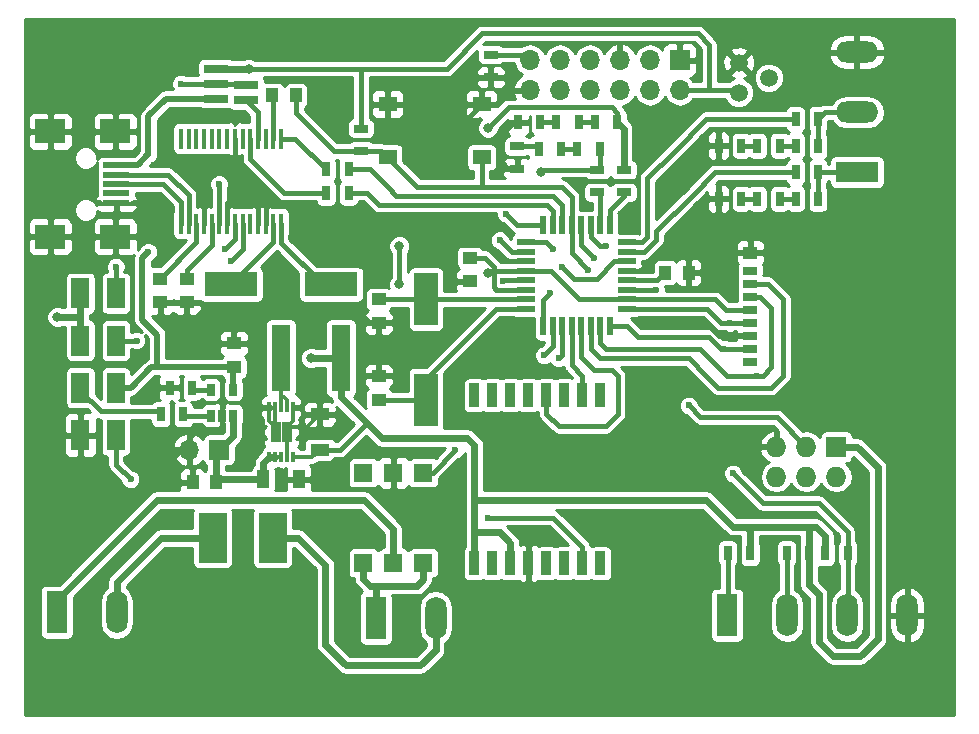
<source format=gbr>
G04 #@! TF.FileFunction,Copper,L1,Top,Signal*
%FSLAX46Y46*%
G04 Gerber Fmt 4.6, Leading zero omitted, Abs format (unit mm)*
G04 Created by KiCad (PCBNEW 4.0.5) date 02/17/17 11:47:38*
%MOMM*%
%LPD*%
G01*
G04 APERTURE LIST*
%ADD10C,0.100000*%
%ADD11R,2.400000X4.230000*%
%ADD12R,11.000000X4.020000*%
%ADD13R,8.000000X6.500000*%
%ADD14R,1.600000X5.700000*%
%ADD15C,1.500000*%
%ADD16R,0.900000X2.000000*%
%ADD17R,2.100000X0.750000*%
%ADD18R,3.600000X1.800000*%
%ADD19O,3.600000X1.800000*%
%ADD20R,1.800000X3.600000*%
%ADD21O,1.800000X3.600000*%
%ADD22R,2.000000X4.500000*%
%ADD23R,4.500000X2.000000*%
%ADD24R,1.600000X0.550000*%
%ADD25R,0.550000X1.600000*%
%ADD26R,1.600000X1.600000*%
%ADD27R,0.305000X0.890000*%
%ADD28R,0.940000X0.840000*%
%ADD29R,0.450000X1.750000*%
%ADD30R,0.650000X1.060000*%
%ADD31R,1.550000X1.300000*%
%ADD32R,1.300000X0.700000*%
%ADD33R,0.700000X1.300000*%
%ADD34R,1.727200X1.727200*%
%ADD35O,1.727200X1.727200*%
%ADD36R,1.700000X1.700000*%
%ADD37O,1.700000X1.700000*%
%ADD38R,2.300000X0.500000*%
%ADD39R,2.500000X2.000000*%
%ADD40R,1.500000X2.600000*%
%ADD41R,1.250000X1.000000*%
%ADD42R,1.600000X1.000000*%
%ADD43R,1.000000X1.250000*%
%ADD44R,1.000000X1.600000*%
%ADD45R,1.200000X1.000000*%
%ADD46R,1.200000X0.700000*%
%ADD47C,0.600000*%
%ADD48C,0.800000*%
%ADD49C,0.500000*%
%ADD50C,0.400000*%
%ADD51C,0.300000*%
%ADD52C,0.600000*%
%ADD53C,0.254000*%
G04 APERTURE END LIST*
D10*
D11*
X108460000Y-105955000D03*
D12*
X111000000Y-118655000D03*
D13*
X111000000Y-113575000D03*
D11*
X113540000Y-105955000D03*
D14*
X114210000Y-90750000D03*
X119290000Y-90750000D03*
D15*
X155540000Y-67000000D03*
X153000000Y-68270000D03*
X153000000Y-65730000D03*
D16*
X141282000Y-108112000D03*
X139758000Y-108112000D03*
X138234000Y-108112000D03*
X136710000Y-108112000D03*
X130614000Y-108112000D03*
X132138000Y-108112000D03*
X133662000Y-108112000D03*
X135186000Y-108112000D03*
X135186000Y-93888000D03*
X133662000Y-93888000D03*
X132138000Y-93888000D03*
X130614000Y-93888000D03*
X136710000Y-93888000D03*
X138234000Y-93888000D03*
X139758000Y-93888000D03*
X141282000Y-93888000D03*
D17*
X108750000Y-66230000D03*
X108750000Y-68770000D03*
X108750000Y-67500000D03*
X111250000Y-67615000D03*
X111250000Y-68885000D03*
D18*
X163000000Y-75000000D03*
D19*
X163000000Y-69920000D03*
X163000000Y-64840000D03*
D20*
X152000000Y-112500000D03*
D21*
X157080000Y-112500000D03*
X162160000Y-112500000D03*
X167240000Y-112500000D03*
D22*
X126500000Y-85750000D03*
X126500000Y-94250000D03*
D23*
X110000000Y-84500000D03*
X118500000Y-84500000D03*
D24*
X135000000Y-80950000D03*
X135000000Y-81750000D03*
X135000000Y-82550000D03*
X135000000Y-83350000D03*
X135000000Y-84150000D03*
X135000000Y-84950000D03*
X135000000Y-85750000D03*
X135000000Y-86550000D03*
D25*
X136450000Y-88000000D03*
X137250000Y-88000000D03*
X138050000Y-88000000D03*
X138850000Y-88000000D03*
X139650000Y-88000000D03*
X140450000Y-88000000D03*
X141250000Y-88000000D03*
X142050000Y-88000000D03*
D24*
X143500000Y-86550000D03*
X143500000Y-85750000D03*
X143500000Y-84950000D03*
X143500000Y-84150000D03*
X143500000Y-83350000D03*
X143500000Y-82550000D03*
X143500000Y-81750000D03*
X143500000Y-80950000D03*
D25*
X142050000Y-79500000D03*
X141250000Y-79500000D03*
X140450000Y-79500000D03*
X139650000Y-79500000D03*
X138850000Y-79500000D03*
X138050000Y-79500000D03*
X137250000Y-79500000D03*
X136450000Y-79500000D03*
D26*
X126290000Y-100440000D03*
X121210000Y-108060000D03*
X123750000Y-100440000D03*
X123750000Y-108060000D03*
X121210000Y-100440000D03*
X126290000Y-108060000D03*
D27*
X113250000Y-99105000D03*
X113750000Y-99105000D03*
X114250000Y-99105000D03*
X114750000Y-99105000D03*
X115250000Y-99105000D03*
X115250000Y-94895000D03*
X114750000Y-94895000D03*
X114250000Y-94895000D03*
X113750000Y-94895000D03*
X113250000Y-94895000D03*
D28*
X114720000Y-96580000D03*
X113780000Y-96580000D03*
X114720000Y-97420000D03*
X113780000Y-97420000D03*
D29*
X114225000Y-72150000D03*
X113575000Y-72150000D03*
X112925000Y-72150000D03*
X112275000Y-72150000D03*
X111625000Y-72150000D03*
X110975000Y-72150000D03*
X110325000Y-72150000D03*
X109675000Y-72150000D03*
X109025000Y-72150000D03*
X108375000Y-72150000D03*
X107725000Y-72150000D03*
X107075000Y-72150000D03*
X106425000Y-72150000D03*
X105775000Y-72150000D03*
X105775000Y-79350000D03*
X106425000Y-79350000D03*
X107075000Y-79350000D03*
X107725000Y-79350000D03*
X108375000Y-79350000D03*
X109025000Y-79350000D03*
X109675000Y-79350000D03*
X110325000Y-79350000D03*
X110975000Y-79350000D03*
X111625000Y-79350000D03*
X112275000Y-79350000D03*
X112925000Y-79350000D03*
X113575000Y-79350000D03*
X114225000Y-79350000D03*
D30*
X108300000Y-95600000D03*
X109250000Y-95600000D03*
X110200000Y-95600000D03*
X110200000Y-93400000D03*
X108300000Y-93400000D03*
D31*
X123275000Y-69250000D03*
X131225000Y-69250000D03*
X123275000Y-73750000D03*
X131225000Y-73750000D03*
D32*
X134250000Y-72800000D03*
X134250000Y-74700000D03*
D33*
X137950000Y-73000000D03*
X136050000Y-73000000D03*
X139300000Y-73000000D03*
X141200000Y-73000000D03*
X136200000Y-70750000D03*
X134300000Y-70750000D03*
X139450000Y-70750000D03*
X137550000Y-70750000D03*
X140800000Y-70750000D03*
X142700000Y-70750000D03*
X153200000Y-72750000D03*
X151300000Y-72750000D03*
X156450000Y-72750000D03*
X154550000Y-72750000D03*
X157800000Y-72750000D03*
X159700000Y-72750000D03*
X153200000Y-77250000D03*
X151300000Y-77250000D03*
X156450000Y-77250000D03*
X154550000Y-77250000D03*
X157800000Y-77250000D03*
X159700000Y-77250000D03*
D32*
X141000000Y-74800000D03*
X141000000Y-76700000D03*
X143250000Y-74800000D03*
X143250000Y-76700000D03*
D33*
X159700000Y-70500000D03*
X157800000Y-70500000D03*
X159700000Y-75000000D03*
X157800000Y-75000000D03*
D32*
X132000000Y-65050000D03*
X132000000Y-66950000D03*
X121000000Y-73200000D03*
X121000000Y-71300000D03*
D33*
X118050000Y-74750000D03*
X119950000Y-74750000D03*
X118050000Y-76750000D03*
X119950000Y-76750000D03*
X152050000Y-107250000D03*
X153950000Y-107250000D03*
X157050000Y-107250000D03*
X158950000Y-107250000D03*
X162200000Y-107250000D03*
X160300000Y-107250000D03*
X104800000Y-93250000D03*
X106700000Y-93250000D03*
X105950000Y-95500000D03*
X104050000Y-95500000D03*
D20*
X95250000Y-112250000D03*
D21*
X100330000Y-112250000D03*
D20*
X122250000Y-112750000D03*
D21*
X127330000Y-112750000D03*
D34*
X161250000Y-98250000D03*
D35*
X161250000Y-100790000D03*
X158710000Y-98250000D03*
X158710000Y-100790000D03*
X156170000Y-98250000D03*
X156170000Y-100790000D03*
D36*
X109000000Y-98500000D03*
D37*
X106460000Y-98500000D03*
D38*
X100300000Y-74400000D03*
X100300000Y-75200000D03*
X100300000Y-76000000D03*
X100300000Y-76800000D03*
X100300000Y-77600000D03*
D39*
X100200000Y-71550000D03*
X94700000Y-71550000D03*
X100200000Y-80450000D03*
X94700000Y-80450000D03*
D36*
X148000000Y-65500000D03*
D37*
X148000000Y-68040000D03*
X145460000Y-65500000D03*
X145460000Y-68040000D03*
X142920000Y-65500000D03*
X142920000Y-68040000D03*
X140380000Y-65500000D03*
X140380000Y-68040000D03*
X137840000Y-65500000D03*
X137840000Y-68040000D03*
X135300000Y-65500000D03*
X135300000Y-68040000D03*
D40*
X97250000Y-97250000D03*
X100250000Y-97250000D03*
X100250000Y-85250000D03*
X97250000Y-85250000D03*
X100250000Y-89250000D03*
X97250000Y-89250000D03*
X97250000Y-93250000D03*
X100250000Y-93250000D03*
D41*
X122500000Y-92250000D03*
X122500000Y-94250000D03*
X122500000Y-87750000D03*
X122500000Y-85750000D03*
D42*
X117500000Y-98500000D03*
X117500000Y-95500000D03*
D43*
X146750000Y-83500000D03*
X148750000Y-83500000D03*
D41*
X130250000Y-84250000D03*
X130250000Y-82250000D03*
D44*
X112750000Y-101000000D03*
X115750000Y-101000000D03*
D43*
X115500000Y-68500000D03*
X113500000Y-68500000D03*
X108750000Y-101250000D03*
X106750000Y-101250000D03*
D41*
X106250000Y-84000000D03*
X106250000Y-86000000D03*
X104000000Y-84000000D03*
X104000000Y-86000000D03*
X110250000Y-91500000D03*
X110250000Y-89500000D03*
D45*
X153950000Y-81800000D03*
D46*
X153950000Y-91050000D03*
X153950000Y-89950000D03*
X153950000Y-88850000D03*
X153950000Y-87750000D03*
X153950000Y-86650000D03*
X153950000Y-85550000D03*
X153950000Y-84450000D03*
X153950000Y-83350000D03*
D47*
X103000000Y-73500000D03*
X103000000Y-81750000D03*
X149750000Y-88000000D03*
X157500000Y-104000000D03*
X147250000Y-100250000D03*
X152750000Y-98250000D03*
X157000000Y-81250000D03*
X166250000Y-91000000D03*
X151000000Y-83500000D03*
X128500000Y-106500000D03*
X131500000Y-118000000D03*
X117500000Y-101000000D03*
X111250000Y-99250000D03*
X111750000Y-76250000D03*
X114000000Y-84750000D03*
X100250000Y-117750000D03*
X96750000Y-103750000D03*
X102750000Y-93750000D03*
X122250000Y-79500000D03*
X123250000Y-71250000D03*
X133000000Y-84250000D03*
X149750000Y-72750000D03*
D48*
X124250000Y-84500000D03*
X124250000Y-81250000D03*
X131750000Y-71250000D03*
D47*
X148750000Y-94750000D03*
X140250000Y-83250000D03*
D48*
X131750000Y-83500000D03*
X95250000Y-87250000D03*
X111500000Y-66250000D03*
X116750000Y-90750000D03*
D47*
X102000000Y-89250000D03*
X109500000Y-81500000D03*
X100250000Y-83000000D03*
X110000000Y-82500000D03*
X131750000Y-104250000D03*
X101500000Y-101000000D03*
X137750000Y-90750000D03*
X136500000Y-90500000D03*
X133250000Y-78500000D03*
X137250000Y-81500000D03*
X132750000Y-80750000D03*
X137000000Y-85250000D03*
X109000000Y-76000000D03*
X105750000Y-67500000D03*
X151750000Y-89950000D03*
X152250000Y-87750000D03*
X154500000Y-92250000D03*
D48*
X136250000Y-75000000D03*
D47*
X138000000Y-83000000D03*
X129000000Y-98500000D03*
X140750000Y-82250000D03*
X141750000Y-81250000D03*
X152500000Y-100500000D03*
X146000000Y-85000000D03*
D49*
X103000000Y-88000000D02*
X102500000Y-87500000D01*
X103000000Y-88000000D02*
X103750000Y-88750000D01*
X103750000Y-91500000D02*
X103750000Y-88750000D01*
X102500000Y-82250000D02*
X103000000Y-81750000D01*
X102500000Y-87500000D02*
X102500000Y-82250000D01*
X100250000Y-93250000D02*
X101500000Y-93250000D01*
X103250000Y-91500000D02*
X103750000Y-91500000D01*
X103750000Y-91500000D02*
X104000000Y-91500000D01*
X101500000Y-93250000D02*
X103250000Y-91500000D01*
X104000000Y-91500000D02*
X110250000Y-91500000D01*
X110200000Y-93400000D02*
X110200000Y-91550000D01*
X110200000Y-91550000D02*
X110250000Y-91500000D01*
X100050000Y-74400000D02*
X102100000Y-74400000D01*
X102100000Y-74400000D02*
X103000000Y-73500000D01*
X104480000Y-68770000D02*
X108750000Y-68770000D01*
X103000000Y-73500000D02*
X103000000Y-70250000D01*
X103000000Y-70250000D02*
X104480000Y-68770000D01*
D50*
X149750000Y-88000000D02*
X150500000Y-88000000D01*
X151350000Y-88850000D02*
X153950000Y-88850000D01*
X150500000Y-88000000D02*
X151350000Y-88850000D01*
D51*
X153950000Y-81800000D02*
X156450000Y-81800000D01*
X156450000Y-81800000D02*
X157000000Y-81250000D01*
X150750000Y-100250000D02*
X150750000Y-101000000D01*
X153750000Y-104000000D02*
X157500000Y-104000000D01*
X150750000Y-101000000D02*
X153750000Y-104000000D01*
X150750000Y-100250000D02*
X147250000Y-100250000D01*
X152750000Y-98250000D02*
X150750000Y-100250000D01*
X166250000Y-91000000D02*
X167240000Y-91990000D01*
X167240000Y-91990000D02*
X167240000Y-112500000D01*
X151000000Y-83500000D02*
X148750000Y-83500000D01*
X113780000Y-97420000D02*
X113780000Y-96580000D01*
X114720000Y-97420000D02*
X114720000Y-96580000D01*
X114750000Y-99105000D02*
X114750000Y-97450000D01*
X114750000Y-97450000D02*
X114720000Y-97420000D01*
X115250000Y-94895000D02*
X115250000Y-96050000D01*
X115250000Y-96050000D02*
X114720000Y-96580000D01*
D50*
X123750000Y-100440000D02*
X123750000Y-101750000D01*
X131500000Y-112500000D02*
X131500000Y-118000000D01*
X128500000Y-109500000D02*
X131500000Y-112500000D01*
X128500000Y-106500000D02*
X128500000Y-109500000D01*
X123750000Y-101750000D02*
X128500000Y-106500000D01*
X112250000Y-86750000D02*
X112250000Y-93000000D01*
X117500000Y-101000000D02*
X115750000Y-101000000D01*
X111750000Y-98750000D02*
X111250000Y-99250000D01*
X111750000Y-93500000D02*
X111750000Y-98750000D01*
X112250000Y-93000000D02*
X111750000Y-93500000D01*
X115500000Y-86750000D02*
X112250000Y-86750000D01*
X112250000Y-86750000D02*
X111500000Y-86750000D01*
X110250000Y-88000000D02*
X110250000Y-89500000D01*
X111500000Y-86750000D02*
X110250000Y-88000000D01*
X122500000Y-87750000D02*
X121750000Y-87750000D01*
X114000000Y-85250000D02*
X114000000Y-84750000D01*
X115500000Y-86750000D02*
X114000000Y-85250000D01*
X120750000Y-86750000D02*
X115500000Y-86750000D01*
X121750000Y-87750000D02*
X120750000Y-86750000D01*
X122500000Y-92250000D02*
X122500000Y-87750000D01*
X106460000Y-98500000D02*
X105750000Y-98500000D01*
X105750000Y-98500000D02*
X100500000Y-103750000D01*
X100500000Y-103750000D02*
X96750000Y-103750000D01*
X104800000Y-93250000D02*
X103250000Y-93250000D01*
X103250000Y-93250000D02*
X102750000Y-93750000D01*
X143500000Y-83350000D02*
X144650000Y-83350000D01*
X148750000Y-82250000D02*
X148750000Y-83500000D01*
X148500000Y-82000000D02*
X148750000Y-82250000D01*
X146000000Y-82000000D02*
X148500000Y-82000000D01*
X144650000Y-83350000D02*
X146000000Y-82000000D01*
X112925000Y-78250000D02*
X112925000Y-77425000D01*
X112925000Y-77425000D02*
X111750000Y-76250000D01*
X112925000Y-79350000D02*
X112925000Y-78250000D01*
X112925000Y-78250000D02*
X112925000Y-77675000D01*
X112275000Y-77025000D02*
X112275000Y-77225000D01*
X112275000Y-79350000D02*
X112275000Y-77250000D01*
X112275000Y-76775000D02*
X111750000Y-76250000D01*
X112275000Y-77250000D02*
X112275000Y-76775000D01*
X111750000Y-76250000D02*
X110325000Y-76250000D01*
X107725000Y-79350000D02*
X107725000Y-75025000D01*
X108000000Y-74750000D02*
X110325000Y-74750000D01*
X107725000Y-75025000D02*
X108000000Y-74750000D01*
X110325000Y-72150000D02*
X110325000Y-74750000D01*
X110325000Y-74750000D02*
X110325000Y-76250000D01*
X110325000Y-76250000D02*
X110325000Y-76925000D01*
X109675000Y-77575000D02*
X109675000Y-79350000D01*
X110325000Y-76925000D02*
X109675000Y-77575000D01*
D51*
X113750000Y-94895000D02*
X113750000Y-96550000D01*
X113750000Y-96550000D02*
X113780000Y-96580000D01*
D50*
X109250000Y-95600000D02*
X109250000Y-96500000D01*
X106460000Y-97540000D02*
X106460000Y-98500000D01*
X107250000Y-96750000D02*
X106460000Y-97540000D01*
X109000000Y-96750000D02*
X107250000Y-96750000D01*
X109250000Y-96500000D02*
X109000000Y-96750000D01*
X135000000Y-82550000D02*
X133050000Y-82550000D01*
X130000000Y-79500000D02*
X122250000Y-79500000D01*
X133050000Y-82550000D02*
X130000000Y-79500000D01*
X135000000Y-84150000D02*
X133100000Y-84150000D01*
X123275000Y-71225000D02*
X123275000Y-69250000D01*
X123250000Y-71250000D02*
X123275000Y-71225000D01*
X133100000Y-84150000D02*
X133000000Y-84250000D01*
X151300000Y-72750000D02*
X149750000Y-72750000D01*
X134300000Y-70750000D02*
X134000000Y-70750000D01*
X134000000Y-70750000D02*
X132500000Y-72250000D01*
X134250000Y-74700000D02*
X133450000Y-74700000D01*
X129750000Y-70725000D02*
X131225000Y-69250000D01*
X129750000Y-71500000D02*
X129750000Y-70725000D01*
X130500000Y-72250000D02*
X129750000Y-71500000D01*
X132500000Y-72250000D02*
X130500000Y-72250000D01*
X132750000Y-72500000D02*
X132500000Y-72250000D01*
X132750000Y-74000000D02*
X132750000Y-72500000D01*
X133450000Y-74700000D02*
X132750000Y-74000000D01*
D51*
X114720000Y-96580000D02*
X116420000Y-96580000D01*
X116420000Y-96580000D02*
X117500000Y-95500000D01*
X113250000Y-94895000D02*
X113250000Y-96050000D01*
X113250000Y-96050000D02*
X113780000Y-96580000D01*
D50*
X107075000Y-79350000D02*
X107075000Y-80925000D01*
X107075000Y-80925000D02*
X104000000Y-84000000D01*
X108375000Y-79350000D02*
X108375000Y-81125000D01*
X106250000Y-83250000D02*
X106250000Y-84000000D01*
X108375000Y-81125000D02*
X106250000Y-83250000D01*
X142700000Y-70750000D02*
X142700000Y-69950000D01*
X124250000Y-81250000D02*
X124250000Y-84500000D01*
X133500000Y-69500000D02*
X131750000Y-71250000D01*
X142250000Y-69500000D02*
X133500000Y-69500000D01*
X142700000Y-69950000D02*
X142250000Y-69500000D01*
D51*
X114250000Y-99105000D02*
X113750000Y-99105000D01*
D52*
X113750000Y-99105000D02*
X113250000Y-99105000D01*
X113250000Y-99105000D02*
X112750000Y-99605000D01*
X112750000Y-99605000D02*
X112750000Y-101000000D01*
X112750000Y-101000000D02*
X109000000Y-101000000D01*
X109000000Y-101000000D02*
X108750000Y-101250000D01*
X110200000Y-95600000D02*
X110200000Y-97300000D01*
X110200000Y-97300000D02*
X108750000Y-98750000D01*
X108750000Y-98750000D02*
X108750000Y-101250000D01*
X143250000Y-74800000D02*
X143250000Y-71300000D01*
X143250000Y-71300000D02*
X142700000Y-70750000D01*
D50*
X151750000Y-95750000D02*
X149750000Y-95750000D01*
X149750000Y-95750000D02*
X148750000Y-94750000D01*
X115500000Y-68500000D02*
X115500000Y-70000000D01*
X118700000Y-73200000D02*
X121000000Y-73200000D01*
X115500000Y-70000000D02*
X118700000Y-73200000D01*
X126525000Y-76250000D02*
X125775000Y-76250000D01*
X131250000Y-76250000D02*
X126525000Y-76250000D01*
X125775000Y-76250000D02*
X122725000Y-73200000D01*
X122725000Y-73200000D02*
X121000000Y-73200000D01*
X131225000Y-73750000D02*
X131225000Y-76250000D01*
X131225000Y-76250000D02*
X131250000Y-76250000D01*
X138850000Y-79500000D02*
X138850000Y-81850000D01*
X156210000Y-95750000D02*
X158710000Y-98250000D01*
X151750000Y-95750000D02*
X156210000Y-95750000D01*
X138850000Y-81850000D02*
X140250000Y-83250000D01*
X131975000Y-76250000D02*
X132000000Y-76250000D01*
X138850000Y-79500000D02*
X138850000Y-77100000D01*
X138000000Y-76250000D02*
X132000000Y-76250000D01*
X132000000Y-76250000D02*
X131250000Y-76250000D01*
X138850000Y-77100000D02*
X138000000Y-76250000D01*
X113575000Y-72150000D02*
X113575000Y-68575000D01*
X113575000Y-68575000D02*
X113500000Y-68500000D01*
X143500000Y-85750000D02*
X151000000Y-85750000D01*
X151900000Y-86650000D02*
X153950000Y-86650000D01*
X151000000Y-85750000D02*
X151900000Y-86650000D01*
X132250000Y-83000000D02*
X131500000Y-82250000D01*
X132250000Y-83750000D02*
X132250000Y-83000000D01*
X132750000Y-83350000D02*
X131900000Y-83350000D01*
X131900000Y-83350000D02*
X131750000Y-83500000D01*
X133750000Y-84950000D02*
X132450000Y-84950000D01*
X132250000Y-84750000D02*
X132250000Y-83750000D01*
X132250000Y-83750000D02*
X132250000Y-83350000D01*
X132450000Y-84950000D02*
X132250000Y-84750000D01*
X131900000Y-83350000D02*
X131750000Y-83500000D01*
X132250000Y-83350000D02*
X131900000Y-83350000D01*
X133250000Y-83350000D02*
X132750000Y-83350000D01*
X132750000Y-83350000D02*
X132250000Y-83350000D01*
D52*
X133662000Y-107000000D02*
X133662000Y-106412000D01*
X132750000Y-105500000D02*
X130614000Y-105500000D01*
X133662000Y-106412000D02*
X132750000Y-105500000D01*
D50*
X121000000Y-71300000D02*
X121000000Y-66250000D01*
D51*
X115250000Y-99105000D02*
X116895000Y-99105000D01*
X116895000Y-99105000D02*
X117500000Y-98500000D01*
D50*
X117500000Y-98500000D02*
X119250000Y-98500000D01*
X119250000Y-98500000D02*
X121500000Y-96250000D01*
X150500000Y-68040000D02*
X150500000Y-67000000D01*
X128250000Y-66250000D02*
X131250000Y-63250000D01*
X131250000Y-63250000D02*
X149500000Y-63250000D01*
X149500000Y-63250000D02*
X150500000Y-64250000D01*
X150500000Y-64250000D02*
X150500000Y-67000000D01*
X118500000Y-66250000D02*
X111500000Y-66250000D01*
X118500000Y-66250000D02*
X121000000Y-66250000D01*
X121000000Y-66250000D02*
X121750000Y-66250000D01*
X121750000Y-66250000D02*
X128250000Y-66250000D01*
X148000000Y-68040000D02*
X150500000Y-68040000D01*
X150500000Y-68040000D02*
X152770000Y-68040000D01*
X152770000Y-68040000D02*
X153000000Y-68270000D01*
X135000000Y-83350000D02*
X133250000Y-83350000D01*
D52*
X161250000Y-98250000D02*
X163000000Y-98250000D01*
X158950000Y-109950000D02*
X158950000Y-107250000D01*
X159750000Y-110750000D02*
X158950000Y-109950000D01*
X159750000Y-114750000D02*
X159750000Y-110750000D01*
X161000000Y-116000000D02*
X159750000Y-114750000D01*
X163250000Y-116000000D02*
X161000000Y-116000000D01*
X164750000Y-114500000D02*
X163250000Y-116000000D01*
X164750000Y-100000000D02*
X164750000Y-114500000D01*
X163000000Y-98250000D02*
X164750000Y-100000000D01*
X153950000Y-107250000D02*
X153950000Y-105000000D01*
X153750000Y-105250000D02*
X153750000Y-105000000D01*
X153750000Y-105200000D02*
X153750000Y-105250000D01*
X153950000Y-105000000D02*
X153750000Y-105200000D01*
X158950000Y-107250000D02*
X158950000Y-105000000D01*
X158950000Y-105000000D02*
X159000000Y-105000000D01*
X130614000Y-102750000D02*
X150250000Y-102750000D01*
X160300000Y-105800000D02*
X160300000Y-107250000D01*
X159500000Y-105000000D02*
X160300000Y-105800000D01*
X152500000Y-105000000D02*
X153750000Y-105000000D01*
X153750000Y-105000000D02*
X159000000Y-105000000D01*
X159000000Y-105000000D02*
X159500000Y-105000000D01*
X150250000Y-102750000D02*
X152500000Y-105000000D01*
X97250000Y-85250000D02*
X97250000Y-87250000D01*
X97250000Y-87250000D02*
X97250000Y-89250000D01*
X95250000Y-87250000D02*
X97250000Y-87250000D01*
D50*
X130250000Y-82250000D02*
X131500000Y-82250000D01*
X135000000Y-83350000D02*
X137100000Y-83350000D01*
X139500000Y-85750000D02*
X143500000Y-85750000D01*
X137100000Y-83350000D02*
X139500000Y-85750000D01*
X135000000Y-84950000D02*
X133750000Y-84950000D01*
X133750000Y-84950000D02*
X133700000Y-84950000D01*
D52*
X119290000Y-90750000D02*
X116750000Y-90750000D01*
X111480000Y-66230000D02*
X108750000Y-66230000D01*
X111500000Y-66250000D02*
X111480000Y-66230000D01*
X133662000Y-108112000D02*
X133662000Y-107000000D01*
X119290000Y-90750000D02*
X119290000Y-94040000D01*
X130614000Y-98114000D02*
X130614000Y-102750000D01*
X130614000Y-102750000D02*
X130614000Y-105000000D01*
X130614000Y-105000000D02*
X130614000Y-105500000D01*
X130614000Y-105500000D02*
X130614000Y-108112000D01*
X130000000Y-97500000D02*
X130614000Y-98114000D01*
X122750000Y-97500000D02*
X130000000Y-97500000D01*
X119290000Y-94040000D02*
X121500000Y-96250000D01*
X121500000Y-96250000D02*
X122750000Y-97500000D01*
D50*
X144750000Y-84150000D02*
X146100000Y-84150000D01*
X146100000Y-84150000D02*
X146750000Y-83500000D01*
X143500000Y-84150000D02*
X144750000Y-84150000D01*
X144750000Y-84150000D02*
X145350000Y-84150000D01*
X135000000Y-85750000D02*
X126500000Y-85750000D01*
X135000000Y-85750000D02*
X122500000Y-85750000D01*
X122500000Y-94250000D02*
X126500000Y-94250000D01*
X135000000Y-86550000D02*
X132450000Y-86550000D01*
X132450000Y-86550000D02*
X126500000Y-92500000D01*
X126500000Y-92500000D02*
X126500000Y-94250000D01*
X97250000Y-93250000D02*
X97250000Y-93500000D01*
X97250000Y-93500000D02*
X99000000Y-95250000D01*
X99000000Y-95250000D02*
X103800000Y-95250000D01*
X103800000Y-95250000D02*
X104050000Y-95500000D01*
X110325000Y-79350000D02*
X110325000Y-80675000D01*
X102000000Y-89250000D02*
X100250000Y-89250000D01*
X110325000Y-80675000D02*
X109500000Y-81500000D01*
X110975000Y-79350000D02*
X110975000Y-81525000D01*
X100250000Y-83000000D02*
X100250000Y-85250000D01*
X110975000Y-81525000D02*
X110000000Y-82500000D01*
X131750000Y-104250000D02*
X137250000Y-104250000D01*
X100250000Y-97250000D02*
X100250000Y-99750000D01*
X139758000Y-106758000D02*
X139758000Y-108112000D01*
X137250000Y-104250000D02*
X139758000Y-106758000D01*
X100250000Y-99750000D02*
X101500000Y-101000000D01*
X138050000Y-88000000D02*
X138050000Y-90450000D01*
X138050000Y-90450000D02*
X137750000Y-90750000D01*
X137250000Y-88000000D02*
X137250000Y-89750000D01*
X137250000Y-89750000D02*
X136500000Y-90500000D01*
X136450000Y-79500000D02*
X134250000Y-79500000D01*
X134250000Y-79500000D02*
X133250000Y-78500000D01*
X136700000Y-80950000D02*
X135000000Y-80950000D01*
X137250000Y-81500000D02*
X136700000Y-80950000D01*
X132750000Y-80750000D02*
X133750000Y-81750000D01*
X133750000Y-81750000D02*
X135000000Y-81750000D01*
X136450000Y-88000000D02*
X136450000Y-85800000D01*
X136450000Y-85800000D02*
X137000000Y-85250000D01*
X132000000Y-65050000D02*
X134850000Y-65050000D01*
X134850000Y-65050000D02*
X135300000Y-65500000D01*
X108750000Y-67500000D02*
X105750000Y-67500000D01*
X109025000Y-76025000D02*
X109025000Y-79350000D01*
X109000000Y-76000000D02*
X109025000Y-76025000D01*
X108750000Y-67500000D02*
X111135000Y-67500000D01*
X111135000Y-67500000D02*
X111250000Y-67615000D01*
X112275000Y-72150000D02*
X112275000Y-69910000D01*
X112275000Y-69910000D02*
X111250000Y-68885000D01*
D51*
X114750000Y-94895000D02*
X114750000Y-94250000D01*
X114500000Y-94000000D02*
X114250000Y-94000000D01*
X114750000Y-94250000D02*
X114500000Y-94000000D01*
X114250000Y-94895000D02*
X114250000Y-94000000D01*
X114250000Y-94000000D02*
X114250000Y-90790000D01*
X114250000Y-90790000D02*
X114210000Y-90750000D01*
D50*
X100050000Y-75200000D02*
X104700000Y-75200000D01*
X106425000Y-76925000D02*
X106425000Y-79350000D01*
X104700000Y-75200000D02*
X106425000Y-76925000D01*
X105775000Y-79350000D02*
X105775000Y-77525000D01*
X104250000Y-76000000D02*
X100050000Y-76000000D01*
X105775000Y-77525000D02*
X104250000Y-76000000D01*
X144450000Y-88950000D02*
X150450000Y-88950000D01*
X143500000Y-88000000D02*
X144450000Y-88950000D01*
X142050000Y-88000000D02*
X143500000Y-88000000D01*
X151450000Y-89950000D02*
X151750000Y-89950000D01*
X151750000Y-89950000D02*
X153950000Y-89950000D01*
X150450000Y-88950000D02*
X151450000Y-89950000D01*
X143500000Y-86550000D02*
X150300000Y-86550000D01*
X151500000Y-87750000D02*
X152250000Y-87750000D01*
X152250000Y-87750000D02*
X153950000Y-87750000D01*
X150300000Y-86550000D02*
X151500000Y-87750000D01*
X151250000Y-91500000D02*
X151750000Y-92000000D01*
X151750000Y-92000000D02*
X152000000Y-92250000D01*
X152000000Y-92250000D02*
X154500000Y-92250000D01*
X145750000Y-90000000D02*
X149750000Y-90000000D01*
X149750000Y-90000000D02*
X151250000Y-91500000D01*
X141250000Y-88000000D02*
X141250000Y-89500000D01*
X141750000Y-90000000D02*
X145750000Y-90000000D01*
X141250000Y-89500000D02*
X141750000Y-90000000D01*
X154800000Y-85550000D02*
X153950000Y-85550000D01*
X154500000Y-92250000D02*
X155000000Y-92250000D01*
X155000000Y-92250000D02*
X155750000Y-91500000D01*
X155750000Y-91500000D02*
X155750000Y-86500000D01*
X155750000Y-86500000D02*
X154800000Y-85550000D01*
X150250000Y-92250000D02*
X151250000Y-93250000D01*
X141250000Y-90750000D02*
X148750000Y-90750000D01*
X148750000Y-90750000D02*
X150250000Y-92250000D01*
X140450000Y-89950000D02*
X141250000Y-90750000D01*
X140450000Y-88000000D02*
X140450000Y-89950000D01*
X155450000Y-84450000D02*
X153950000Y-84450000D01*
X156750000Y-85750000D02*
X155450000Y-84450000D01*
X156750000Y-92250000D02*
X156750000Y-85750000D01*
X155750000Y-93250000D02*
X156750000Y-92250000D01*
X151250000Y-93250000D02*
X155750000Y-93250000D01*
D52*
X122250000Y-112750000D02*
X122250000Y-110000000D01*
X121210000Y-108060000D02*
X121210000Y-109460000D01*
X126290000Y-109460000D02*
X126290000Y-108060000D01*
X125750000Y-110000000D02*
X126290000Y-109460000D01*
X121750000Y-110000000D02*
X122250000Y-110000000D01*
X122250000Y-110000000D02*
X125750000Y-110000000D01*
X121210000Y-109460000D02*
X121750000Y-110000000D01*
X115705000Y-105955000D02*
X118000000Y-108250000D01*
X119750000Y-116750000D02*
X126000000Y-116750000D01*
X118000000Y-115000000D02*
X119750000Y-116750000D01*
X118000000Y-108250000D02*
X118000000Y-115000000D01*
D50*
X136450000Y-74800000D02*
X136250000Y-75000000D01*
X141000000Y-74800000D02*
X136450000Y-74800000D01*
X141200000Y-73000000D02*
X141200000Y-74600000D01*
X141200000Y-74600000D02*
X141000000Y-74800000D01*
D52*
X113540000Y-105955000D02*
X115705000Y-105955000D01*
X126000000Y-116750000D02*
X127330000Y-115420000D01*
X127330000Y-115420000D02*
X127330000Y-112750000D01*
X95250000Y-112250000D02*
X95250000Y-111250000D01*
X95250000Y-111250000D02*
X103750000Y-102750000D01*
X103750000Y-102750000D02*
X121250000Y-102750000D01*
X121250000Y-102750000D02*
X123750000Y-105250000D01*
X123750000Y-105250000D02*
X123750000Y-108060000D01*
X100330000Y-112250000D02*
X100330000Y-109670000D01*
X104045000Y-105955000D02*
X108460000Y-105955000D01*
X100330000Y-109670000D02*
X104045000Y-105955000D01*
D50*
X163000000Y-75000000D02*
X159700000Y-75000000D01*
X159700000Y-77250000D02*
X159700000Y-75000000D01*
X163000000Y-69920000D02*
X160280000Y-69920000D01*
X160280000Y-69920000D02*
X159700000Y-70500000D01*
X159700000Y-72750000D02*
X159700000Y-70500000D01*
X108300000Y-95600000D02*
X106050000Y-95600000D01*
X106050000Y-95600000D02*
X105950000Y-95500000D01*
X108300000Y-93400000D02*
X106850000Y-93400000D01*
X106850000Y-93400000D02*
X106700000Y-93250000D01*
X111625000Y-72150000D02*
X111625000Y-73875000D01*
X114500000Y-76750000D02*
X118050000Y-76750000D01*
X111625000Y-73875000D02*
X114500000Y-76750000D01*
X137250000Y-79500000D02*
X137250000Y-78250000D01*
X122500000Y-77750000D02*
X122000000Y-77250000D01*
X136750000Y-77750000D02*
X122500000Y-77750000D01*
X137250000Y-78250000D02*
X136750000Y-77750000D01*
X119950000Y-76750000D02*
X121500000Y-76750000D01*
X121500000Y-76750000D02*
X122000000Y-77250000D01*
X114225000Y-72150000D02*
X115450000Y-72150000D01*
X115450000Y-72150000D02*
X118050000Y-74750000D01*
X138050000Y-79500000D02*
X138050000Y-77800000D01*
X124000000Y-77000000D02*
X123250000Y-76250000D01*
X137250000Y-77000000D02*
X124000000Y-77000000D01*
X138050000Y-77800000D02*
X137250000Y-77000000D01*
X119950000Y-74750000D02*
X121750000Y-74750000D01*
X121750000Y-74750000D02*
X123250000Y-76250000D01*
X143500000Y-81750000D02*
X145000000Y-81750000D01*
X146000000Y-80000000D02*
X149000000Y-77000000D01*
X146000000Y-80750000D02*
X146000000Y-80000000D01*
X145000000Y-81750000D02*
X146000000Y-80750000D01*
X157800000Y-75000000D02*
X151000000Y-75000000D01*
X151000000Y-75000000D02*
X149000000Y-77000000D01*
X143500000Y-80950000D02*
X144800000Y-80950000D01*
X145250000Y-75500000D02*
X147500000Y-73250000D01*
X145250000Y-80500000D02*
X145250000Y-75500000D01*
X144800000Y-80950000D02*
X145250000Y-80500000D01*
X150250000Y-70500000D02*
X157800000Y-70500000D01*
X147500000Y-73250000D02*
X150250000Y-70500000D01*
X142050000Y-79500000D02*
X142050000Y-78200000D01*
X142050000Y-78200000D02*
X143250000Y-77000000D01*
X143250000Y-77000000D02*
X143250000Y-76700000D01*
X141250000Y-79500000D02*
X141250000Y-76950000D01*
X141250000Y-76950000D02*
X141000000Y-76700000D01*
X157800000Y-77250000D02*
X156450000Y-77250000D01*
X154550000Y-77250000D02*
X153200000Y-77250000D01*
X157800000Y-72750000D02*
X156450000Y-72750000D01*
X154550000Y-72750000D02*
X153200000Y-72750000D01*
X140800000Y-70750000D02*
X139450000Y-70750000D01*
X137550000Y-70750000D02*
X136200000Y-70750000D01*
X139300000Y-73000000D02*
X137950000Y-73000000D01*
X134250000Y-72800000D02*
X135850000Y-72800000D01*
X135850000Y-72800000D02*
X136050000Y-73000000D01*
X113575000Y-79350000D02*
X113575000Y-80925000D01*
X113575000Y-80925000D02*
X110000000Y-84500000D01*
X114225000Y-79350000D02*
X114225000Y-80975000D01*
X114225000Y-80975000D02*
X117750000Y-84500000D01*
X117750000Y-84500000D02*
X118500000Y-84500000D01*
X143500000Y-82550000D02*
X142450000Y-82550000D01*
X139000000Y-84000000D02*
X138500000Y-83500000D01*
X141000000Y-84000000D02*
X139000000Y-84000000D01*
X142450000Y-82550000D02*
X141000000Y-84000000D01*
X138000000Y-83000000D02*
X138500000Y-83500000D01*
X129000000Y-98500000D02*
X127060000Y-100440000D01*
X127060000Y-100440000D02*
X126290000Y-100440000D01*
X138850000Y-89750000D02*
X138850000Y-91350000D01*
X139758000Y-92258000D02*
X139758000Y-93888000D01*
X138850000Y-91350000D02*
X139758000Y-92258000D01*
X138850000Y-88000000D02*
X138850000Y-89750000D01*
X139650000Y-89400000D02*
X139650000Y-90650000D01*
X142750000Y-95500000D02*
X141750000Y-96500000D01*
X142750000Y-92250000D02*
X142750000Y-95500000D01*
X142250000Y-91750000D02*
X142750000Y-92250000D01*
X140750000Y-91750000D02*
X142250000Y-91750000D01*
X139650000Y-90650000D02*
X140750000Y-91750000D01*
X139650000Y-88000000D02*
X139650000Y-89400000D01*
X136710000Y-95460000D02*
X136710000Y-93888000D01*
X141750000Y-96500000D02*
X137750000Y-96500000D01*
X137750000Y-96500000D02*
X136710000Y-95460000D01*
X139650000Y-79500000D02*
X139650000Y-81150000D01*
X139650000Y-81150000D02*
X140750000Y-82250000D01*
X152050000Y-107250000D02*
X152050000Y-112450000D01*
X152050000Y-112450000D02*
X152000000Y-112500000D01*
X141250000Y-81250000D02*
X141750000Y-81250000D01*
X140450000Y-80450000D02*
X141250000Y-81250000D01*
X140450000Y-79500000D02*
X140450000Y-80450000D01*
X157050000Y-107250000D02*
X157050000Y-112470000D01*
X157050000Y-112470000D02*
X157080000Y-112500000D01*
X157500000Y-103000000D02*
X155000000Y-103000000D01*
X155000000Y-103000000D02*
X152500000Y-100500000D01*
X153250000Y-101250000D02*
X155000000Y-103000000D01*
X143500000Y-84950000D02*
X145950000Y-84950000D01*
X145950000Y-84950000D02*
X146000000Y-85000000D01*
X157500000Y-103000000D02*
X159750000Y-103000000D01*
X162200000Y-105450000D02*
X159750000Y-103000000D01*
X162200000Y-105450000D02*
X162200000Y-107250000D01*
X162200000Y-107250000D02*
X162200000Y-112460000D01*
X162200000Y-112460000D02*
X162160000Y-112500000D01*
X162200000Y-112460000D02*
X162160000Y-112500000D01*
D53*
G36*
X171208000Y-120958000D02*
X92542000Y-120958000D01*
X92542000Y-110450000D01*
X93812676Y-110450000D01*
X93812676Y-114050000D01*
X93849423Y-114245294D01*
X93964842Y-114424660D01*
X94140951Y-114544990D01*
X94350000Y-114587324D01*
X96150000Y-114587324D01*
X96345294Y-114550577D01*
X96524660Y-114435158D01*
X96644990Y-114259049D01*
X96687324Y-114050000D01*
X96687324Y-110982230D01*
X104092555Y-103577000D01*
X106801873Y-103577000D01*
X106765010Y-103630951D01*
X106722676Y-103840000D01*
X106722676Y-105128000D01*
X104045000Y-105128000D01*
X103728521Y-105190952D01*
X103460222Y-105370223D01*
X99745223Y-109085223D01*
X99565952Y-109353521D01*
X99503000Y-109670000D01*
X99503000Y-110173734D01*
X99320959Y-110295370D01*
X99011624Y-110758322D01*
X98903000Y-111304411D01*
X98903000Y-113195589D01*
X99011624Y-113741678D01*
X99320959Y-114204630D01*
X99783911Y-114513965D01*
X100330000Y-114622589D01*
X100876089Y-114513965D01*
X101339041Y-114204630D01*
X101648376Y-113741678D01*
X101757000Y-113195589D01*
X101757000Y-111304411D01*
X101648376Y-110758322D01*
X101339041Y-110295370D01*
X101157000Y-110173734D01*
X101157000Y-110012554D01*
X104387555Y-106782000D01*
X106722676Y-106782000D01*
X106722676Y-108070000D01*
X106759423Y-108265294D01*
X106874842Y-108444660D01*
X107050951Y-108564990D01*
X107260000Y-108607324D01*
X109660000Y-108607324D01*
X109855294Y-108570577D01*
X110034660Y-108455158D01*
X110154990Y-108279049D01*
X110197324Y-108070000D01*
X110197324Y-103840000D01*
X110160577Y-103644706D01*
X110117009Y-103577000D01*
X111881873Y-103577000D01*
X111845010Y-103630951D01*
X111802676Y-103840000D01*
X111802676Y-108070000D01*
X111839423Y-108265294D01*
X111954842Y-108444660D01*
X112130951Y-108564990D01*
X112340000Y-108607324D01*
X114740000Y-108607324D01*
X114935294Y-108570577D01*
X115114660Y-108455158D01*
X115234990Y-108279049D01*
X115277324Y-108070000D01*
X115277324Y-106782000D01*
X115362446Y-106782000D01*
X117173000Y-108592554D01*
X117173000Y-115000000D01*
X117235952Y-115316479D01*
X117415223Y-115584777D01*
X119165223Y-117334777D01*
X119433521Y-117514048D01*
X119750000Y-117577000D01*
X126000000Y-117577000D01*
X126316479Y-117514048D01*
X126584777Y-117334777D01*
X127914777Y-116004777D01*
X128094048Y-115736479D01*
X128157000Y-115420000D01*
X128157000Y-114826266D01*
X128339041Y-114704630D01*
X128648376Y-114241678D01*
X128757000Y-113695589D01*
X128757000Y-111804411D01*
X128648376Y-111258322D01*
X128339041Y-110795370D01*
X128196310Y-110700000D01*
X150562676Y-110700000D01*
X150562676Y-114300000D01*
X150599423Y-114495294D01*
X150714842Y-114674660D01*
X150890951Y-114794990D01*
X151100000Y-114837324D01*
X152900000Y-114837324D01*
X153095294Y-114800577D01*
X153274660Y-114685158D01*
X153394990Y-114509049D01*
X153437324Y-114300000D01*
X153437324Y-111554411D01*
X155653000Y-111554411D01*
X155653000Y-113445589D01*
X155761624Y-113991678D01*
X156070959Y-114454630D01*
X156533911Y-114763965D01*
X157080000Y-114872589D01*
X157626089Y-114763965D01*
X158089041Y-114454630D01*
X158398376Y-113991678D01*
X158507000Y-113445589D01*
X158507000Y-111554411D01*
X158398376Y-111008322D01*
X158089041Y-110545370D01*
X157777000Y-110336871D01*
X157777000Y-108281733D01*
X157894990Y-108109049D01*
X157937324Y-107900000D01*
X157937324Y-106600000D01*
X157900577Y-106404706D01*
X157785158Y-106225340D01*
X157609049Y-106105010D01*
X157400000Y-106062676D01*
X156700000Y-106062676D01*
X156504706Y-106099423D01*
X156325340Y-106214842D01*
X156205010Y-106390951D01*
X156162676Y-106600000D01*
X156162676Y-107900000D01*
X156199423Y-108095294D01*
X156314842Y-108274660D01*
X156323000Y-108280234D01*
X156323000Y-110376961D01*
X156070959Y-110545370D01*
X155761624Y-111008322D01*
X155653000Y-111554411D01*
X153437324Y-111554411D01*
X153437324Y-110700000D01*
X153400577Y-110504706D01*
X153285158Y-110325340D01*
X153109049Y-110205010D01*
X152900000Y-110162676D01*
X152777000Y-110162676D01*
X152777000Y-108281733D01*
X152894990Y-108109049D01*
X152937324Y-107900000D01*
X152937324Y-106600000D01*
X152900577Y-106404706D01*
X152785158Y-106225340D01*
X152609049Y-106105010D01*
X152400000Y-106062676D01*
X151700000Y-106062676D01*
X151504706Y-106099423D01*
X151325340Y-106214842D01*
X151205010Y-106390951D01*
X151162676Y-106600000D01*
X151162676Y-107900000D01*
X151199423Y-108095294D01*
X151314842Y-108274660D01*
X151323000Y-108280234D01*
X151323000Y-110162676D01*
X151100000Y-110162676D01*
X150904706Y-110199423D01*
X150725340Y-110314842D01*
X150605010Y-110490951D01*
X150562676Y-110700000D01*
X128196310Y-110700000D01*
X127876089Y-110486035D01*
X127330000Y-110377411D01*
X126783911Y-110486035D01*
X126320959Y-110795370D01*
X126011624Y-111258322D01*
X125903000Y-111804411D01*
X125903000Y-113695589D01*
X126011624Y-114241678D01*
X126320959Y-114704630D01*
X126503000Y-114826266D01*
X126503000Y-115077446D01*
X125657446Y-115923000D01*
X120092554Y-115923000D01*
X118827000Y-114657446D01*
X118827000Y-108250000D01*
X118764048Y-107933521D01*
X118584777Y-107665223D01*
X116289777Y-105370223D01*
X116021479Y-105190952D01*
X115705000Y-105128000D01*
X115277324Y-105128000D01*
X115277324Y-103840000D01*
X115240577Y-103644706D01*
X115197009Y-103577000D01*
X120907446Y-103577000D01*
X122923000Y-105592554D01*
X122923000Y-106727756D01*
X122754706Y-106759423D01*
X122575340Y-106874842D01*
X122479068Y-107015740D01*
X122395158Y-106885340D01*
X122219049Y-106765010D01*
X122010000Y-106722676D01*
X120410000Y-106722676D01*
X120214706Y-106759423D01*
X120035340Y-106874842D01*
X119915010Y-107050951D01*
X119872676Y-107260000D01*
X119872676Y-108860000D01*
X119909423Y-109055294D01*
X120024842Y-109234660D01*
X120200951Y-109354990D01*
X120383000Y-109391856D01*
X120383000Y-109460000D01*
X120445952Y-109776479D01*
X120625223Y-110044777D01*
X121078747Y-110498302D01*
X120975340Y-110564842D01*
X120855010Y-110740951D01*
X120812676Y-110950000D01*
X120812676Y-114550000D01*
X120849423Y-114745294D01*
X120964842Y-114924660D01*
X121140951Y-115044990D01*
X121350000Y-115087324D01*
X123150000Y-115087324D01*
X123345294Y-115050577D01*
X123524660Y-114935158D01*
X123644990Y-114759049D01*
X123687324Y-114550000D01*
X123687324Y-110950000D01*
X123664180Y-110827000D01*
X125750000Y-110827000D01*
X126066479Y-110764048D01*
X126334777Y-110584777D01*
X126874777Y-110044778D01*
X127054048Y-109776479D01*
X127059912Y-109747000D01*
X127117000Y-109460000D01*
X127117000Y-109392244D01*
X127285294Y-109360577D01*
X127464660Y-109245158D01*
X127584990Y-109069049D01*
X127627324Y-108860000D01*
X127627324Y-107260000D01*
X127590577Y-107064706D01*
X127475158Y-106885340D01*
X127299049Y-106765010D01*
X127090000Y-106722676D01*
X125490000Y-106722676D01*
X125294706Y-106759423D01*
X125115340Y-106874842D01*
X125019068Y-107015740D01*
X124935158Y-106885340D01*
X124759049Y-106765010D01*
X124577000Y-106728144D01*
X124577000Y-105250000D01*
X124514048Y-104933521D01*
X124334777Y-104665223D01*
X121834777Y-102165223D01*
X121566479Y-101985952D01*
X121250000Y-101923000D01*
X116885000Y-101923000D01*
X116885000Y-101285750D01*
X116726250Y-101127000D01*
X115877000Y-101127000D01*
X115877000Y-101147000D01*
X115623000Y-101147000D01*
X115623000Y-101127000D01*
X114773750Y-101127000D01*
X114615000Y-101285750D01*
X114615000Y-101923000D01*
X113762416Y-101923000D01*
X113787324Y-101800000D01*
X113787324Y-100200000D01*
X113766123Y-100087324D01*
X113902500Y-100087324D01*
X114003580Y-100068305D01*
X114097500Y-100087324D01*
X114236798Y-100087324D01*
X114237801Y-100088327D01*
X114471190Y-100185000D01*
X114515000Y-100185000D01*
X114615000Y-100085000D01*
X114615000Y-100714250D01*
X114773750Y-100873000D01*
X115623000Y-100873000D01*
X115623000Y-100853000D01*
X115877000Y-100853000D01*
X115877000Y-100873000D01*
X116726250Y-100873000D01*
X116885000Y-100714250D01*
X116885000Y-100073690D01*
X116788327Y-99840301D01*
X116730026Y-99782000D01*
X116895000Y-99782000D01*
X117154077Y-99730466D01*
X117289468Y-99640000D01*
X119872676Y-99640000D01*
X119872676Y-101240000D01*
X119909423Y-101435294D01*
X120024842Y-101614660D01*
X120200951Y-101734990D01*
X120410000Y-101777324D01*
X122010000Y-101777324D01*
X122205294Y-101740577D01*
X122384660Y-101625158D01*
X122408043Y-101590935D01*
X122411673Y-101599698D01*
X122590301Y-101778327D01*
X122823690Y-101875000D01*
X123464250Y-101875000D01*
X123623000Y-101716250D01*
X123623000Y-100567000D01*
X123603000Y-100567000D01*
X123603000Y-100313000D01*
X123623000Y-100313000D01*
X123623000Y-99163750D01*
X123464250Y-99005000D01*
X122823690Y-99005000D01*
X122590301Y-99101673D01*
X122411673Y-99280302D01*
X122408976Y-99286814D01*
X122395158Y-99265340D01*
X122219049Y-99145010D01*
X122010000Y-99102676D01*
X120410000Y-99102676D01*
X120214706Y-99139423D01*
X120035340Y-99254842D01*
X119915010Y-99430951D01*
X119872676Y-99640000D01*
X117289468Y-99640000D01*
X117373711Y-99583711D01*
X117420098Y-99537324D01*
X118300000Y-99537324D01*
X118495294Y-99500577D01*
X118674660Y-99385158D01*
X118782725Y-99227000D01*
X119249995Y-99227000D01*
X119250000Y-99227001D01*
X119521474Y-99173000D01*
X119528211Y-99171660D01*
X119764067Y-99014067D01*
X121429290Y-97348844D01*
X122165223Y-98084777D01*
X122433521Y-98264048D01*
X122750000Y-98327000D01*
X128144867Y-98327000D01*
X127315569Y-99156298D01*
X127299049Y-99145010D01*
X127090000Y-99102676D01*
X125490000Y-99102676D01*
X125294706Y-99139423D01*
X125115340Y-99254842D01*
X125091957Y-99289065D01*
X125088327Y-99280302D01*
X124909699Y-99101673D01*
X124676310Y-99005000D01*
X124035750Y-99005000D01*
X123877000Y-99163750D01*
X123877000Y-100313000D01*
X123897000Y-100313000D01*
X123897000Y-100567000D01*
X123877000Y-100567000D01*
X123877000Y-101716250D01*
X124035750Y-101875000D01*
X124676310Y-101875000D01*
X124909699Y-101778327D01*
X125088327Y-101599698D01*
X125091024Y-101593186D01*
X125104842Y-101614660D01*
X125280951Y-101734990D01*
X125490000Y-101777324D01*
X127090000Y-101777324D01*
X127285294Y-101740577D01*
X127464660Y-101625158D01*
X127584990Y-101449049D01*
X127627324Y-101240000D01*
X127627324Y-100900810D01*
X129227192Y-99300941D01*
X129467846Y-99201505D01*
X129700688Y-98969070D01*
X129787000Y-98761206D01*
X129787000Y-106730267D01*
X129669010Y-106902951D01*
X129626676Y-107112000D01*
X129626676Y-109112000D01*
X129663423Y-109307294D01*
X129778842Y-109486660D01*
X129954951Y-109606990D01*
X130164000Y-109649324D01*
X131064000Y-109649324D01*
X131259294Y-109612577D01*
X131376627Y-109537075D01*
X131478951Y-109606990D01*
X131688000Y-109649324D01*
X132588000Y-109649324D01*
X132783294Y-109612577D01*
X132900627Y-109537075D01*
X133002951Y-109606990D01*
X133212000Y-109649324D01*
X134112000Y-109649324D01*
X134307294Y-109612577D01*
X134326313Y-109600339D01*
X134376301Y-109650327D01*
X134609690Y-109747000D01*
X134900250Y-109747000D01*
X135059000Y-109588250D01*
X135059000Y-108239000D01*
X135039000Y-108239000D01*
X135039000Y-107985000D01*
X135059000Y-107985000D01*
X135059000Y-106635750D01*
X134900250Y-106477000D01*
X134609690Y-106477000D01*
X134489000Y-106526991D01*
X134489000Y-106412000D01*
X134426048Y-106095521D01*
X134246777Y-105827223D01*
X133396554Y-104977000D01*
X136948866Y-104977000D01*
X138546543Y-106574676D01*
X137784000Y-106574676D01*
X137588706Y-106611423D01*
X137471373Y-106686925D01*
X137369049Y-106617010D01*
X137160000Y-106574676D01*
X136260000Y-106574676D01*
X136064706Y-106611423D01*
X136045687Y-106623661D01*
X135995699Y-106573673D01*
X135762310Y-106477000D01*
X135471750Y-106477000D01*
X135313000Y-106635750D01*
X135313000Y-107985000D01*
X135333000Y-107985000D01*
X135333000Y-108239000D01*
X135313000Y-108239000D01*
X135313000Y-109588250D01*
X135471750Y-109747000D01*
X135762310Y-109747000D01*
X135995699Y-109650327D01*
X136043872Y-109602153D01*
X136050951Y-109606990D01*
X136260000Y-109649324D01*
X137160000Y-109649324D01*
X137355294Y-109612577D01*
X137472627Y-109537075D01*
X137574951Y-109606990D01*
X137784000Y-109649324D01*
X138684000Y-109649324D01*
X138879294Y-109612577D01*
X138996627Y-109537075D01*
X139098951Y-109606990D01*
X139308000Y-109649324D01*
X140208000Y-109649324D01*
X140403294Y-109612577D01*
X140520627Y-109537075D01*
X140622951Y-109606990D01*
X140832000Y-109649324D01*
X141732000Y-109649324D01*
X141927294Y-109612577D01*
X142106660Y-109497158D01*
X142226990Y-109321049D01*
X142269324Y-109112000D01*
X142269324Y-107112000D01*
X142232577Y-106916706D01*
X142117158Y-106737340D01*
X141941049Y-106617010D01*
X141732000Y-106574676D01*
X140832000Y-106574676D01*
X140636706Y-106611423D01*
X140519373Y-106686925D01*
X140463233Y-106648566D01*
X140429660Y-106479790D01*
X140429660Y-106479789D01*
X140272067Y-106243933D01*
X140272064Y-106243931D01*
X137764067Y-103735933D01*
X137606949Y-103630951D01*
X137528211Y-103578340D01*
X137521474Y-103577000D01*
X149907446Y-103577000D01*
X151915223Y-105584778D01*
X152183521Y-105764048D01*
X152500000Y-105827000D01*
X153123000Y-105827000D01*
X153123000Y-106364622D01*
X153105010Y-106390951D01*
X153062676Y-106600000D01*
X153062676Y-107900000D01*
X153099423Y-108095294D01*
X153214842Y-108274660D01*
X153390951Y-108394990D01*
X153600000Y-108437324D01*
X154300000Y-108437324D01*
X154495294Y-108400577D01*
X154674660Y-108285158D01*
X154794990Y-108109049D01*
X154837324Y-107900000D01*
X154837324Y-106600000D01*
X154800577Y-106404706D01*
X154777000Y-106368066D01*
X154777000Y-105827000D01*
X158123000Y-105827000D01*
X158123000Y-106364622D01*
X158105010Y-106390951D01*
X158062676Y-106600000D01*
X158062676Y-107900000D01*
X158099423Y-108095294D01*
X158123000Y-108131934D01*
X158123000Y-109950000D01*
X158185952Y-110266479D01*
X158365223Y-110534777D01*
X158923000Y-111092554D01*
X158923000Y-114750000D01*
X158985952Y-115066479D01*
X159165223Y-115334777D01*
X160415223Y-116584777D01*
X160683521Y-116764048D01*
X161000000Y-116827000D01*
X163250000Y-116827000D01*
X163566479Y-116764048D01*
X163834777Y-116584777D01*
X165334777Y-115084778D01*
X165514048Y-114816479D01*
X165524494Y-114763965D01*
X165577000Y-114500000D01*
X165577000Y-112627000D01*
X165705000Y-112627000D01*
X165705000Y-113527000D01*
X165870446Y-114104752D01*
X166244394Y-114575212D01*
X166769914Y-114866756D01*
X166875260Y-114891036D01*
X167113000Y-114770378D01*
X167113000Y-112627000D01*
X167367000Y-112627000D01*
X167367000Y-114770378D01*
X167604740Y-114891036D01*
X167710086Y-114866756D01*
X168235606Y-114575212D01*
X168609554Y-114104752D01*
X168775000Y-113527000D01*
X168775000Y-112627000D01*
X167367000Y-112627000D01*
X167113000Y-112627000D01*
X165705000Y-112627000D01*
X165577000Y-112627000D01*
X165577000Y-111473000D01*
X165705000Y-111473000D01*
X165705000Y-112373000D01*
X167113000Y-112373000D01*
X167113000Y-110229622D01*
X167367000Y-110229622D01*
X167367000Y-112373000D01*
X168775000Y-112373000D01*
X168775000Y-111473000D01*
X168609554Y-110895248D01*
X168235606Y-110424788D01*
X167710086Y-110133244D01*
X167604740Y-110108964D01*
X167367000Y-110229622D01*
X167113000Y-110229622D01*
X166875260Y-110108964D01*
X166769914Y-110133244D01*
X166244394Y-110424788D01*
X165870446Y-110895248D01*
X165705000Y-111473000D01*
X165577000Y-111473000D01*
X165577000Y-100000000D01*
X165514048Y-99683521D01*
X165334777Y-99415223D01*
X163584777Y-97665223D01*
X163316479Y-97485952D01*
X163000000Y-97423000D01*
X162650924Y-97423000D01*
X162650924Y-97386400D01*
X162614177Y-97191106D01*
X162498758Y-97011740D01*
X162322649Y-96891410D01*
X162113600Y-96849076D01*
X160386400Y-96849076D01*
X160191106Y-96885823D01*
X160011740Y-97001242D01*
X159891410Y-97177351D01*
X159849076Y-97386400D01*
X159849076Y-97459056D01*
X159720546Y-97266697D01*
X159269403Y-96965253D01*
X158737243Y-96859400D01*
X158682757Y-96859400D01*
X158403151Y-96915017D01*
X156724067Y-95235933D01*
X156702899Y-95221789D01*
X156488211Y-95078340D01*
X156442052Y-95069158D01*
X156210000Y-95022999D01*
X156209995Y-95023000D01*
X150051133Y-95023000D01*
X149550941Y-94522807D01*
X149451505Y-94282154D01*
X149219070Y-94049312D01*
X148915222Y-93923144D01*
X148586221Y-93922857D01*
X148282154Y-94048495D01*
X148049312Y-94280930D01*
X147923144Y-94584778D01*
X147922857Y-94913779D01*
X148048495Y-95217846D01*
X148280930Y-95450688D01*
X148523120Y-95551253D01*
X149235931Y-96264064D01*
X149235933Y-96264067D01*
X149379056Y-96359698D01*
X149471790Y-96421661D01*
X149750000Y-96477001D01*
X149750005Y-96477000D01*
X155908866Y-96477000D01*
X156330171Y-96898305D01*
X156297000Y-96915531D01*
X156297000Y-98123000D01*
X156317000Y-98123000D01*
X156317000Y-98377000D01*
X156297000Y-98377000D01*
X156297000Y-98397000D01*
X156043000Y-98397000D01*
X156043000Y-98377000D01*
X154836183Y-98377000D01*
X154715042Y-98609026D01*
X154887312Y-99024947D01*
X155281510Y-99456821D01*
X155517530Y-99567438D01*
X155159454Y-99806697D01*
X154858010Y-100257840D01*
X154752157Y-100790000D01*
X154858010Y-101322160D01*
X155159454Y-101773303D01*
X155610597Y-102074747D01*
X156142757Y-102180600D01*
X156197243Y-102180600D01*
X156729403Y-102074747D01*
X157180546Y-101773303D01*
X157440000Y-101385002D01*
X157699454Y-101773303D01*
X158150597Y-102074747D01*
X158682757Y-102180600D01*
X158737243Y-102180600D01*
X159269403Y-102074747D01*
X159720546Y-101773303D01*
X159980000Y-101385002D01*
X160239454Y-101773303D01*
X160690597Y-102074747D01*
X161222757Y-102180600D01*
X161277243Y-102180600D01*
X161809403Y-102074747D01*
X162260546Y-101773303D01*
X162561990Y-101322160D01*
X162667843Y-100790000D01*
X162561990Y-100257840D01*
X162260546Y-99806697D01*
X162027415Y-99650924D01*
X162113600Y-99650924D01*
X162308894Y-99614177D01*
X162488260Y-99498758D01*
X162608590Y-99322649D01*
X162650924Y-99113600D01*
X162650924Y-99077000D01*
X162657446Y-99077000D01*
X163923000Y-100342554D01*
X163923000Y-114157445D01*
X162907446Y-115173000D01*
X161342554Y-115173000D01*
X160577000Y-114407446D01*
X160577000Y-110750000D01*
X160514048Y-110433521D01*
X160334777Y-110165223D01*
X159777000Y-109607446D01*
X159777000Y-108402290D01*
X159950000Y-108437324D01*
X160650000Y-108437324D01*
X160845294Y-108400577D01*
X161024660Y-108285158D01*
X161144990Y-108109049D01*
X161187324Y-107900000D01*
X161187324Y-106600000D01*
X161150577Y-106404706D01*
X161127000Y-106368066D01*
X161127000Y-105800000D01*
X161064048Y-105483521D01*
X160884777Y-105215223D01*
X160084777Y-104415223D01*
X159816479Y-104235952D01*
X159500000Y-104173000D01*
X152842555Y-104173000D01*
X150834777Y-102165223D01*
X150566479Y-101985952D01*
X150250000Y-101923000D01*
X131441000Y-101923000D01*
X131441000Y-100663779D01*
X151672857Y-100663779D01*
X151798495Y-100967846D01*
X152030930Y-101200688D01*
X152273119Y-101301253D01*
X154485933Y-103514067D01*
X154721789Y-103671660D01*
X154767948Y-103680842D01*
X155000000Y-103727001D01*
X155000005Y-103727000D01*
X159448866Y-103727000D01*
X161473000Y-105751133D01*
X161473000Y-106218267D01*
X161355010Y-106390951D01*
X161312676Y-106600000D01*
X161312676Y-107900000D01*
X161349423Y-108095294D01*
X161464842Y-108274660D01*
X161473000Y-108280234D01*
X161473000Y-110330189D01*
X161150959Y-110545370D01*
X160841624Y-111008322D01*
X160733000Y-111554411D01*
X160733000Y-113445589D01*
X160841624Y-113991678D01*
X161150959Y-114454630D01*
X161613911Y-114763965D01*
X162160000Y-114872589D01*
X162706089Y-114763965D01*
X163169041Y-114454630D01*
X163478376Y-113991678D01*
X163587000Y-113445589D01*
X163587000Y-111554411D01*
X163478376Y-111008322D01*
X163169041Y-110545370D01*
X162927000Y-110383643D01*
X162927000Y-108281733D01*
X163044990Y-108109049D01*
X163087324Y-107900000D01*
X163087324Y-106600000D01*
X163050577Y-106404706D01*
X162935158Y-106225340D01*
X162927000Y-106219766D01*
X162927000Y-105450000D01*
X162871660Y-105171789D01*
X162714067Y-104935933D01*
X162714064Y-104935931D01*
X160264067Y-102485933D01*
X160185626Y-102433521D01*
X160028211Y-102328340D01*
X159982052Y-102319158D01*
X159750000Y-102272999D01*
X159749995Y-102273000D01*
X155301134Y-102273000D01*
X153300941Y-100272807D01*
X153201505Y-100032154D01*
X152969070Y-99799312D01*
X152665222Y-99673144D01*
X152336221Y-99672857D01*
X152032154Y-99798495D01*
X151799312Y-100030930D01*
X151673144Y-100334778D01*
X151672857Y-100663779D01*
X131441000Y-100663779D01*
X131441000Y-98114000D01*
X131396638Y-97890974D01*
X154715042Y-97890974D01*
X154836183Y-98123000D01*
X156043000Y-98123000D01*
X156043000Y-96915531D01*
X155810973Y-96795032D01*
X155281510Y-97043179D01*
X154887312Y-97475053D01*
X154715042Y-97890974D01*
X131396638Y-97890974D01*
X131378048Y-97797521D01*
X131198777Y-97529223D01*
X130584777Y-96915223D01*
X130316479Y-96735952D01*
X130000000Y-96673000D01*
X128002290Y-96673000D01*
X128037324Y-96500000D01*
X128037324Y-92000000D01*
X128035869Y-91992265D01*
X132751133Y-87277000D01*
X133928033Y-87277000D01*
X133990951Y-87319990D01*
X134200000Y-87362324D01*
X135637676Y-87362324D01*
X135637676Y-88800000D01*
X135674423Y-88995294D01*
X135789842Y-89174660D01*
X135965951Y-89294990D01*
X136175000Y-89337324D01*
X136523000Y-89337324D01*
X136523000Y-89448866D01*
X136272807Y-89699059D01*
X136032154Y-89798495D01*
X135799312Y-90030930D01*
X135673144Y-90334778D01*
X135672857Y-90663779D01*
X135798495Y-90967846D01*
X136030930Y-91200688D01*
X136334778Y-91326856D01*
X136663779Y-91327143D01*
X136967846Y-91201505D01*
X137020164Y-91149279D01*
X137048495Y-91217846D01*
X137280930Y-91450688D01*
X137584778Y-91576856D01*
X137913779Y-91577143D01*
X138148860Y-91480009D01*
X138155631Y-91514048D01*
X138178340Y-91628211D01*
X138312061Y-91828340D01*
X138335933Y-91864067D01*
X138857722Y-92385856D01*
X138684000Y-92350676D01*
X137784000Y-92350676D01*
X137588706Y-92387423D01*
X137471373Y-92462925D01*
X137369049Y-92393010D01*
X137160000Y-92350676D01*
X136260000Y-92350676D01*
X136064706Y-92387423D01*
X135947373Y-92462925D01*
X135845049Y-92393010D01*
X135636000Y-92350676D01*
X134736000Y-92350676D01*
X134540706Y-92387423D01*
X134423373Y-92462925D01*
X134321049Y-92393010D01*
X134112000Y-92350676D01*
X133212000Y-92350676D01*
X133016706Y-92387423D01*
X132899373Y-92462925D01*
X132797049Y-92393010D01*
X132588000Y-92350676D01*
X131688000Y-92350676D01*
X131492706Y-92387423D01*
X131375373Y-92462925D01*
X131273049Y-92393010D01*
X131064000Y-92350676D01*
X130164000Y-92350676D01*
X129968706Y-92387423D01*
X129789340Y-92502842D01*
X129669010Y-92678951D01*
X129626676Y-92888000D01*
X129626676Y-94888000D01*
X129663423Y-95083294D01*
X129778842Y-95262660D01*
X129954951Y-95382990D01*
X130164000Y-95425324D01*
X131064000Y-95425324D01*
X131259294Y-95388577D01*
X131376627Y-95313075D01*
X131478951Y-95382990D01*
X131688000Y-95425324D01*
X132588000Y-95425324D01*
X132783294Y-95388577D01*
X132900627Y-95313075D01*
X133002951Y-95382990D01*
X133212000Y-95425324D01*
X134112000Y-95425324D01*
X134307294Y-95388577D01*
X134424627Y-95313075D01*
X134526951Y-95382990D01*
X134736000Y-95425324D01*
X135636000Y-95425324D01*
X135831294Y-95388577D01*
X135948627Y-95313075D01*
X135983000Y-95336561D01*
X135983000Y-95459995D01*
X135982999Y-95460000D01*
X136023822Y-95665223D01*
X136038340Y-95738211D01*
X136131962Y-95878327D01*
X136195933Y-95974067D01*
X137235933Y-97014067D01*
X137471789Y-97171660D01*
X137750000Y-97227000D01*
X141749995Y-97227000D01*
X141750000Y-97227001D01*
X141982052Y-97180842D01*
X142028211Y-97171660D01*
X142264067Y-97014067D01*
X143264064Y-96014069D01*
X143264067Y-96014067D01*
X143396243Y-95816250D01*
X143421661Y-95778210D01*
X143477001Y-95500000D01*
X143477000Y-95499995D01*
X143477000Y-92250005D01*
X143477001Y-92250000D01*
X143430069Y-92014066D01*
X143421660Y-91971789D01*
X143264067Y-91735933D01*
X143264064Y-91735931D01*
X143005134Y-91477000D01*
X148448866Y-91477000D01*
X149735931Y-92764064D01*
X149735933Y-92764067D01*
X150735931Y-93764064D01*
X150735933Y-93764067D01*
X150893527Y-93869367D01*
X150971790Y-93921661D01*
X151250000Y-93977001D01*
X151250005Y-93977000D01*
X155749995Y-93977000D01*
X155750000Y-93977001D01*
X156020750Y-93923144D01*
X156028211Y-93921660D01*
X156264067Y-93764067D01*
X157264064Y-92764069D01*
X157264067Y-92764067D01*
X157421660Y-92528211D01*
X157421661Y-92528210D01*
X157477001Y-92250000D01*
X157477000Y-92249995D01*
X157477000Y-85750005D01*
X157477001Y-85750000D01*
X157430070Y-85514067D01*
X157421660Y-85471789D01*
X157264067Y-85235933D01*
X157264064Y-85235931D01*
X155964067Y-83935933D01*
X155896746Y-83890951D01*
X155728211Y-83778340D01*
X155682052Y-83769158D01*
X155450000Y-83722999D01*
X155449995Y-83723000D01*
X155082666Y-83723000D01*
X155087324Y-83700000D01*
X155087324Y-83000000D01*
X155050577Y-82804706D01*
X155008582Y-82739444D01*
X155088327Y-82659698D01*
X155185000Y-82426309D01*
X155185000Y-82085750D01*
X155026250Y-81927000D01*
X154077000Y-81927000D01*
X154077000Y-81947000D01*
X153823000Y-81947000D01*
X153823000Y-81927000D01*
X152873750Y-81927000D01*
X152715000Y-82085750D01*
X152715000Y-82426309D01*
X152811673Y-82659698D01*
X152890697Y-82738722D01*
X152855010Y-82790951D01*
X152812676Y-83000000D01*
X152812676Y-83700000D01*
X152849423Y-83895294D01*
X152853004Y-83900858D01*
X152812676Y-84100000D01*
X152812676Y-84800000D01*
X152849423Y-84995294D01*
X152853004Y-85000858D01*
X152812676Y-85200000D01*
X152812676Y-85900000D01*
X152817004Y-85923000D01*
X152201133Y-85923000D01*
X151514067Y-85235933D01*
X151499575Y-85226250D01*
X151278211Y-85078340D01*
X151232052Y-85069158D01*
X151000000Y-85022999D01*
X150999995Y-85023000D01*
X146826980Y-85023000D01*
X146827143Y-84836221D01*
X146755290Y-84662324D01*
X147250000Y-84662324D01*
X147445294Y-84625577D01*
X147624660Y-84510158D01*
X147685398Y-84421265D01*
X147711673Y-84484699D01*
X147890302Y-84663327D01*
X148123691Y-84760000D01*
X148464250Y-84760000D01*
X148623000Y-84601250D01*
X148623000Y-83627000D01*
X148877000Y-83627000D01*
X148877000Y-84601250D01*
X149035750Y-84760000D01*
X149376309Y-84760000D01*
X149609698Y-84663327D01*
X149788327Y-84484699D01*
X149885000Y-84251310D01*
X149885000Y-83785750D01*
X149726250Y-83627000D01*
X148877000Y-83627000D01*
X148623000Y-83627000D01*
X148603000Y-83627000D01*
X148603000Y-83373000D01*
X148623000Y-83373000D01*
X148623000Y-82398750D01*
X148877000Y-82398750D01*
X148877000Y-83373000D01*
X149726250Y-83373000D01*
X149885000Y-83214250D01*
X149885000Y-82748690D01*
X149788327Y-82515301D01*
X149609698Y-82336673D01*
X149376309Y-82240000D01*
X149035750Y-82240000D01*
X148877000Y-82398750D01*
X148623000Y-82398750D01*
X148464250Y-82240000D01*
X148123691Y-82240000D01*
X147890302Y-82336673D01*
X147711673Y-82515301D01*
X147685478Y-82578540D01*
X147635158Y-82500340D01*
X147459049Y-82380010D01*
X147250000Y-82337676D01*
X146250000Y-82337676D01*
X146054706Y-82374423D01*
X145875340Y-82489842D01*
X145755010Y-82665951D01*
X145712676Y-82875000D01*
X145712676Y-83423000D01*
X144571967Y-83423000D01*
X144509049Y-83380010D01*
X144363092Y-83350453D01*
X144495294Y-83325577D01*
X144654703Y-83223000D01*
X144776250Y-83223000D01*
X144935000Y-83064250D01*
X144935000Y-82948690D01*
X144838327Y-82715301D01*
X144837324Y-82714298D01*
X144837324Y-82477000D01*
X144999995Y-82477000D01*
X145000000Y-82477001D01*
X145271474Y-82423000D01*
X145278211Y-82421660D01*
X145514067Y-82264067D01*
X146514064Y-81264069D01*
X146514067Y-81264067D01*
X146574454Y-81173691D01*
X152715000Y-81173691D01*
X152715000Y-81514250D01*
X152873750Y-81673000D01*
X153823000Y-81673000D01*
X153823000Y-80823750D01*
X154077000Y-80823750D01*
X154077000Y-81673000D01*
X155026250Y-81673000D01*
X155185000Y-81514250D01*
X155185000Y-81173691D01*
X155088327Y-80940302D01*
X154909699Y-80761673D01*
X154676310Y-80665000D01*
X154235750Y-80665000D01*
X154077000Y-80823750D01*
X153823000Y-80823750D01*
X153664250Y-80665000D01*
X153223690Y-80665000D01*
X152990301Y-80761673D01*
X152811673Y-80940302D01*
X152715000Y-81173691D01*
X146574454Y-81173691D01*
X146658107Y-81048495D01*
X146671661Y-81028210D01*
X146727001Y-80750000D01*
X146727000Y-80749995D01*
X146727000Y-80301134D01*
X149492383Y-77535750D01*
X150315000Y-77535750D01*
X150315000Y-78026310D01*
X150411673Y-78259699D01*
X150590302Y-78438327D01*
X150823691Y-78535000D01*
X151014250Y-78535000D01*
X151173000Y-78376250D01*
X151173000Y-77377000D01*
X151427000Y-77377000D01*
X151427000Y-78376250D01*
X151585750Y-78535000D01*
X151776309Y-78535000D01*
X152009698Y-78438327D01*
X152188327Y-78259699D01*
X152285000Y-78026310D01*
X152285000Y-77535750D01*
X152126250Y-77377000D01*
X151427000Y-77377000D01*
X151173000Y-77377000D01*
X150473750Y-77377000D01*
X150315000Y-77535750D01*
X149492383Y-77535750D01*
X149514064Y-77514069D01*
X149514067Y-77514067D01*
X150315000Y-76713134D01*
X150315000Y-76964250D01*
X150473750Y-77123000D01*
X151173000Y-77123000D01*
X151173000Y-76123750D01*
X151427000Y-76123750D01*
X151427000Y-77123000D01*
X152126250Y-77123000D01*
X152285000Y-76964250D01*
X152285000Y-76600000D01*
X152312676Y-76600000D01*
X152312676Y-77900000D01*
X152349423Y-78095294D01*
X152464842Y-78274660D01*
X152640951Y-78394990D01*
X152850000Y-78437324D01*
X153550000Y-78437324D01*
X153745294Y-78400577D01*
X153876017Y-78316459D01*
X153990951Y-78394990D01*
X154200000Y-78437324D01*
X154900000Y-78437324D01*
X155095294Y-78400577D01*
X155274660Y-78285158D01*
X155394990Y-78109049D01*
X155437324Y-77900000D01*
X155437324Y-76600000D01*
X155400577Y-76404706D01*
X155285158Y-76225340D01*
X155109049Y-76105010D01*
X154900000Y-76062676D01*
X154200000Y-76062676D01*
X154004706Y-76099423D01*
X153873983Y-76183541D01*
X153759049Y-76105010D01*
X153550000Y-76062676D01*
X152850000Y-76062676D01*
X152654706Y-76099423D01*
X152475340Y-76214842D01*
X152355010Y-76390951D01*
X152312676Y-76600000D01*
X152285000Y-76600000D01*
X152285000Y-76473690D01*
X152188327Y-76240301D01*
X152009698Y-76061673D01*
X151776309Y-75965000D01*
X151585750Y-75965000D01*
X151427000Y-76123750D01*
X151173000Y-76123750D01*
X151038692Y-75989442D01*
X151301134Y-75727000D01*
X156927165Y-75727000D01*
X156949423Y-75845294D01*
X157064842Y-76024660D01*
X157213278Y-76126082D01*
X157123983Y-76183541D01*
X157009049Y-76105010D01*
X156800000Y-76062676D01*
X156100000Y-76062676D01*
X155904706Y-76099423D01*
X155725340Y-76214842D01*
X155605010Y-76390951D01*
X155562676Y-76600000D01*
X155562676Y-77900000D01*
X155599423Y-78095294D01*
X155714842Y-78274660D01*
X155890951Y-78394990D01*
X156100000Y-78437324D01*
X156800000Y-78437324D01*
X156995294Y-78400577D01*
X157126017Y-78316459D01*
X157240951Y-78394990D01*
X157450000Y-78437324D01*
X158150000Y-78437324D01*
X158345294Y-78400577D01*
X158524660Y-78285158D01*
X158644990Y-78109049D01*
X158687324Y-77900000D01*
X158687324Y-76600000D01*
X158650577Y-76404706D01*
X158535158Y-76225340D01*
X158386722Y-76123918D01*
X158524660Y-76035158D01*
X158644990Y-75859049D01*
X158687324Y-75650000D01*
X158687324Y-74350000D01*
X158650577Y-74154706D01*
X158535158Y-73975340D01*
X158386722Y-73873918D01*
X158524660Y-73785158D01*
X158644990Y-73609049D01*
X158687324Y-73400000D01*
X158687324Y-72100000D01*
X158650577Y-71904706D01*
X158535158Y-71725340D01*
X158386722Y-71623918D01*
X158524660Y-71535158D01*
X158644990Y-71359049D01*
X158687324Y-71150000D01*
X158687324Y-69850000D01*
X158812676Y-69850000D01*
X158812676Y-71150000D01*
X158849423Y-71345294D01*
X158964842Y-71524660D01*
X158973000Y-71530234D01*
X158973000Y-71718267D01*
X158855010Y-71890951D01*
X158812676Y-72100000D01*
X158812676Y-73400000D01*
X158849423Y-73595294D01*
X158964842Y-73774660D01*
X159113278Y-73876082D01*
X158975340Y-73964842D01*
X158855010Y-74140951D01*
X158812676Y-74350000D01*
X158812676Y-75650000D01*
X158849423Y-75845294D01*
X158964842Y-76024660D01*
X158973000Y-76030234D01*
X158973000Y-76218267D01*
X158855010Y-76390951D01*
X158812676Y-76600000D01*
X158812676Y-77900000D01*
X158849423Y-78095294D01*
X158964842Y-78274660D01*
X159140951Y-78394990D01*
X159350000Y-78437324D01*
X160050000Y-78437324D01*
X160245294Y-78400577D01*
X160424660Y-78285158D01*
X160544990Y-78109049D01*
X160587324Y-77900000D01*
X160587324Y-76600000D01*
X160550577Y-76404706D01*
X160435158Y-76225340D01*
X160427000Y-76219766D01*
X160427000Y-76031733D01*
X160544990Y-75859049D01*
X160571731Y-75727000D01*
X160662676Y-75727000D01*
X160662676Y-75900000D01*
X160699423Y-76095294D01*
X160814842Y-76274660D01*
X160990951Y-76394990D01*
X161200000Y-76437324D01*
X164800000Y-76437324D01*
X164995294Y-76400577D01*
X165174660Y-76285158D01*
X165294990Y-76109049D01*
X165337324Y-75900000D01*
X165337324Y-74100000D01*
X165300577Y-73904706D01*
X165185158Y-73725340D01*
X165009049Y-73605010D01*
X164800000Y-73562676D01*
X161200000Y-73562676D01*
X161004706Y-73599423D01*
X160825340Y-73714842D01*
X160705010Y-73890951D01*
X160662676Y-74100000D01*
X160662676Y-74273000D01*
X160572835Y-74273000D01*
X160550577Y-74154706D01*
X160435158Y-73975340D01*
X160286722Y-73873918D01*
X160424660Y-73785158D01*
X160544990Y-73609049D01*
X160587324Y-73400000D01*
X160587324Y-72100000D01*
X160550577Y-71904706D01*
X160435158Y-71725340D01*
X160427000Y-71719766D01*
X160427000Y-71531733D01*
X160544990Y-71359049D01*
X160587324Y-71150000D01*
X160587324Y-70647000D01*
X160856916Y-70647000D01*
X161045370Y-70929041D01*
X161508322Y-71238376D01*
X162054411Y-71347000D01*
X163945589Y-71347000D01*
X164491678Y-71238376D01*
X164954630Y-70929041D01*
X165263965Y-70466089D01*
X165372589Y-69920000D01*
X165263965Y-69373911D01*
X164954630Y-68910959D01*
X164491678Y-68601624D01*
X163945589Y-68493000D01*
X162054411Y-68493000D01*
X161508322Y-68601624D01*
X161045370Y-68910959D01*
X160856916Y-69193000D01*
X160280005Y-69193000D01*
X160280000Y-69192999D01*
X160052062Y-69238340D01*
X160001789Y-69248340D01*
X159905503Y-69312676D01*
X159350000Y-69312676D01*
X159154706Y-69349423D01*
X158975340Y-69464842D01*
X158855010Y-69640951D01*
X158812676Y-69850000D01*
X158687324Y-69850000D01*
X158650577Y-69654706D01*
X158535158Y-69475340D01*
X158359049Y-69355010D01*
X158150000Y-69312676D01*
X157450000Y-69312676D01*
X157254706Y-69349423D01*
X157075340Y-69464842D01*
X156955010Y-69640951D01*
X156928269Y-69773000D01*
X150250000Y-69773000D01*
X149971789Y-69828340D01*
X149735933Y-69985933D01*
X149735931Y-69985936D01*
X146985933Y-72735933D01*
X146985931Y-72735936D01*
X144735933Y-74985933D01*
X144578340Y-75221789D01*
X144578340Y-75221790D01*
X144522999Y-75500000D01*
X144523000Y-75500005D01*
X144523000Y-80189542D01*
X144509049Y-80180010D01*
X144300000Y-80137676D01*
X142862324Y-80137676D01*
X142862324Y-78700000D01*
X142825577Y-78504706D01*
X142805159Y-78472975D01*
X143690809Y-77587324D01*
X143900000Y-77587324D01*
X144095294Y-77550577D01*
X144274660Y-77435158D01*
X144394990Y-77259049D01*
X144437324Y-77050000D01*
X144437324Y-76350000D01*
X144400577Y-76154706D01*
X144285158Y-75975340D01*
X144109049Y-75855010D01*
X143900000Y-75812676D01*
X142600000Y-75812676D01*
X142404706Y-75849423D01*
X142225340Y-75964842D01*
X142123918Y-76113278D01*
X142035158Y-75975340D01*
X141859049Y-75855010D01*
X141650000Y-75812676D01*
X140350000Y-75812676D01*
X140154706Y-75849423D01*
X139975340Y-75964842D01*
X139855010Y-76140951D01*
X139812676Y-76350000D01*
X139812676Y-77050000D01*
X139849423Y-77245294D01*
X139964842Y-77424660D01*
X140140951Y-77544990D01*
X140350000Y-77587324D01*
X140523000Y-77587324D01*
X140523000Y-78162676D01*
X140175000Y-78162676D01*
X140045410Y-78187060D01*
X139925000Y-78162676D01*
X139577000Y-78162676D01*
X139577000Y-77100005D01*
X139577001Y-77100000D01*
X139521661Y-76821790D01*
X139454843Y-76721790D01*
X139364067Y-76585933D01*
X139364064Y-76585931D01*
X138514067Y-75735933D01*
X138399001Y-75659049D01*
X138278211Y-75578340D01*
X138206361Y-75564048D01*
X138020114Y-75527000D01*
X139968267Y-75527000D01*
X140140951Y-75644990D01*
X140350000Y-75687324D01*
X141650000Y-75687324D01*
X141845294Y-75650577D01*
X142024660Y-75535158D01*
X142126082Y-75386722D01*
X142214842Y-75524660D01*
X142390951Y-75644990D01*
X142600000Y-75687324D01*
X143900000Y-75687324D01*
X144095294Y-75650577D01*
X144274660Y-75535158D01*
X144394990Y-75359049D01*
X144437324Y-75150000D01*
X144437324Y-74450000D01*
X144400577Y-74254706D01*
X144285158Y-74075340D01*
X144109049Y-73955010D01*
X144077000Y-73948520D01*
X144077000Y-71300000D01*
X144014048Y-70983521D01*
X143890588Y-70798750D01*
X143834777Y-70715222D01*
X143587324Y-70467769D01*
X143587324Y-70100000D01*
X143550577Y-69904706D01*
X143435158Y-69725340D01*
X143374000Y-69683553D01*
X143371660Y-69671789D01*
X143214067Y-69435933D01*
X143171988Y-69393854D01*
X143446955Y-69339159D01*
X143893686Y-69040663D01*
X144190000Y-68597198D01*
X144486314Y-69040663D01*
X144933045Y-69339159D01*
X145460000Y-69443977D01*
X145986955Y-69339159D01*
X146433686Y-69040663D01*
X146730000Y-68597198D01*
X147026314Y-69040663D01*
X147473045Y-69339159D01*
X148000000Y-69443977D01*
X148526955Y-69339159D01*
X148973686Y-69040663D01*
X149156542Y-68767000D01*
X151823640Y-68767000D01*
X151916781Y-68992417D01*
X152275693Y-69351957D01*
X152744875Y-69546778D01*
X153252897Y-69547221D01*
X153722417Y-69353219D01*
X154081957Y-68994307D01*
X154276778Y-68525125D01*
X154277221Y-68017103D01*
X154083219Y-67547583D01*
X153789048Y-67252897D01*
X154262779Y-67252897D01*
X154456781Y-67722417D01*
X154815693Y-68081957D01*
X155284875Y-68276778D01*
X155792897Y-68277221D01*
X156262417Y-68083219D01*
X156621957Y-67724307D01*
X156816778Y-67255125D01*
X156817221Y-66747103D01*
X156623219Y-66277583D01*
X156264307Y-65918043D01*
X155795125Y-65723222D01*
X155287103Y-65722779D01*
X154817583Y-65916781D01*
X154458043Y-66275693D01*
X154263222Y-66744875D01*
X154262779Y-67252897D01*
X153789048Y-67252897D01*
X153724307Y-67188043D01*
X153428036Y-67065021D01*
X153723923Y-66942460D01*
X153791912Y-66701517D01*
X153000000Y-65909605D01*
X152208088Y-66701517D01*
X152276077Y-66942460D01*
X152594564Y-67055807D01*
X152277583Y-67186781D01*
X152151143Y-67313000D01*
X151227000Y-67313000D01*
X151227000Y-65525171D01*
X151602799Y-65525171D01*
X151630770Y-66075448D01*
X151787540Y-66453923D01*
X152028483Y-66521912D01*
X152820395Y-65730000D01*
X153179605Y-65730000D01*
X153971517Y-66521912D01*
X154212460Y-66453923D01*
X154397201Y-65934829D01*
X154369230Y-65384552D01*
X154294750Y-65204740D01*
X160608964Y-65204740D01*
X160633244Y-65310086D01*
X160924788Y-65835606D01*
X161395248Y-66209554D01*
X161973000Y-66375000D01*
X162873000Y-66375000D01*
X162873000Y-64967000D01*
X163127000Y-64967000D01*
X163127000Y-66375000D01*
X164027000Y-66375000D01*
X164604752Y-66209554D01*
X165075212Y-65835606D01*
X165366756Y-65310086D01*
X165391036Y-65204740D01*
X165270378Y-64967000D01*
X163127000Y-64967000D01*
X162873000Y-64967000D01*
X160729622Y-64967000D01*
X160608964Y-65204740D01*
X154294750Y-65204740D01*
X154212460Y-65006077D01*
X153971517Y-64938088D01*
X153179605Y-65730000D01*
X152820395Y-65730000D01*
X152028483Y-64938088D01*
X151787540Y-65006077D01*
X151602799Y-65525171D01*
X151227000Y-65525171D01*
X151227000Y-64758483D01*
X152208088Y-64758483D01*
X153000000Y-65550395D01*
X153791912Y-64758483D01*
X153723923Y-64517540D01*
X153605123Y-64475260D01*
X160608964Y-64475260D01*
X160729622Y-64713000D01*
X162873000Y-64713000D01*
X162873000Y-63305000D01*
X163127000Y-63305000D01*
X163127000Y-64713000D01*
X165270378Y-64713000D01*
X165391036Y-64475260D01*
X165366756Y-64369914D01*
X165075212Y-63844394D01*
X164604752Y-63470446D01*
X164027000Y-63305000D01*
X163127000Y-63305000D01*
X162873000Y-63305000D01*
X161973000Y-63305000D01*
X161395248Y-63470446D01*
X160924788Y-63844394D01*
X160633244Y-64369914D01*
X160608964Y-64475260D01*
X153605123Y-64475260D01*
X153204829Y-64332799D01*
X152654552Y-64360770D01*
X152276077Y-64517540D01*
X152208088Y-64758483D01*
X151227000Y-64758483D01*
X151227000Y-64250005D01*
X151227001Y-64250000D01*
X151171661Y-63971790D01*
X151032865Y-63764067D01*
X151014067Y-63735933D01*
X151014064Y-63735931D01*
X150014067Y-62735933D01*
X149778211Y-62578340D01*
X149732052Y-62569158D01*
X149500000Y-62522999D01*
X149499995Y-62523000D01*
X131250005Y-62523000D01*
X131250000Y-62522999D01*
X131017948Y-62569158D01*
X130971789Y-62578340D01*
X130735933Y-62735933D01*
X130735931Y-62735936D01*
X127948866Y-65523000D01*
X112084101Y-65523000D01*
X112025789Y-65464586D01*
X111685201Y-65323161D01*
X111316417Y-65322839D01*
X111122413Y-65403000D01*
X110071967Y-65403000D01*
X110009049Y-65360010D01*
X109800000Y-65317676D01*
X107700000Y-65317676D01*
X107504706Y-65354423D01*
X107325340Y-65469842D01*
X107205010Y-65645951D01*
X107162676Y-65855000D01*
X107162676Y-66605000D01*
X107194287Y-66773000D01*
X106155703Y-66773000D01*
X105915222Y-66673144D01*
X105586221Y-66672857D01*
X105282154Y-66798495D01*
X105049312Y-67030930D01*
X104923144Y-67334778D01*
X104922857Y-67663779D01*
X105048495Y-67967846D01*
X105073605Y-67993000D01*
X104480000Y-67993000D01*
X104182655Y-68052146D01*
X103930578Y-68220578D01*
X102450578Y-69700578D01*
X102282146Y-69952655D01*
X102223000Y-70250000D01*
X102223000Y-73178156D01*
X101778156Y-73623000D01*
X101500981Y-73623000D01*
X101450000Y-73612676D01*
X99150000Y-73612676D01*
X98954706Y-73649423D01*
X98775340Y-73764842D01*
X98676905Y-73908906D01*
X98677170Y-73606515D01*
X98528744Y-73247297D01*
X98254149Y-72972222D01*
X97895190Y-72823170D01*
X97506515Y-72822830D01*
X97147297Y-72971256D01*
X96872222Y-73245851D01*
X96723170Y-73604810D01*
X96722830Y-73993485D01*
X96871256Y-74352703D01*
X97145851Y-74627778D01*
X97504810Y-74776830D01*
X97893485Y-74777170D01*
X98252703Y-74628744D01*
X98527778Y-74354149D01*
X98612798Y-74149396D01*
X98612676Y-74150000D01*
X98612676Y-74650000D01*
X98641937Y-74805508D01*
X98612676Y-74950000D01*
X98612676Y-75450000D01*
X98641937Y-75605508D01*
X98612676Y-75750000D01*
X98612676Y-76250000D01*
X98641937Y-76405508D01*
X98612676Y-76550000D01*
X98612676Y-76989298D01*
X98611673Y-76990301D01*
X98515000Y-77223690D01*
X98515000Y-77316250D01*
X98673750Y-77475000D01*
X98838517Y-77475000D01*
X98940951Y-77544990D01*
X99150000Y-77587324D01*
X101450000Y-77587324D01*
X101645294Y-77550577D01*
X101762744Y-77475000D01*
X101926250Y-77475000D01*
X102085000Y-77316250D01*
X102085000Y-77223690D01*
X101988327Y-76990301D01*
X101987324Y-76989298D01*
X101987324Y-76727000D01*
X103948866Y-76727000D01*
X105048000Y-77826133D01*
X105048000Y-78300567D01*
X105012676Y-78475000D01*
X105012676Y-80225000D01*
X105049423Y-80420294D01*
X105164842Y-80599660D01*
X105340951Y-80719990D01*
X105550000Y-80762324D01*
X106000000Y-80762324D01*
X106103672Y-80742817D01*
X106200000Y-80762324D01*
X106209543Y-80762324D01*
X104009190Y-82962676D01*
X103375000Y-82962676D01*
X103277000Y-82981116D01*
X103277000Y-82571844D01*
X103347693Y-82501151D01*
X103467846Y-82451505D01*
X103700688Y-82219070D01*
X103826856Y-81915222D01*
X103827143Y-81586221D01*
X103701505Y-81282154D01*
X103469070Y-81049312D01*
X103165222Y-80923144D01*
X102836221Y-80922857D01*
X102532154Y-81048495D01*
X102299312Y-81280930D01*
X102248957Y-81402199D01*
X102085000Y-81566156D01*
X102085000Y-80735750D01*
X101926250Y-80577000D01*
X100327000Y-80577000D01*
X100327000Y-81926250D01*
X100485750Y-82085000D01*
X101576309Y-82085000D01*
X101771939Y-82003967D01*
X101723000Y-82250000D01*
X101723000Y-87500000D01*
X101782146Y-87797345D01*
X101950578Y-88049422D01*
X102437259Y-88536103D01*
X102165222Y-88423144D01*
X101836221Y-88422857D01*
X101593857Y-88523000D01*
X101537324Y-88523000D01*
X101537324Y-87950000D01*
X101500577Y-87754706D01*
X101385158Y-87575340D01*
X101209049Y-87455010D01*
X101000000Y-87412676D01*
X99500000Y-87412676D01*
X99304706Y-87449423D01*
X99125340Y-87564842D01*
X99005010Y-87740951D01*
X98962676Y-87950000D01*
X98962676Y-90550000D01*
X98999423Y-90745294D01*
X99114842Y-90924660D01*
X99290951Y-91044990D01*
X99500000Y-91087324D01*
X101000000Y-91087324D01*
X101195294Y-91050577D01*
X101374660Y-90935158D01*
X101494990Y-90759049D01*
X101537324Y-90550000D01*
X101537324Y-89977000D01*
X101594297Y-89977000D01*
X101834778Y-90076856D01*
X102163779Y-90077143D01*
X102467846Y-89951505D01*
X102700688Y-89719070D01*
X102826856Y-89415222D01*
X102827143Y-89086221D01*
X102714317Y-88813161D01*
X102973000Y-89071844D01*
X102973000Y-90778099D01*
X102952655Y-90782146D01*
X102700578Y-90950578D01*
X101537324Y-92113832D01*
X101537324Y-91950000D01*
X101500577Y-91754706D01*
X101385158Y-91575340D01*
X101209049Y-91455010D01*
X101000000Y-91412676D01*
X99500000Y-91412676D01*
X99304706Y-91449423D01*
X99125340Y-91564842D01*
X99005010Y-91740951D01*
X98962676Y-91950000D01*
X98962676Y-94184543D01*
X98537324Y-93759190D01*
X98537324Y-91950000D01*
X98500577Y-91754706D01*
X98385158Y-91575340D01*
X98209049Y-91455010D01*
X98000000Y-91412676D01*
X96500000Y-91412676D01*
X96304706Y-91449423D01*
X96125340Y-91564842D01*
X96005010Y-91740951D01*
X95962676Y-91950000D01*
X95962676Y-94550000D01*
X95999423Y-94745294D01*
X96114842Y-94924660D01*
X96290951Y-95044990D01*
X96500000Y-95087324D01*
X97809191Y-95087324D01*
X98036867Y-95315000D01*
X97535750Y-95315000D01*
X97377000Y-95473750D01*
X97377000Y-97123000D01*
X98476250Y-97123000D01*
X98635000Y-96964250D01*
X98635000Y-95863670D01*
X98721789Y-95921660D01*
X98767948Y-95930842D01*
X98962676Y-95969577D01*
X98962676Y-98550000D01*
X98999423Y-98745294D01*
X99114842Y-98924660D01*
X99290951Y-99044990D01*
X99500000Y-99087324D01*
X99523000Y-99087324D01*
X99523000Y-99749995D01*
X99522999Y-99750000D01*
X99557742Y-99924660D01*
X99578340Y-100028211D01*
X99726761Y-100250340D01*
X99735933Y-100264067D01*
X100699059Y-101227193D01*
X100798495Y-101467846D01*
X101030930Y-101700688D01*
X101334778Y-101826856D01*
X101663779Y-101827143D01*
X101967846Y-101701505D01*
X102200688Y-101469070D01*
X102326856Y-101165222D01*
X102327143Y-100836221D01*
X102201505Y-100532154D01*
X102168100Y-100498690D01*
X105615000Y-100498690D01*
X105615000Y-100964250D01*
X105773750Y-101123000D01*
X106623000Y-101123000D01*
X106623000Y-100148750D01*
X106464250Y-99990000D01*
X106123691Y-99990000D01*
X105890302Y-100086673D01*
X105711673Y-100265301D01*
X105615000Y-100498690D01*
X102168100Y-100498690D01*
X101969070Y-100299312D01*
X101726881Y-100198747D01*
X100977000Y-99448866D01*
X100977000Y-99087324D01*
X101000000Y-99087324D01*
X101195294Y-99050577D01*
X101374660Y-98935158D01*
X101428136Y-98856892D01*
X105018514Y-98856892D01*
X105264817Y-99381358D01*
X105693076Y-99771645D01*
X106103110Y-99941476D01*
X106333000Y-99820155D01*
X106333000Y-98627000D01*
X105139181Y-98627000D01*
X105018514Y-98856892D01*
X101428136Y-98856892D01*
X101494990Y-98759049D01*
X101537324Y-98550000D01*
X101537324Y-98143108D01*
X105018514Y-98143108D01*
X105139181Y-98373000D01*
X106333000Y-98373000D01*
X106333000Y-97179845D01*
X106103110Y-97058524D01*
X105693076Y-97228355D01*
X105264817Y-97618642D01*
X105018514Y-98143108D01*
X101537324Y-98143108D01*
X101537324Y-95977000D01*
X103162676Y-95977000D01*
X103162676Y-96150000D01*
X103199423Y-96345294D01*
X103314842Y-96524660D01*
X103490951Y-96644990D01*
X103700000Y-96687324D01*
X104400000Y-96687324D01*
X104595294Y-96650577D01*
X104774660Y-96535158D01*
X104894990Y-96359049D01*
X104937324Y-96150000D01*
X104937324Y-94850000D01*
X104900577Y-94654706D01*
X104823548Y-94535000D01*
X104927002Y-94535000D01*
X104927002Y-94376252D01*
X105085750Y-94535000D01*
X105177403Y-94535000D01*
X105105010Y-94640951D01*
X105062676Y-94850000D01*
X105062676Y-96150000D01*
X105099423Y-96345294D01*
X105214842Y-96524660D01*
X105390951Y-96644990D01*
X105600000Y-96687324D01*
X106300000Y-96687324D01*
X106495294Y-96650577D01*
X106674660Y-96535158D01*
X106794990Y-96359049D01*
X106801480Y-96327000D01*
X107475521Y-96327000D01*
X107589842Y-96504660D01*
X107765951Y-96624990D01*
X107975000Y-96667324D01*
X108564298Y-96667324D01*
X108565301Y-96668327D01*
X108798690Y-96765000D01*
X108964250Y-96765000D01*
X109123000Y-96606250D01*
X109123000Y-96324185D01*
X109162324Y-96130000D01*
X109162324Y-95070000D01*
X109125577Y-94874706D01*
X109123000Y-94870701D01*
X109123000Y-94593750D01*
X108964250Y-94435000D01*
X108798690Y-94435000D01*
X108565301Y-94531673D01*
X108564298Y-94532676D01*
X107975000Y-94532676D01*
X107779706Y-94569423D01*
X107600340Y-94684842D01*
X107480010Y-94860951D01*
X107477570Y-94873000D01*
X106837324Y-94873000D01*
X106837324Y-94850000D01*
X106800577Y-94654706D01*
X106685158Y-94475340D01*
X106629520Y-94437324D01*
X107050000Y-94437324D01*
X107245294Y-94400577D01*
X107424660Y-94285158D01*
X107503265Y-94170116D01*
X107589842Y-94304660D01*
X107765951Y-94424990D01*
X107975000Y-94467324D01*
X108625000Y-94467324D01*
X108820294Y-94430577D01*
X108999660Y-94315158D01*
X109119990Y-94139049D01*
X109162324Y-93930000D01*
X109162324Y-92870000D01*
X109125577Y-92674706D01*
X109010158Y-92495340D01*
X108834049Y-92375010D01*
X108625000Y-92332676D01*
X107975000Y-92332676D01*
X107779706Y-92369423D01*
X107600340Y-92484842D01*
X107573145Y-92524644D01*
X107550577Y-92404706D01*
X107468400Y-92277000D01*
X109176999Y-92277000D01*
X109239842Y-92374660D01*
X109415951Y-92494990D01*
X109423000Y-92496417D01*
X109423000Y-92598033D01*
X109380010Y-92660951D01*
X109337676Y-92870000D01*
X109337676Y-93930000D01*
X109374423Y-94125294D01*
X109489842Y-94304660D01*
X109665951Y-94424990D01*
X109875000Y-94467324D01*
X110525000Y-94467324D01*
X110720294Y-94430577D01*
X110899660Y-94315158D01*
X111019990Y-94139049D01*
X111062324Y-93930000D01*
X111062324Y-92870000D01*
X111025577Y-92674706D01*
X110977000Y-92599215D01*
X110977000Y-92518131D01*
X111070294Y-92500577D01*
X111249660Y-92385158D01*
X111369990Y-92209049D01*
X111412324Y-92000000D01*
X111412324Y-91000000D01*
X111375577Y-90804706D01*
X111260158Y-90625340D01*
X111171265Y-90564602D01*
X111234699Y-90538327D01*
X111413327Y-90359698D01*
X111510000Y-90126309D01*
X111510000Y-89785750D01*
X111351250Y-89627000D01*
X110377000Y-89627000D01*
X110377000Y-89647000D01*
X110123000Y-89647000D01*
X110123000Y-89627000D01*
X109148750Y-89627000D01*
X108990000Y-89785750D01*
X108990000Y-90126309D01*
X109086673Y-90359698D01*
X109265301Y-90538327D01*
X109328540Y-90564522D01*
X109250340Y-90614842D01*
X109176439Y-90723000D01*
X104527000Y-90723000D01*
X104527000Y-88873691D01*
X108990000Y-88873691D01*
X108990000Y-89214250D01*
X109148750Y-89373000D01*
X110123000Y-89373000D01*
X110123000Y-88523750D01*
X110377000Y-88523750D01*
X110377000Y-89373000D01*
X111351250Y-89373000D01*
X111510000Y-89214250D01*
X111510000Y-88873691D01*
X111413327Y-88640302D01*
X111234699Y-88461673D01*
X111001310Y-88365000D01*
X110535750Y-88365000D01*
X110377000Y-88523750D01*
X110123000Y-88523750D01*
X109964250Y-88365000D01*
X109498690Y-88365000D01*
X109265301Y-88461673D01*
X109086673Y-88640302D01*
X108990000Y-88873691D01*
X104527000Y-88873691D01*
X104527000Y-88750000D01*
X104467854Y-88452655D01*
X104299422Y-88200578D01*
X103277000Y-87178156D01*
X103277000Y-87135000D01*
X103714250Y-87135000D01*
X103873000Y-86976250D01*
X103873000Y-86127000D01*
X104127000Y-86127000D01*
X104127000Y-86976250D01*
X104285750Y-87135000D01*
X104751310Y-87135000D01*
X104984699Y-87038327D01*
X105125000Y-86898025D01*
X105265301Y-87038327D01*
X105498690Y-87135000D01*
X105964250Y-87135000D01*
X106123000Y-86976250D01*
X106123000Y-86127000D01*
X106377000Y-86127000D01*
X106377000Y-86976250D01*
X106535750Y-87135000D01*
X107001310Y-87135000D01*
X107234699Y-87038327D01*
X107413327Y-86859698D01*
X107510000Y-86626309D01*
X107510000Y-86285750D01*
X107351250Y-86127000D01*
X106377000Y-86127000D01*
X106123000Y-86127000D01*
X105148750Y-86127000D01*
X105125000Y-86150750D01*
X105101250Y-86127000D01*
X104127000Y-86127000D01*
X103873000Y-86127000D01*
X103853000Y-86127000D01*
X103853000Y-85873000D01*
X103873000Y-85873000D01*
X103873000Y-85853000D01*
X104127000Y-85853000D01*
X104127000Y-85873000D01*
X105101250Y-85873000D01*
X105125000Y-85849250D01*
X105148750Y-85873000D01*
X106123000Y-85873000D01*
X106123000Y-85853000D01*
X106377000Y-85853000D01*
X106377000Y-85873000D01*
X107351250Y-85873000D01*
X107358870Y-85865380D01*
X107364842Y-85874660D01*
X107540951Y-85994990D01*
X107750000Y-86037324D01*
X112250000Y-86037324D01*
X112445294Y-86000577D01*
X112624660Y-85885158D01*
X112744990Y-85709049D01*
X112787324Y-85500000D01*
X112787324Y-83500000D01*
X112750577Y-83304706D01*
X112635158Y-83125340D01*
X112497114Y-83031019D01*
X113875000Y-81653134D01*
X115714224Y-83492357D01*
X115712676Y-83500000D01*
X115712676Y-85500000D01*
X115749423Y-85695294D01*
X115864842Y-85874660D01*
X116040951Y-85994990D01*
X116250000Y-86037324D01*
X120750000Y-86037324D01*
X120945294Y-86000577D01*
X121124660Y-85885158D01*
X121244990Y-85709049D01*
X121287324Y-85500000D01*
X121287324Y-83500000D01*
X121250577Y-83304706D01*
X121135158Y-83125340D01*
X120959049Y-83005010D01*
X120750000Y-82962676D01*
X117240809Y-82962676D01*
X114952000Y-80673866D01*
X114952000Y-80399433D01*
X114987324Y-80225000D01*
X114987324Y-78475000D01*
X114950577Y-78279706D01*
X114835158Y-78100340D01*
X114659049Y-77980010D01*
X114450000Y-77937676D01*
X114000000Y-77937676D01*
X113896328Y-77957183D01*
X113800000Y-77937676D01*
X113510702Y-77937676D01*
X113509699Y-77936673D01*
X113276310Y-77840000D01*
X113196250Y-77840000D01*
X113037500Y-77998750D01*
X113037500Y-78049843D01*
X112998174Y-78075149D01*
X112859699Y-77936673D01*
X112673153Y-77859403D01*
X112653750Y-77840000D01*
X112546250Y-77840000D01*
X112526847Y-77859403D01*
X112340301Y-77936673D01*
X112200390Y-78076584D01*
X112162500Y-78050695D01*
X112162500Y-77998750D01*
X112003750Y-77840000D01*
X111923690Y-77840000D01*
X111690301Y-77936673D01*
X111689298Y-77937676D01*
X111400000Y-77937676D01*
X111296328Y-77957183D01*
X111200000Y-77937676D01*
X110750000Y-77937676D01*
X110646328Y-77957183D01*
X110550000Y-77937676D01*
X110260702Y-77937676D01*
X110259699Y-77936673D01*
X110026310Y-77840000D01*
X109946250Y-77840000D01*
X109802002Y-77984248D01*
X109802002Y-77840000D01*
X109752000Y-77840000D01*
X109752000Y-76345496D01*
X109826856Y-76165222D01*
X109827143Y-75836221D01*
X109701505Y-75532154D01*
X109469070Y-75299312D01*
X109165222Y-75173144D01*
X108836221Y-75172857D01*
X108532154Y-75298495D01*
X108299312Y-75530930D01*
X108173144Y-75834778D01*
X108172857Y-76163779D01*
X108298000Y-76466648D01*
X108298000Y-77931827D01*
X108076310Y-77840000D01*
X107996250Y-77840000D01*
X107837500Y-77998750D01*
X107837500Y-78049843D01*
X107775340Y-78089842D01*
X107725418Y-78162906D01*
X107685158Y-78100340D01*
X107612500Y-78050695D01*
X107612500Y-77998750D01*
X107453750Y-77840000D01*
X107373690Y-77840000D01*
X107152000Y-77931827D01*
X107152000Y-76925000D01*
X107096660Y-76646789D01*
X106939067Y-76410933D01*
X106939064Y-76410931D01*
X105214067Y-74685933D01*
X105099001Y-74609049D01*
X104978211Y-74528340D01*
X104932052Y-74519158D01*
X104700000Y-74472999D01*
X104699995Y-74473000D01*
X103125844Y-74473000D01*
X103347693Y-74251151D01*
X103467846Y-74201505D01*
X103700688Y-73969070D01*
X103826856Y-73665222D01*
X103827143Y-73336221D01*
X103777000Y-73214866D01*
X103777000Y-70571844D01*
X104801844Y-69547000D01*
X107354855Y-69547000D01*
X107490951Y-69639990D01*
X107700000Y-69682324D01*
X109800000Y-69682324D01*
X109866333Y-69669843D01*
X109990951Y-69754990D01*
X110200000Y-69797324D01*
X111134190Y-69797324D01*
X111548000Y-70211134D01*
X111548000Y-70737676D01*
X111400000Y-70737676D01*
X111296328Y-70757183D01*
X111200000Y-70737676D01*
X110910702Y-70737676D01*
X110909699Y-70736673D01*
X110676310Y-70640000D01*
X110596250Y-70640000D01*
X110437500Y-70798750D01*
X110437500Y-70849843D01*
X110375340Y-70889842D01*
X110325418Y-70962906D01*
X110285158Y-70900340D01*
X110212500Y-70850695D01*
X110212500Y-70798750D01*
X110053750Y-70640000D01*
X109973690Y-70640000D01*
X109740301Y-70736673D01*
X109739298Y-70737676D01*
X109450000Y-70737676D01*
X109346328Y-70757183D01*
X109250000Y-70737676D01*
X108800000Y-70737676D01*
X108696328Y-70757183D01*
X108600000Y-70737676D01*
X108150000Y-70737676D01*
X108046328Y-70757183D01*
X107950000Y-70737676D01*
X107500000Y-70737676D01*
X107396328Y-70757183D01*
X107300000Y-70737676D01*
X106850000Y-70737676D01*
X106746328Y-70757183D01*
X106650000Y-70737676D01*
X106200000Y-70737676D01*
X106096328Y-70757183D01*
X106000000Y-70737676D01*
X105550000Y-70737676D01*
X105354706Y-70774423D01*
X105175340Y-70889842D01*
X105055010Y-71065951D01*
X105012676Y-71275000D01*
X105012676Y-73025000D01*
X105049423Y-73220294D01*
X105164842Y-73399660D01*
X105340951Y-73519990D01*
X105550000Y-73562324D01*
X106000000Y-73562324D01*
X106103672Y-73542817D01*
X106200000Y-73562324D01*
X106650000Y-73562324D01*
X106753672Y-73542817D01*
X106850000Y-73562324D01*
X107300000Y-73562324D01*
X107403672Y-73542817D01*
X107500000Y-73562324D01*
X107950000Y-73562324D01*
X108053672Y-73542817D01*
X108150000Y-73562324D01*
X108600000Y-73562324D01*
X108703672Y-73542817D01*
X108800000Y-73562324D01*
X109250000Y-73562324D01*
X109353672Y-73542817D01*
X109450000Y-73562324D01*
X109739298Y-73562324D01*
X109740301Y-73563327D01*
X109973690Y-73660000D01*
X110053750Y-73660000D01*
X110212500Y-73501250D01*
X110212500Y-73450157D01*
X110274660Y-73410158D01*
X110324582Y-73337094D01*
X110364842Y-73399660D01*
X110437500Y-73449305D01*
X110437500Y-73501250D01*
X110596250Y-73660000D01*
X110676310Y-73660000D01*
X110898000Y-73568173D01*
X110898000Y-73874995D01*
X110897999Y-73875000D01*
X110935762Y-74064842D01*
X110953340Y-74153211D01*
X111087602Y-74354149D01*
X111110933Y-74389067D01*
X113985933Y-77264067D01*
X114221789Y-77421660D01*
X114267948Y-77430842D01*
X114500000Y-77477001D01*
X114500005Y-77477000D01*
X117177165Y-77477000D01*
X117199423Y-77595294D01*
X117314842Y-77774660D01*
X117490951Y-77894990D01*
X117700000Y-77937324D01*
X118400000Y-77937324D01*
X118595294Y-77900577D01*
X118774660Y-77785158D01*
X118894990Y-77609049D01*
X118937324Y-77400000D01*
X118937324Y-76100000D01*
X118900577Y-75904706D01*
X118799889Y-75748233D01*
X118894990Y-75609049D01*
X118937324Y-75400000D01*
X118937324Y-74100000D01*
X118904772Y-73927000D01*
X119097710Y-73927000D01*
X119062676Y-74100000D01*
X119062676Y-75400000D01*
X119099423Y-75595294D01*
X119200111Y-75751767D01*
X119105010Y-75890951D01*
X119062676Y-76100000D01*
X119062676Y-77400000D01*
X119099423Y-77595294D01*
X119214842Y-77774660D01*
X119390951Y-77894990D01*
X119600000Y-77937324D01*
X120300000Y-77937324D01*
X120495294Y-77900577D01*
X120674660Y-77785158D01*
X120794990Y-77609049D01*
X120821731Y-77477000D01*
X121198866Y-77477000D01*
X121485931Y-77764064D01*
X121485933Y-77764067D01*
X121985931Y-78264064D01*
X121985933Y-78264067D01*
X122221789Y-78421660D01*
X122267948Y-78430842D01*
X122500000Y-78477001D01*
X122500005Y-78477000D01*
X132423020Y-78477000D01*
X132422857Y-78663779D01*
X132548495Y-78967846D01*
X132780930Y-79200688D01*
X133023120Y-79301253D01*
X133735931Y-80014064D01*
X133735933Y-80014067D01*
X133832125Y-80078340D01*
X133971790Y-80171661D01*
X134000212Y-80177315D01*
X133825340Y-80289842D01*
X133705010Y-80465951D01*
X133669489Y-80641356D01*
X133550941Y-80522807D01*
X133451505Y-80282154D01*
X133219070Y-80049312D01*
X132915222Y-79923144D01*
X132586221Y-79922857D01*
X132282154Y-80048495D01*
X132049312Y-80280930D01*
X131923144Y-80584778D01*
X131922857Y-80913779D01*
X132048495Y-81217846D01*
X132280930Y-81450688D01*
X132523120Y-81551253D01*
X133235931Y-82264064D01*
X133235933Y-82264067D01*
X133393527Y-82369367D01*
X133471790Y-82421661D01*
X133750000Y-82477001D01*
X133750005Y-82477000D01*
X133928033Y-82477000D01*
X133990951Y-82519990D01*
X134136908Y-82549547D01*
X134004706Y-82574423D01*
X133929215Y-82623000D01*
X132855652Y-82623000D01*
X132764067Y-82485933D01*
X132014067Y-81735933D01*
X131990206Y-81719990D01*
X131778211Y-81578340D01*
X131732052Y-81569158D01*
X131500000Y-81522999D01*
X131499995Y-81523000D01*
X131355175Y-81523000D01*
X131260158Y-81375340D01*
X131084049Y-81255010D01*
X130875000Y-81212676D01*
X129625000Y-81212676D01*
X129429706Y-81249423D01*
X129250340Y-81364842D01*
X129130010Y-81540951D01*
X129087676Y-81750000D01*
X129087676Y-82750000D01*
X129124423Y-82945294D01*
X129239842Y-83124660D01*
X129328735Y-83185398D01*
X129265301Y-83211673D01*
X129086673Y-83390302D01*
X128990000Y-83623691D01*
X128990000Y-83964250D01*
X129148750Y-84123000D01*
X130123000Y-84123000D01*
X130123000Y-84103000D01*
X130377000Y-84103000D01*
X130377000Y-84123000D01*
X130397000Y-84123000D01*
X130397000Y-84377000D01*
X130377000Y-84377000D01*
X130377000Y-84397000D01*
X130123000Y-84397000D01*
X130123000Y-84377000D01*
X129148750Y-84377000D01*
X128990000Y-84535750D01*
X128990000Y-84876309D01*
X129050761Y-85023000D01*
X128037324Y-85023000D01*
X128037324Y-83500000D01*
X128000577Y-83304706D01*
X127885158Y-83125340D01*
X127709049Y-83005010D01*
X127500000Y-82962676D01*
X125500000Y-82962676D01*
X125304706Y-82999423D01*
X125125340Y-83114842D01*
X125005010Y-83290951D01*
X124977000Y-83429267D01*
X124977000Y-81834101D01*
X125035414Y-81775789D01*
X125176839Y-81435201D01*
X125177161Y-81066417D01*
X125036331Y-80725583D01*
X124775789Y-80464586D01*
X124435201Y-80323161D01*
X124066417Y-80322839D01*
X123725583Y-80463669D01*
X123464586Y-80724211D01*
X123323161Y-81064799D01*
X123322839Y-81433583D01*
X123463669Y-81774417D01*
X123523000Y-81833852D01*
X123523000Y-83915899D01*
X123464586Y-83974211D01*
X123323161Y-84314799D01*
X123322839Y-84683583D01*
X123359552Y-84772436D01*
X123334049Y-84755010D01*
X123125000Y-84712676D01*
X121875000Y-84712676D01*
X121679706Y-84749423D01*
X121500340Y-84864842D01*
X121380010Y-85040951D01*
X121337676Y-85250000D01*
X121337676Y-86250000D01*
X121374423Y-86445294D01*
X121489842Y-86624660D01*
X121578735Y-86685398D01*
X121515301Y-86711673D01*
X121336673Y-86890302D01*
X121240000Y-87123691D01*
X121240000Y-87464250D01*
X121398750Y-87623000D01*
X122373000Y-87623000D01*
X122373000Y-87603000D01*
X122627000Y-87603000D01*
X122627000Y-87623000D01*
X123601250Y-87623000D01*
X123760000Y-87464250D01*
X123760000Y-87123691D01*
X123663327Y-86890302D01*
X123484699Y-86711673D01*
X123421460Y-86685478D01*
X123499660Y-86635158D01*
X123607725Y-86477000D01*
X124962676Y-86477000D01*
X124962676Y-88000000D01*
X124999423Y-88195294D01*
X125114842Y-88374660D01*
X125290951Y-88494990D01*
X125500000Y-88537324D01*
X127500000Y-88537324D01*
X127695294Y-88500577D01*
X127874660Y-88385158D01*
X127994990Y-88209049D01*
X128037324Y-88000000D01*
X128037324Y-86477000D01*
X131494867Y-86477000D01*
X126509190Y-91462676D01*
X125500000Y-91462676D01*
X125304706Y-91499423D01*
X125125340Y-91614842D01*
X125005010Y-91790951D01*
X124962676Y-92000000D01*
X124962676Y-93523000D01*
X123605175Y-93523000D01*
X123510158Y-93375340D01*
X123421265Y-93314602D01*
X123484699Y-93288327D01*
X123663327Y-93109698D01*
X123760000Y-92876309D01*
X123760000Y-92535750D01*
X123601250Y-92377000D01*
X122627000Y-92377000D01*
X122627000Y-92397000D01*
X122373000Y-92397000D01*
X122373000Y-92377000D01*
X121398750Y-92377000D01*
X121240000Y-92535750D01*
X121240000Y-92876309D01*
X121336673Y-93109698D01*
X121515301Y-93288327D01*
X121578540Y-93314522D01*
X121500340Y-93364842D01*
X121380010Y-93540951D01*
X121337676Y-93750000D01*
X121337676Y-94750000D01*
X121374423Y-94945294D01*
X121391705Y-94972151D01*
X120428184Y-94008630D01*
X120464660Y-93985158D01*
X120584990Y-93809049D01*
X120627324Y-93600000D01*
X120627324Y-91623691D01*
X121240000Y-91623691D01*
X121240000Y-91964250D01*
X121398750Y-92123000D01*
X122373000Y-92123000D01*
X122373000Y-91273750D01*
X122627000Y-91273750D01*
X122627000Y-92123000D01*
X123601250Y-92123000D01*
X123760000Y-91964250D01*
X123760000Y-91623691D01*
X123663327Y-91390302D01*
X123484699Y-91211673D01*
X123251310Y-91115000D01*
X122785750Y-91115000D01*
X122627000Y-91273750D01*
X122373000Y-91273750D01*
X122214250Y-91115000D01*
X121748690Y-91115000D01*
X121515301Y-91211673D01*
X121336673Y-91390302D01*
X121240000Y-91623691D01*
X120627324Y-91623691D01*
X120627324Y-88035750D01*
X121240000Y-88035750D01*
X121240000Y-88376309D01*
X121336673Y-88609698D01*
X121515301Y-88788327D01*
X121748690Y-88885000D01*
X122214250Y-88885000D01*
X122373000Y-88726250D01*
X122373000Y-87877000D01*
X122627000Y-87877000D01*
X122627000Y-88726250D01*
X122785750Y-88885000D01*
X123251310Y-88885000D01*
X123484699Y-88788327D01*
X123663327Y-88609698D01*
X123760000Y-88376309D01*
X123760000Y-88035750D01*
X123601250Y-87877000D01*
X122627000Y-87877000D01*
X122373000Y-87877000D01*
X121398750Y-87877000D01*
X121240000Y-88035750D01*
X120627324Y-88035750D01*
X120627324Y-87900000D01*
X120590577Y-87704706D01*
X120475158Y-87525340D01*
X120299049Y-87405010D01*
X120090000Y-87362676D01*
X118490000Y-87362676D01*
X118294706Y-87399423D01*
X118115340Y-87514842D01*
X117995010Y-87690951D01*
X117952676Y-87900000D01*
X117952676Y-89923000D01*
X117175639Y-89923000D01*
X116935201Y-89823161D01*
X116566417Y-89822839D01*
X116225583Y-89963669D01*
X115964586Y-90224211D01*
X115823161Y-90564799D01*
X115822839Y-90933583D01*
X115963669Y-91274417D01*
X116224211Y-91535414D01*
X116564799Y-91676839D01*
X116933583Y-91677161D01*
X117175991Y-91577000D01*
X117952676Y-91577000D01*
X117952676Y-93600000D01*
X117989423Y-93795294D01*
X118104842Y-93974660D01*
X118280951Y-94094990D01*
X118482038Y-94135712D01*
X118525952Y-94356479D01*
X118571956Y-94425329D01*
X118426310Y-94365000D01*
X117785750Y-94365000D01*
X117627000Y-94523750D01*
X117627000Y-95373000D01*
X118776250Y-95373000D01*
X118935000Y-95214250D01*
X118935000Y-94873691D01*
X118921468Y-94841022D01*
X120401156Y-96320710D01*
X118948866Y-97773000D01*
X118780175Y-97773000D01*
X118685158Y-97625340D01*
X118509049Y-97505010D01*
X118300000Y-97462676D01*
X116700000Y-97462676D01*
X116504706Y-97499423D01*
X116325340Y-97614842D01*
X116205010Y-97790951D01*
X116162676Y-98000000D01*
X116162676Y-98428000D01*
X115879457Y-98428000D01*
X115787658Y-98285340D01*
X115701532Y-98226493D01*
X115728327Y-98199698D01*
X115825000Y-97966309D01*
X115825000Y-97705750D01*
X115666250Y-97547000D01*
X115528761Y-97547000D01*
X115549699Y-97538327D01*
X115728327Y-97359698D01*
X115819385Y-97139865D01*
X115825000Y-97134250D01*
X115825000Y-96865750D01*
X115819385Y-96860135D01*
X115728327Y-96640302D01*
X115549699Y-96461673D01*
X115528761Y-96453000D01*
X115666250Y-96453000D01*
X115825000Y-96294250D01*
X115825000Y-96033691D01*
X115760873Y-95878876D01*
X115762199Y-95878327D01*
X115854775Y-95785750D01*
X116065000Y-95785750D01*
X116065000Y-96126309D01*
X116161673Y-96359698D01*
X116340301Y-96538327D01*
X116573690Y-96635000D01*
X117214250Y-96635000D01*
X117373000Y-96476250D01*
X117373000Y-95627000D01*
X117627000Y-95627000D01*
X117627000Y-96476250D01*
X117785750Y-96635000D01*
X118426310Y-96635000D01*
X118659699Y-96538327D01*
X118838327Y-96359698D01*
X118935000Y-96126309D01*
X118935000Y-95785750D01*
X118776250Y-95627000D01*
X117627000Y-95627000D01*
X117373000Y-95627000D01*
X116223750Y-95627000D01*
X116065000Y-95785750D01*
X115854775Y-95785750D01*
X115940827Y-95699698D01*
X116037500Y-95466309D01*
X116037500Y-95180750D01*
X115878750Y-95022000D01*
X115439824Y-95022000D01*
X115439824Y-94873691D01*
X116065000Y-94873691D01*
X116065000Y-95214250D01*
X116223750Y-95373000D01*
X117373000Y-95373000D01*
X117373000Y-94523750D01*
X117214250Y-94365000D01*
X116573690Y-94365000D01*
X116340301Y-94461673D01*
X116161673Y-94640302D01*
X116065000Y-94873691D01*
X115439824Y-94873691D01*
X115439824Y-94768000D01*
X115878750Y-94768000D01*
X116037500Y-94609250D01*
X116037500Y-94323691D01*
X115940827Y-94090302D01*
X115762199Y-93911673D01*
X115528810Y-93815000D01*
X115500924Y-93815000D01*
X115504990Y-93809049D01*
X115547324Y-93600000D01*
X115547324Y-87900000D01*
X115510577Y-87704706D01*
X115395158Y-87525340D01*
X115219049Y-87405010D01*
X115010000Y-87362676D01*
X113410000Y-87362676D01*
X113214706Y-87399423D01*
X113035340Y-87514842D01*
X112915010Y-87690951D01*
X112872676Y-87900000D01*
X112872676Y-93600000D01*
X112909423Y-93795294D01*
X112932434Y-93831053D01*
X112737801Y-93911673D01*
X112559173Y-94090302D01*
X112462500Y-94323691D01*
X112462500Y-94609250D01*
X112621250Y-94768000D01*
X113397000Y-94768000D01*
X113397000Y-95022000D01*
X112621250Y-95022000D01*
X112462500Y-95180750D01*
X112462500Y-95466309D01*
X112559173Y-95699698D01*
X112737801Y-95878327D01*
X112739127Y-95878876D01*
X112675000Y-96033691D01*
X112675000Y-96294250D01*
X112833750Y-96453000D01*
X112971239Y-96453000D01*
X112950301Y-96461673D01*
X112771673Y-96640302D01*
X112680615Y-96860135D01*
X112675000Y-96865750D01*
X112675000Y-97134250D01*
X112680615Y-97139865D01*
X112771673Y-97359698D01*
X112950301Y-97538327D01*
X112971239Y-97547000D01*
X112833750Y-97547000D01*
X112675000Y-97705750D01*
X112675000Y-97966309D01*
X112771673Y-98199698D01*
X112798275Y-98226301D01*
X112722840Y-98274842D01*
X112602510Y-98450951D01*
X112568995Y-98616451D01*
X112165223Y-99020223D01*
X111985952Y-99288521D01*
X111923000Y-99605000D01*
X111923000Y-99784174D01*
X111875340Y-99814842D01*
X111755010Y-99990951D01*
X111718144Y-100173000D01*
X109577000Y-100173000D01*
X109577000Y-99887324D01*
X109850000Y-99887324D01*
X110045294Y-99850577D01*
X110224660Y-99735158D01*
X110344990Y-99559049D01*
X110387324Y-99350000D01*
X110387324Y-98282231D01*
X110784778Y-97884777D01*
X110964048Y-97616479D01*
X111027000Y-97300000D01*
X111027000Y-96304433D01*
X111062324Y-96130000D01*
X111062324Y-95070000D01*
X111025577Y-94874706D01*
X110910158Y-94695340D01*
X110734049Y-94575010D01*
X110525000Y-94532676D01*
X109935702Y-94532676D01*
X109934699Y-94531673D01*
X109701310Y-94435000D01*
X109535750Y-94435000D01*
X109377000Y-94593750D01*
X109377000Y-94875815D01*
X109337676Y-95070000D01*
X109337676Y-96130000D01*
X109373000Y-96317731D01*
X109373000Y-96957445D01*
X109217769Y-97112676D01*
X108150000Y-97112676D01*
X107954706Y-97149423D01*
X107775340Y-97264842D01*
X107655010Y-97440951D01*
X107624659Y-97590825D01*
X107226924Y-97228355D01*
X106816890Y-97058524D01*
X106587000Y-97179845D01*
X106587000Y-98373000D01*
X106607000Y-98373000D01*
X106607000Y-98627000D01*
X106587000Y-98627000D01*
X106587000Y-99820155D01*
X106816890Y-99941476D01*
X107226924Y-99771645D01*
X107623935Y-99409836D01*
X107649423Y-99545294D01*
X107764842Y-99724660D01*
X107923000Y-99832725D01*
X107923000Y-100209174D01*
X107875340Y-100239842D01*
X107814602Y-100328735D01*
X107788327Y-100265301D01*
X107609698Y-100086673D01*
X107376309Y-99990000D01*
X107035750Y-99990000D01*
X106877000Y-100148750D01*
X106877000Y-101123000D01*
X106897000Y-101123000D01*
X106897000Y-101377000D01*
X106877000Y-101377000D01*
X106877000Y-101397000D01*
X106623000Y-101397000D01*
X106623000Y-101377000D01*
X105773750Y-101377000D01*
X105615000Y-101535750D01*
X105615000Y-101923000D01*
X103750000Y-101923000D01*
X103433521Y-101985952D01*
X103165222Y-102165223D01*
X95417770Y-109912676D01*
X94350000Y-109912676D01*
X94154706Y-109949423D01*
X93975340Y-110064842D01*
X93855010Y-110240951D01*
X93812676Y-110450000D01*
X92542000Y-110450000D01*
X92542000Y-97535750D01*
X95865000Y-97535750D01*
X95865000Y-98676310D01*
X95961673Y-98909699D01*
X96140302Y-99088327D01*
X96373691Y-99185000D01*
X96964250Y-99185000D01*
X97123000Y-99026250D01*
X97123000Y-97377000D01*
X97377000Y-97377000D01*
X97377000Y-99026250D01*
X97535750Y-99185000D01*
X98126309Y-99185000D01*
X98359698Y-99088327D01*
X98538327Y-98909699D01*
X98635000Y-98676310D01*
X98635000Y-97535750D01*
X98476250Y-97377000D01*
X97377000Y-97377000D01*
X97123000Y-97377000D01*
X96023750Y-97377000D01*
X95865000Y-97535750D01*
X92542000Y-97535750D01*
X92542000Y-95823690D01*
X95865000Y-95823690D01*
X95865000Y-96964250D01*
X96023750Y-97123000D01*
X97123000Y-97123000D01*
X97123000Y-95473750D01*
X96964250Y-95315000D01*
X96373691Y-95315000D01*
X96140302Y-95411673D01*
X95961673Y-95590301D01*
X95865000Y-95823690D01*
X92542000Y-95823690D01*
X92542000Y-87433583D01*
X94322839Y-87433583D01*
X94463669Y-87774417D01*
X94724211Y-88035414D01*
X95064799Y-88176839D01*
X95433583Y-88177161D01*
X95675991Y-88077000D01*
X95962676Y-88077000D01*
X95962676Y-90550000D01*
X95999423Y-90745294D01*
X96114842Y-90924660D01*
X96290951Y-91044990D01*
X96500000Y-91087324D01*
X98000000Y-91087324D01*
X98195294Y-91050577D01*
X98374660Y-90935158D01*
X98494990Y-90759049D01*
X98537324Y-90550000D01*
X98537324Y-87950000D01*
X98500577Y-87754706D01*
X98385158Y-87575340D01*
X98209049Y-87455010D01*
X98077000Y-87428269D01*
X98077000Y-87072835D01*
X98195294Y-87050577D01*
X98374660Y-86935158D01*
X98494990Y-86759049D01*
X98537324Y-86550000D01*
X98537324Y-83950000D01*
X98962676Y-83950000D01*
X98962676Y-86550000D01*
X98999423Y-86745294D01*
X99114842Y-86924660D01*
X99290951Y-87044990D01*
X99500000Y-87087324D01*
X101000000Y-87087324D01*
X101195294Y-87050577D01*
X101374660Y-86935158D01*
X101494990Y-86759049D01*
X101537324Y-86550000D01*
X101537324Y-83950000D01*
X101500577Y-83754706D01*
X101385158Y-83575340D01*
X101209049Y-83455010D01*
X101000000Y-83412676D01*
X100977000Y-83412676D01*
X100977000Y-83405703D01*
X101076856Y-83165222D01*
X101077143Y-82836221D01*
X100951505Y-82532154D01*
X100719070Y-82299312D01*
X100415222Y-82173144D01*
X100086221Y-82172857D01*
X99782154Y-82298495D01*
X99549312Y-82530930D01*
X99423144Y-82834778D01*
X99422857Y-83163779D01*
X99523000Y-83406143D01*
X99523000Y-83412676D01*
X99500000Y-83412676D01*
X99304706Y-83449423D01*
X99125340Y-83564842D01*
X99005010Y-83740951D01*
X98962676Y-83950000D01*
X98537324Y-83950000D01*
X98500577Y-83754706D01*
X98385158Y-83575340D01*
X98209049Y-83455010D01*
X98000000Y-83412676D01*
X96500000Y-83412676D01*
X96304706Y-83449423D01*
X96125340Y-83564842D01*
X96005010Y-83740951D01*
X95962676Y-83950000D01*
X95962676Y-86423000D01*
X95675639Y-86423000D01*
X95435201Y-86323161D01*
X95066417Y-86322839D01*
X94725583Y-86463669D01*
X94464586Y-86724211D01*
X94323161Y-87064799D01*
X94322839Y-87433583D01*
X92542000Y-87433583D01*
X92542000Y-80735750D01*
X92815000Y-80735750D01*
X92815000Y-81576310D01*
X92911673Y-81809699D01*
X93090302Y-81988327D01*
X93323691Y-82085000D01*
X94414250Y-82085000D01*
X94573000Y-81926250D01*
X94573000Y-80577000D01*
X94827000Y-80577000D01*
X94827000Y-81926250D01*
X94985750Y-82085000D01*
X96076309Y-82085000D01*
X96309698Y-81988327D01*
X96488327Y-81809699D01*
X96585000Y-81576310D01*
X96585000Y-80735750D01*
X98315000Y-80735750D01*
X98315000Y-81576310D01*
X98411673Y-81809699D01*
X98590302Y-81988327D01*
X98823691Y-82085000D01*
X99914250Y-82085000D01*
X100073000Y-81926250D01*
X100073000Y-80577000D01*
X98473750Y-80577000D01*
X98315000Y-80735750D01*
X96585000Y-80735750D01*
X96426250Y-80577000D01*
X94827000Y-80577000D01*
X94573000Y-80577000D01*
X92973750Y-80577000D01*
X92815000Y-80735750D01*
X92542000Y-80735750D01*
X92542000Y-79323690D01*
X92815000Y-79323690D01*
X92815000Y-80164250D01*
X92973750Y-80323000D01*
X94573000Y-80323000D01*
X94573000Y-78973750D01*
X94827000Y-78973750D01*
X94827000Y-80323000D01*
X96426250Y-80323000D01*
X96585000Y-80164250D01*
X96585000Y-79323690D01*
X98315000Y-79323690D01*
X98315000Y-80164250D01*
X98473750Y-80323000D01*
X100073000Y-80323000D01*
X100073000Y-78973750D01*
X100327000Y-78973750D01*
X100327000Y-80323000D01*
X101926250Y-80323000D01*
X102085000Y-80164250D01*
X102085000Y-79323690D01*
X101988327Y-79090301D01*
X101809698Y-78911673D01*
X101576309Y-78815000D01*
X100485750Y-78815000D01*
X100327000Y-78973750D01*
X100073000Y-78973750D01*
X99914250Y-78815000D01*
X98823691Y-78815000D01*
X98590302Y-78911673D01*
X98411673Y-79090301D01*
X98315000Y-79323690D01*
X96585000Y-79323690D01*
X96488327Y-79090301D01*
X96309698Y-78911673D01*
X96076309Y-78815000D01*
X94985750Y-78815000D01*
X94827000Y-78973750D01*
X94573000Y-78973750D01*
X94414250Y-78815000D01*
X93323691Y-78815000D01*
X93090302Y-78911673D01*
X92911673Y-79090301D01*
X92815000Y-79323690D01*
X92542000Y-79323690D01*
X92542000Y-78393485D01*
X96722830Y-78393485D01*
X96871256Y-78752703D01*
X97145851Y-79027778D01*
X97504810Y-79176830D01*
X97893485Y-79177170D01*
X98252703Y-79028744D01*
X98527778Y-78754149D01*
X98676830Y-78395190D01*
X98676935Y-78274961D01*
X98790302Y-78388327D01*
X99023691Y-78485000D01*
X100014250Y-78485000D01*
X100173000Y-78326250D01*
X100173000Y-77725000D01*
X100427000Y-77725000D01*
X100427000Y-78326250D01*
X100585750Y-78485000D01*
X101576309Y-78485000D01*
X101809698Y-78388327D01*
X101988327Y-78209699D01*
X102085000Y-77976310D01*
X102085000Y-77883750D01*
X101926250Y-77725000D01*
X100427000Y-77725000D01*
X100173000Y-77725000D01*
X98673750Y-77725000D01*
X98593860Y-77804890D01*
X98528744Y-77647297D01*
X98254149Y-77372222D01*
X97895190Y-77223170D01*
X97506515Y-77222830D01*
X97147297Y-77371256D01*
X96872222Y-77645851D01*
X96723170Y-78004810D01*
X96722830Y-78393485D01*
X92542000Y-78393485D01*
X92542000Y-71835750D01*
X92815000Y-71835750D01*
X92815000Y-72676310D01*
X92911673Y-72909699D01*
X93090302Y-73088327D01*
X93323691Y-73185000D01*
X94414250Y-73185000D01*
X94573000Y-73026250D01*
X94573000Y-71677000D01*
X94827000Y-71677000D01*
X94827000Y-73026250D01*
X94985750Y-73185000D01*
X96076309Y-73185000D01*
X96309698Y-73088327D01*
X96488327Y-72909699D01*
X96585000Y-72676310D01*
X96585000Y-71835750D01*
X98315000Y-71835750D01*
X98315000Y-72676310D01*
X98411673Y-72909699D01*
X98590302Y-73088327D01*
X98823691Y-73185000D01*
X99914250Y-73185000D01*
X100073000Y-73026250D01*
X100073000Y-71677000D01*
X100327000Y-71677000D01*
X100327000Y-73026250D01*
X100485750Y-73185000D01*
X101576309Y-73185000D01*
X101809698Y-73088327D01*
X101988327Y-72909699D01*
X102085000Y-72676310D01*
X102085000Y-71835750D01*
X101926250Y-71677000D01*
X100327000Y-71677000D01*
X100073000Y-71677000D01*
X98473750Y-71677000D01*
X98315000Y-71835750D01*
X96585000Y-71835750D01*
X96426250Y-71677000D01*
X94827000Y-71677000D01*
X94573000Y-71677000D01*
X92973750Y-71677000D01*
X92815000Y-71835750D01*
X92542000Y-71835750D01*
X92542000Y-70423690D01*
X92815000Y-70423690D01*
X92815000Y-71264250D01*
X92973750Y-71423000D01*
X94573000Y-71423000D01*
X94573000Y-70073750D01*
X94827000Y-70073750D01*
X94827000Y-71423000D01*
X96426250Y-71423000D01*
X96585000Y-71264250D01*
X96585000Y-70423690D01*
X98315000Y-70423690D01*
X98315000Y-71264250D01*
X98473750Y-71423000D01*
X100073000Y-71423000D01*
X100073000Y-70073750D01*
X100327000Y-70073750D01*
X100327000Y-71423000D01*
X101926250Y-71423000D01*
X102085000Y-71264250D01*
X102085000Y-70423690D01*
X101988327Y-70190301D01*
X101809698Y-70011673D01*
X101576309Y-69915000D01*
X100485750Y-69915000D01*
X100327000Y-70073750D01*
X100073000Y-70073750D01*
X99914250Y-69915000D01*
X98823691Y-69915000D01*
X98590302Y-70011673D01*
X98411673Y-70190301D01*
X98315000Y-70423690D01*
X96585000Y-70423690D01*
X96488327Y-70190301D01*
X96309698Y-70011673D01*
X96076309Y-69915000D01*
X94985750Y-69915000D01*
X94827000Y-70073750D01*
X94573000Y-70073750D01*
X94414250Y-69915000D01*
X93323691Y-69915000D01*
X93090302Y-70011673D01*
X92911673Y-70190301D01*
X92815000Y-70423690D01*
X92542000Y-70423690D01*
X92542000Y-62042000D01*
X171208000Y-62042000D01*
X171208000Y-120958000D01*
X171208000Y-120958000D01*
G37*
X171208000Y-120958000D02*
X92542000Y-120958000D01*
X92542000Y-110450000D01*
X93812676Y-110450000D01*
X93812676Y-114050000D01*
X93849423Y-114245294D01*
X93964842Y-114424660D01*
X94140951Y-114544990D01*
X94350000Y-114587324D01*
X96150000Y-114587324D01*
X96345294Y-114550577D01*
X96524660Y-114435158D01*
X96644990Y-114259049D01*
X96687324Y-114050000D01*
X96687324Y-110982230D01*
X104092555Y-103577000D01*
X106801873Y-103577000D01*
X106765010Y-103630951D01*
X106722676Y-103840000D01*
X106722676Y-105128000D01*
X104045000Y-105128000D01*
X103728521Y-105190952D01*
X103460222Y-105370223D01*
X99745223Y-109085223D01*
X99565952Y-109353521D01*
X99503000Y-109670000D01*
X99503000Y-110173734D01*
X99320959Y-110295370D01*
X99011624Y-110758322D01*
X98903000Y-111304411D01*
X98903000Y-113195589D01*
X99011624Y-113741678D01*
X99320959Y-114204630D01*
X99783911Y-114513965D01*
X100330000Y-114622589D01*
X100876089Y-114513965D01*
X101339041Y-114204630D01*
X101648376Y-113741678D01*
X101757000Y-113195589D01*
X101757000Y-111304411D01*
X101648376Y-110758322D01*
X101339041Y-110295370D01*
X101157000Y-110173734D01*
X101157000Y-110012554D01*
X104387555Y-106782000D01*
X106722676Y-106782000D01*
X106722676Y-108070000D01*
X106759423Y-108265294D01*
X106874842Y-108444660D01*
X107050951Y-108564990D01*
X107260000Y-108607324D01*
X109660000Y-108607324D01*
X109855294Y-108570577D01*
X110034660Y-108455158D01*
X110154990Y-108279049D01*
X110197324Y-108070000D01*
X110197324Y-103840000D01*
X110160577Y-103644706D01*
X110117009Y-103577000D01*
X111881873Y-103577000D01*
X111845010Y-103630951D01*
X111802676Y-103840000D01*
X111802676Y-108070000D01*
X111839423Y-108265294D01*
X111954842Y-108444660D01*
X112130951Y-108564990D01*
X112340000Y-108607324D01*
X114740000Y-108607324D01*
X114935294Y-108570577D01*
X115114660Y-108455158D01*
X115234990Y-108279049D01*
X115277324Y-108070000D01*
X115277324Y-106782000D01*
X115362446Y-106782000D01*
X117173000Y-108592554D01*
X117173000Y-115000000D01*
X117235952Y-115316479D01*
X117415223Y-115584777D01*
X119165223Y-117334777D01*
X119433521Y-117514048D01*
X119750000Y-117577000D01*
X126000000Y-117577000D01*
X126316479Y-117514048D01*
X126584777Y-117334777D01*
X127914777Y-116004777D01*
X128094048Y-115736479D01*
X128157000Y-115420000D01*
X128157000Y-114826266D01*
X128339041Y-114704630D01*
X128648376Y-114241678D01*
X128757000Y-113695589D01*
X128757000Y-111804411D01*
X128648376Y-111258322D01*
X128339041Y-110795370D01*
X128196310Y-110700000D01*
X150562676Y-110700000D01*
X150562676Y-114300000D01*
X150599423Y-114495294D01*
X150714842Y-114674660D01*
X150890951Y-114794990D01*
X151100000Y-114837324D01*
X152900000Y-114837324D01*
X153095294Y-114800577D01*
X153274660Y-114685158D01*
X153394990Y-114509049D01*
X153437324Y-114300000D01*
X153437324Y-111554411D01*
X155653000Y-111554411D01*
X155653000Y-113445589D01*
X155761624Y-113991678D01*
X156070959Y-114454630D01*
X156533911Y-114763965D01*
X157080000Y-114872589D01*
X157626089Y-114763965D01*
X158089041Y-114454630D01*
X158398376Y-113991678D01*
X158507000Y-113445589D01*
X158507000Y-111554411D01*
X158398376Y-111008322D01*
X158089041Y-110545370D01*
X157777000Y-110336871D01*
X157777000Y-108281733D01*
X157894990Y-108109049D01*
X157937324Y-107900000D01*
X157937324Y-106600000D01*
X157900577Y-106404706D01*
X157785158Y-106225340D01*
X157609049Y-106105010D01*
X157400000Y-106062676D01*
X156700000Y-106062676D01*
X156504706Y-106099423D01*
X156325340Y-106214842D01*
X156205010Y-106390951D01*
X156162676Y-106600000D01*
X156162676Y-107900000D01*
X156199423Y-108095294D01*
X156314842Y-108274660D01*
X156323000Y-108280234D01*
X156323000Y-110376961D01*
X156070959Y-110545370D01*
X155761624Y-111008322D01*
X155653000Y-111554411D01*
X153437324Y-111554411D01*
X153437324Y-110700000D01*
X153400577Y-110504706D01*
X153285158Y-110325340D01*
X153109049Y-110205010D01*
X152900000Y-110162676D01*
X152777000Y-110162676D01*
X152777000Y-108281733D01*
X152894990Y-108109049D01*
X152937324Y-107900000D01*
X152937324Y-106600000D01*
X152900577Y-106404706D01*
X152785158Y-106225340D01*
X152609049Y-106105010D01*
X152400000Y-106062676D01*
X151700000Y-106062676D01*
X151504706Y-106099423D01*
X151325340Y-106214842D01*
X151205010Y-106390951D01*
X151162676Y-106600000D01*
X151162676Y-107900000D01*
X151199423Y-108095294D01*
X151314842Y-108274660D01*
X151323000Y-108280234D01*
X151323000Y-110162676D01*
X151100000Y-110162676D01*
X150904706Y-110199423D01*
X150725340Y-110314842D01*
X150605010Y-110490951D01*
X150562676Y-110700000D01*
X128196310Y-110700000D01*
X127876089Y-110486035D01*
X127330000Y-110377411D01*
X126783911Y-110486035D01*
X126320959Y-110795370D01*
X126011624Y-111258322D01*
X125903000Y-111804411D01*
X125903000Y-113695589D01*
X126011624Y-114241678D01*
X126320959Y-114704630D01*
X126503000Y-114826266D01*
X126503000Y-115077446D01*
X125657446Y-115923000D01*
X120092554Y-115923000D01*
X118827000Y-114657446D01*
X118827000Y-108250000D01*
X118764048Y-107933521D01*
X118584777Y-107665223D01*
X116289777Y-105370223D01*
X116021479Y-105190952D01*
X115705000Y-105128000D01*
X115277324Y-105128000D01*
X115277324Y-103840000D01*
X115240577Y-103644706D01*
X115197009Y-103577000D01*
X120907446Y-103577000D01*
X122923000Y-105592554D01*
X122923000Y-106727756D01*
X122754706Y-106759423D01*
X122575340Y-106874842D01*
X122479068Y-107015740D01*
X122395158Y-106885340D01*
X122219049Y-106765010D01*
X122010000Y-106722676D01*
X120410000Y-106722676D01*
X120214706Y-106759423D01*
X120035340Y-106874842D01*
X119915010Y-107050951D01*
X119872676Y-107260000D01*
X119872676Y-108860000D01*
X119909423Y-109055294D01*
X120024842Y-109234660D01*
X120200951Y-109354990D01*
X120383000Y-109391856D01*
X120383000Y-109460000D01*
X120445952Y-109776479D01*
X120625223Y-110044777D01*
X121078747Y-110498302D01*
X120975340Y-110564842D01*
X120855010Y-110740951D01*
X120812676Y-110950000D01*
X120812676Y-114550000D01*
X120849423Y-114745294D01*
X120964842Y-114924660D01*
X121140951Y-115044990D01*
X121350000Y-115087324D01*
X123150000Y-115087324D01*
X123345294Y-115050577D01*
X123524660Y-114935158D01*
X123644990Y-114759049D01*
X123687324Y-114550000D01*
X123687324Y-110950000D01*
X123664180Y-110827000D01*
X125750000Y-110827000D01*
X126066479Y-110764048D01*
X126334777Y-110584777D01*
X126874777Y-110044778D01*
X127054048Y-109776479D01*
X127059912Y-109747000D01*
X127117000Y-109460000D01*
X127117000Y-109392244D01*
X127285294Y-109360577D01*
X127464660Y-109245158D01*
X127584990Y-109069049D01*
X127627324Y-108860000D01*
X127627324Y-107260000D01*
X127590577Y-107064706D01*
X127475158Y-106885340D01*
X127299049Y-106765010D01*
X127090000Y-106722676D01*
X125490000Y-106722676D01*
X125294706Y-106759423D01*
X125115340Y-106874842D01*
X125019068Y-107015740D01*
X124935158Y-106885340D01*
X124759049Y-106765010D01*
X124577000Y-106728144D01*
X124577000Y-105250000D01*
X124514048Y-104933521D01*
X124334777Y-104665223D01*
X121834777Y-102165223D01*
X121566479Y-101985952D01*
X121250000Y-101923000D01*
X116885000Y-101923000D01*
X116885000Y-101285750D01*
X116726250Y-101127000D01*
X115877000Y-101127000D01*
X115877000Y-101147000D01*
X115623000Y-101147000D01*
X115623000Y-101127000D01*
X114773750Y-101127000D01*
X114615000Y-101285750D01*
X114615000Y-101923000D01*
X113762416Y-101923000D01*
X113787324Y-101800000D01*
X113787324Y-100200000D01*
X113766123Y-100087324D01*
X113902500Y-100087324D01*
X114003580Y-100068305D01*
X114097500Y-100087324D01*
X114236798Y-100087324D01*
X114237801Y-100088327D01*
X114471190Y-100185000D01*
X114515000Y-100185000D01*
X114615000Y-100085000D01*
X114615000Y-100714250D01*
X114773750Y-100873000D01*
X115623000Y-100873000D01*
X115623000Y-100853000D01*
X115877000Y-100853000D01*
X115877000Y-100873000D01*
X116726250Y-100873000D01*
X116885000Y-100714250D01*
X116885000Y-100073690D01*
X116788327Y-99840301D01*
X116730026Y-99782000D01*
X116895000Y-99782000D01*
X117154077Y-99730466D01*
X117289468Y-99640000D01*
X119872676Y-99640000D01*
X119872676Y-101240000D01*
X119909423Y-101435294D01*
X120024842Y-101614660D01*
X120200951Y-101734990D01*
X120410000Y-101777324D01*
X122010000Y-101777324D01*
X122205294Y-101740577D01*
X122384660Y-101625158D01*
X122408043Y-101590935D01*
X122411673Y-101599698D01*
X122590301Y-101778327D01*
X122823690Y-101875000D01*
X123464250Y-101875000D01*
X123623000Y-101716250D01*
X123623000Y-100567000D01*
X123603000Y-100567000D01*
X123603000Y-100313000D01*
X123623000Y-100313000D01*
X123623000Y-99163750D01*
X123464250Y-99005000D01*
X122823690Y-99005000D01*
X122590301Y-99101673D01*
X122411673Y-99280302D01*
X122408976Y-99286814D01*
X122395158Y-99265340D01*
X122219049Y-99145010D01*
X122010000Y-99102676D01*
X120410000Y-99102676D01*
X120214706Y-99139423D01*
X120035340Y-99254842D01*
X119915010Y-99430951D01*
X119872676Y-99640000D01*
X117289468Y-99640000D01*
X117373711Y-99583711D01*
X117420098Y-99537324D01*
X118300000Y-99537324D01*
X118495294Y-99500577D01*
X118674660Y-99385158D01*
X118782725Y-99227000D01*
X119249995Y-99227000D01*
X119250000Y-99227001D01*
X119521474Y-99173000D01*
X119528211Y-99171660D01*
X119764067Y-99014067D01*
X121429290Y-97348844D01*
X122165223Y-98084777D01*
X122433521Y-98264048D01*
X122750000Y-98327000D01*
X128144867Y-98327000D01*
X127315569Y-99156298D01*
X127299049Y-99145010D01*
X127090000Y-99102676D01*
X125490000Y-99102676D01*
X125294706Y-99139423D01*
X125115340Y-99254842D01*
X125091957Y-99289065D01*
X125088327Y-99280302D01*
X124909699Y-99101673D01*
X124676310Y-99005000D01*
X124035750Y-99005000D01*
X123877000Y-99163750D01*
X123877000Y-100313000D01*
X123897000Y-100313000D01*
X123897000Y-100567000D01*
X123877000Y-100567000D01*
X123877000Y-101716250D01*
X124035750Y-101875000D01*
X124676310Y-101875000D01*
X124909699Y-101778327D01*
X125088327Y-101599698D01*
X125091024Y-101593186D01*
X125104842Y-101614660D01*
X125280951Y-101734990D01*
X125490000Y-101777324D01*
X127090000Y-101777324D01*
X127285294Y-101740577D01*
X127464660Y-101625158D01*
X127584990Y-101449049D01*
X127627324Y-101240000D01*
X127627324Y-100900810D01*
X129227192Y-99300941D01*
X129467846Y-99201505D01*
X129700688Y-98969070D01*
X129787000Y-98761206D01*
X129787000Y-106730267D01*
X129669010Y-106902951D01*
X129626676Y-107112000D01*
X129626676Y-109112000D01*
X129663423Y-109307294D01*
X129778842Y-109486660D01*
X129954951Y-109606990D01*
X130164000Y-109649324D01*
X131064000Y-109649324D01*
X131259294Y-109612577D01*
X131376627Y-109537075D01*
X131478951Y-109606990D01*
X131688000Y-109649324D01*
X132588000Y-109649324D01*
X132783294Y-109612577D01*
X132900627Y-109537075D01*
X133002951Y-109606990D01*
X133212000Y-109649324D01*
X134112000Y-109649324D01*
X134307294Y-109612577D01*
X134326313Y-109600339D01*
X134376301Y-109650327D01*
X134609690Y-109747000D01*
X134900250Y-109747000D01*
X135059000Y-109588250D01*
X135059000Y-108239000D01*
X135039000Y-108239000D01*
X135039000Y-107985000D01*
X135059000Y-107985000D01*
X135059000Y-106635750D01*
X134900250Y-106477000D01*
X134609690Y-106477000D01*
X134489000Y-106526991D01*
X134489000Y-106412000D01*
X134426048Y-106095521D01*
X134246777Y-105827223D01*
X133396554Y-104977000D01*
X136948866Y-104977000D01*
X138546543Y-106574676D01*
X137784000Y-106574676D01*
X137588706Y-106611423D01*
X137471373Y-106686925D01*
X137369049Y-106617010D01*
X137160000Y-106574676D01*
X136260000Y-106574676D01*
X136064706Y-106611423D01*
X136045687Y-106623661D01*
X135995699Y-106573673D01*
X135762310Y-106477000D01*
X135471750Y-106477000D01*
X135313000Y-106635750D01*
X135313000Y-107985000D01*
X135333000Y-107985000D01*
X135333000Y-108239000D01*
X135313000Y-108239000D01*
X135313000Y-109588250D01*
X135471750Y-109747000D01*
X135762310Y-109747000D01*
X135995699Y-109650327D01*
X136043872Y-109602153D01*
X136050951Y-109606990D01*
X136260000Y-109649324D01*
X137160000Y-109649324D01*
X137355294Y-109612577D01*
X137472627Y-109537075D01*
X137574951Y-109606990D01*
X137784000Y-109649324D01*
X138684000Y-109649324D01*
X138879294Y-109612577D01*
X138996627Y-109537075D01*
X139098951Y-109606990D01*
X139308000Y-109649324D01*
X140208000Y-109649324D01*
X140403294Y-109612577D01*
X140520627Y-109537075D01*
X140622951Y-109606990D01*
X140832000Y-109649324D01*
X141732000Y-109649324D01*
X141927294Y-109612577D01*
X142106660Y-109497158D01*
X142226990Y-109321049D01*
X142269324Y-109112000D01*
X142269324Y-107112000D01*
X142232577Y-106916706D01*
X142117158Y-106737340D01*
X141941049Y-106617010D01*
X141732000Y-106574676D01*
X140832000Y-106574676D01*
X140636706Y-106611423D01*
X140519373Y-106686925D01*
X140463233Y-106648566D01*
X140429660Y-106479790D01*
X140429660Y-106479789D01*
X140272067Y-106243933D01*
X140272064Y-106243931D01*
X137764067Y-103735933D01*
X137606949Y-103630951D01*
X137528211Y-103578340D01*
X137521474Y-103577000D01*
X149907446Y-103577000D01*
X151915223Y-105584778D01*
X152183521Y-105764048D01*
X152500000Y-105827000D01*
X153123000Y-105827000D01*
X153123000Y-106364622D01*
X153105010Y-106390951D01*
X153062676Y-106600000D01*
X153062676Y-107900000D01*
X153099423Y-108095294D01*
X153214842Y-108274660D01*
X153390951Y-108394990D01*
X153600000Y-108437324D01*
X154300000Y-108437324D01*
X154495294Y-108400577D01*
X154674660Y-108285158D01*
X154794990Y-108109049D01*
X154837324Y-107900000D01*
X154837324Y-106600000D01*
X154800577Y-106404706D01*
X154777000Y-106368066D01*
X154777000Y-105827000D01*
X158123000Y-105827000D01*
X158123000Y-106364622D01*
X158105010Y-106390951D01*
X158062676Y-106600000D01*
X158062676Y-107900000D01*
X158099423Y-108095294D01*
X158123000Y-108131934D01*
X158123000Y-109950000D01*
X158185952Y-110266479D01*
X158365223Y-110534777D01*
X158923000Y-111092554D01*
X158923000Y-114750000D01*
X158985952Y-115066479D01*
X159165223Y-115334777D01*
X160415223Y-116584777D01*
X160683521Y-116764048D01*
X161000000Y-116827000D01*
X163250000Y-116827000D01*
X163566479Y-116764048D01*
X163834777Y-116584777D01*
X165334777Y-115084778D01*
X165514048Y-114816479D01*
X165524494Y-114763965D01*
X165577000Y-114500000D01*
X165577000Y-112627000D01*
X165705000Y-112627000D01*
X165705000Y-113527000D01*
X165870446Y-114104752D01*
X166244394Y-114575212D01*
X166769914Y-114866756D01*
X166875260Y-114891036D01*
X167113000Y-114770378D01*
X167113000Y-112627000D01*
X167367000Y-112627000D01*
X167367000Y-114770378D01*
X167604740Y-114891036D01*
X167710086Y-114866756D01*
X168235606Y-114575212D01*
X168609554Y-114104752D01*
X168775000Y-113527000D01*
X168775000Y-112627000D01*
X167367000Y-112627000D01*
X167113000Y-112627000D01*
X165705000Y-112627000D01*
X165577000Y-112627000D01*
X165577000Y-111473000D01*
X165705000Y-111473000D01*
X165705000Y-112373000D01*
X167113000Y-112373000D01*
X167113000Y-110229622D01*
X167367000Y-110229622D01*
X167367000Y-112373000D01*
X168775000Y-112373000D01*
X168775000Y-111473000D01*
X168609554Y-110895248D01*
X168235606Y-110424788D01*
X167710086Y-110133244D01*
X167604740Y-110108964D01*
X167367000Y-110229622D01*
X167113000Y-110229622D01*
X166875260Y-110108964D01*
X166769914Y-110133244D01*
X166244394Y-110424788D01*
X165870446Y-110895248D01*
X165705000Y-111473000D01*
X165577000Y-111473000D01*
X165577000Y-100000000D01*
X165514048Y-99683521D01*
X165334777Y-99415223D01*
X163584777Y-97665223D01*
X163316479Y-97485952D01*
X163000000Y-97423000D01*
X162650924Y-97423000D01*
X162650924Y-97386400D01*
X162614177Y-97191106D01*
X162498758Y-97011740D01*
X162322649Y-96891410D01*
X162113600Y-96849076D01*
X160386400Y-96849076D01*
X160191106Y-96885823D01*
X160011740Y-97001242D01*
X159891410Y-97177351D01*
X159849076Y-97386400D01*
X159849076Y-97459056D01*
X159720546Y-97266697D01*
X159269403Y-96965253D01*
X158737243Y-96859400D01*
X158682757Y-96859400D01*
X158403151Y-96915017D01*
X156724067Y-95235933D01*
X156702899Y-95221789D01*
X156488211Y-95078340D01*
X156442052Y-95069158D01*
X156210000Y-95022999D01*
X156209995Y-95023000D01*
X150051133Y-95023000D01*
X149550941Y-94522807D01*
X149451505Y-94282154D01*
X149219070Y-94049312D01*
X148915222Y-93923144D01*
X148586221Y-93922857D01*
X148282154Y-94048495D01*
X148049312Y-94280930D01*
X147923144Y-94584778D01*
X147922857Y-94913779D01*
X148048495Y-95217846D01*
X148280930Y-95450688D01*
X148523120Y-95551253D01*
X149235931Y-96264064D01*
X149235933Y-96264067D01*
X149379056Y-96359698D01*
X149471790Y-96421661D01*
X149750000Y-96477001D01*
X149750005Y-96477000D01*
X155908866Y-96477000D01*
X156330171Y-96898305D01*
X156297000Y-96915531D01*
X156297000Y-98123000D01*
X156317000Y-98123000D01*
X156317000Y-98377000D01*
X156297000Y-98377000D01*
X156297000Y-98397000D01*
X156043000Y-98397000D01*
X156043000Y-98377000D01*
X154836183Y-98377000D01*
X154715042Y-98609026D01*
X154887312Y-99024947D01*
X155281510Y-99456821D01*
X155517530Y-99567438D01*
X155159454Y-99806697D01*
X154858010Y-100257840D01*
X154752157Y-100790000D01*
X154858010Y-101322160D01*
X155159454Y-101773303D01*
X155610597Y-102074747D01*
X156142757Y-102180600D01*
X156197243Y-102180600D01*
X156729403Y-102074747D01*
X157180546Y-101773303D01*
X157440000Y-101385002D01*
X157699454Y-101773303D01*
X158150597Y-102074747D01*
X158682757Y-102180600D01*
X158737243Y-102180600D01*
X159269403Y-102074747D01*
X159720546Y-101773303D01*
X159980000Y-101385002D01*
X160239454Y-101773303D01*
X160690597Y-102074747D01*
X161222757Y-102180600D01*
X161277243Y-102180600D01*
X161809403Y-102074747D01*
X162260546Y-101773303D01*
X162561990Y-101322160D01*
X162667843Y-100790000D01*
X162561990Y-100257840D01*
X162260546Y-99806697D01*
X162027415Y-99650924D01*
X162113600Y-99650924D01*
X162308894Y-99614177D01*
X162488260Y-99498758D01*
X162608590Y-99322649D01*
X162650924Y-99113600D01*
X162650924Y-99077000D01*
X162657446Y-99077000D01*
X163923000Y-100342554D01*
X163923000Y-114157445D01*
X162907446Y-115173000D01*
X161342554Y-115173000D01*
X160577000Y-114407446D01*
X160577000Y-110750000D01*
X160514048Y-110433521D01*
X160334777Y-110165223D01*
X159777000Y-109607446D01*
X159777000Y-108402290D01*
X159950000Y-108437324D01*
X160650000Y-108437324D01*
X160845294Y-108400577D01*
X161024660Y-108285158D01*
X161144990Y-108109049D01*
X161187324Y-107900000D01*
X161187324Y-106600000D01*
X161150577Y-106404706D01*
X161127000Y-106368066D01*
X161127000Y-105800000D01*
X161064048Y-105483521D01*
X160884777Y-105215223D01*
X160084777Y-104415223D01*
X159816479Y-104235952D01*
X159500000Y-104173000D01*
X152842555Y-104173000D01*
X150834777Y-102165223D01*
X150566479Y-101985952D01*
X150250000Y-101923000D01*
X131441000Y-101923000D01*
X131441000Y-100663779D01*
X151672857Y-100663779D01*
X151798495Y-100967846D01*
X152030930Y-101200688D01*
X152273119Y-101301253D01*
X154485933Y-103514067D01*
X154721789Y-103671660D01*
X154767948Y-103680842D01*
X155000000Y-103727001D01*
X155000005Y-103727000D01*
X159448866Y-103727000D01*
X161473000Y-105751133D01*
X161473000Y-106218267D01*
X161355010Y-106390951D01*
X161312676Y-106600000D01*
X161312676Y-107900000D01*
X161349423Y-108095294D01*
X161464842Y-108274660D01*
X161473000Y-108280234D01*
X161473000Y-110330189D01*
X161150959Y-110545370D01*
X160841624Y-111008322D01*
X160733000Y-111554411D01*
X160733000Y-113445589D01*
X160841624Y-113991678D01*
X161150959Y-114454630D01*
X161613911Y-114763965D01*
X162160000Y-114872589D01*
X162706089Y-114763965D01*
X163169041Y-114454630D01*
X163478376Y-113991678D01*
X163587000Y-113445589D01*
X163587000Y-111554411D01*
X163478376Y-111008322D01*
X163169041Y-110545370D01*
X162927000Y-110383643D01*
X162927000Y-108281733D01*
X163044990Y-108109049D01*
X163087324Y-107900000D01*
X163087324Y-106600000D01*
X163050577Y-106404706D01*
X162935158Y-106225340D01*
X162927000Y-106219766D01*
X162927000Y-105450000D01*
X162871660Y-105171789D01*
X162714067Y-104935933D01*
X162714064Y-104935931D01*
X160264067Y-102485933D01*
X160185626Y-102433521D01*
X160028211Y-102328340D01*
X159982052Y-102319158D01*
X159750000Y-102272999D01*
X159749995Y-102273000D01*
X155301134Y-102273000D01*
X153300941Y-100272807D01*
X153201505Y-100032154D01*
X152969070Y-99799312D01*
X152665222Y-99673144D01*
X152336221Y-99672857D01*
X152032154Y-99798495D01*
X151799312Y-100030930D01*
X151673144Y-100334778D01*
X151672857Y-100663779D01*
X131441000Y-100663779D01*
X131441000Y-98114000D01*
X131396638Y-97890974D01*
X154715042Y-97890974D01*
X154836183Y-98123000D01*
X156043000Y-98123000D01*
X156043000Y-96915531D01*
X155810973Y-96795032D01*
X155281510Y-97043179D01*
X154887312Y-97475053D01*
X154715042Y-97890974D01*
X131396638Y-97890974D01*
X131378048Y-97797521D01*
X131198777Y-97529223D01*
X130584777Y-96915223D01*
X130316479Y-96735952D01*
X130000000Y-96673000D01*
X128002290Y-96673000D01*
X128037324Y-96500000D01*
X128037324Y-92000000D01*
X128035869Y-91992265D01*
X132751133Y-87277000D01*
X133928033Y-87277000D01*
X133990951Y-87319990D01*
X134200000Y-87362324D01*
X135637676Y-87362324D01*
X135637676Y-88800000D01*
X135674423Y-88995294D01*
X135789842Y-89174660D01*
X135965951Y-89294990D01*
X136175000Y-89337324D01*
X136523000Y-89337324D01*
X136523000Y-89448866D01*
X136272807Y-89699059D01*
X136032154Y-89798495D01*
X135799312Y-90030930D01*
X135673144Y-90334778D01*
X135672857Y-90663779D01*
X135798495Y-90967846D01*
X136030930Y-91200688D01*
X136334778Y-91326856D01*
X136663779Y-91327143D01*
X136967846Y-91201505D01*
X137020164Y-91149279D01*
X137048495Y-91217846D01*
X137280930Y-91450688D01*
X137584778Y-91576856D01*
X137913779Y-91577143D01*
X138148860Y-91480009D01*
X138155631Y-91514048D01*
X138178340Y-91628211D01*
X138312061Y-91828340D01*
X138335933Y-91864067D01*
X138857722Y-92385856D01*
X138684000Y-92350676D01*
X137784000Y-92350676D01*
X137588706Y-92387423D01*
X137471373Y-92462925D01*
X137369049Y-92393010D01*
X137160000Y-92350676D01*
X136260000Y-92350676D01*
X136064706Y-92387423D01*
X135947373Y-92462925D01*
X135845049Y-92393010D01*
X135636000Y-92350676D01*
X134736000Y-92350676D01*
X134540706Y-92387423D01*
X134423373Y-92462925D01*
X134321049Y-92393010D01*
X134112000Y-92350676D01*
X133212000Y-92350676D01*
X133016706Y-92387423D01*
X132899373Y-92462925D01*
X132797049Y-92393010D01*
X132588000Y-92350676D01*
X131688000Y-92350676D01*
X131492706Y-92387423D01*
X131375373Y-92462925D01*
X131273049Y-92393010D01*
X131064000Y-92350676D01*
X130164000Y-92350676D01*
X129968706Y-92387423D01*
X129789340Y-92502842D01*
X129669010Y-92678951D01*
X129626676Y-92888000D01*
X129626676Y-94888000D01*
X129663423Y-95083294D01*
X129778842Y-95262660D01*
X129954951Y-95382990D01*
X130164000Y-95425324D01*
X131064000Y-95425324D01*
X131259294Y-95388577D01*
X131376627Y-95313075D01*
X131478951Y-95382990D01*
X131688000Y-95425324D01*
X132588000Y-95425324D01*
X132783294Y-95388577D01*
X132900627Y-95313075D01*
X133002951Y-95382990D01*
X133212000Y-95425324D01*
X134112000Y-95425324D01*
X134307294Y-95388577D01*
X134424627Y-95313075D01*
X134526951Y-95382990D01*
X134736000Y-95425324D01*
X135636000Y-95425324D01*
X135831294Y-95388577D01*
X135948627Y-95313075D01*
X135983000Y-95336561D01*
X135983000Y-95459995D01*
X135982999Y-95460000D01*
X136023822Y-95665223D01*
X136038340Y-95738211D01*
X136131962Y-95878327D01*
X136195933Y-95974067D01*
X137235933Y-97014067D01*
X137471789Y-97171660D01*
X137750000Y-97227000D01*
X141749995Y-97227000D01*
X141750000Y-97227001D01*
X141982052Y-97180842D01*
X142028211Y-97171660D01*
X142264067Y-97014067D01*
X143264064Y-96014069D01*
X143264067Y-96014067D01*
X143396243Y-95816250D01*
X143421661Y-95778210D01*
X143477001Y-95500000D01*
X143477000Y-95499995D01*
X143477000Y-92250005D01*
X143477001Y-92250000D01*
X143430069Y-92014066D01*
X143421660Y-91971789D01*
X143264067Y-91735933D01*
X143264064Y-91735931D01*
X143005134Y-91477000D01*
X148448866Y-91477000D01*
X149735931Y-92764064D01*
X149735933Y-92764067D01*
X150735931Y-93764064D01*
X150735933Y-93764067D01*
X150893527Y-93869367D01*
X150971790Y-93921661D01*
X151250000Y-93977001D01*
X151250005Y-93977000D01*
X155749995Y-93977000D01*
X155750000Y-93977001D01*
X156020750Y-93923144D01*
X156028211Y-93921660D01*
X156264067Y-93764067D01*
X157264064Y-92764069D01*
X157264067Y-92764067D01*
X157421660Y-92528211D01*
X157421661Y-92528210D01*
X157477001Y-92250000D01*
X157477000Y-92249995D01*
X157477000Y-85750005D01*
X157477001Y-85750000D01*
X157430070Y-85514067D01*
X157421660Y-85471789D01*
X157264067Y-85235933D01*
X157264064Y-85235931D01*
X155964067Y-83935933D01*
X155896746Y-83890951D01*
X155728211Y-83778340D01*
X155682052Y-83769158D01*
X155450000Y-83722999D01*
X155449995Y-83723000D01*
X155082666Y-83723000D01*
X155087324Y-83700000D01*
X155087324Y-83000000D01*
X155050577Y-82804706D01*
X155008582Y-82739444D01*
X155088327Y-82659698D01*
X155185000Y-82426309D01*
X155185000Y-82085750D01*
X155026250Y-81927000D01*
X154077000Y-81927000D01*
X154077000Y-81947000D01*
X153823000Y-81947000D01*
X153823000Y-81927000D01*
X152873750Y-81927000D01*
X152715000Y-82085750D01*
X152715000Y-82426309D01*
X152811673Y-82659698D01*
X152890697Y-82738722D01*
X152855010Y-82790951D01*
X152812676Y-83000000D01*
X152812676Y-83700000D01*
X152849423Y-83895294D01*
X152853004Y-83900858D01*
X152812676Y-84100000D01*
X152812676Y-84800000D01*
X152849423Y-84995294D01*
X152853004Y-85000858D01*
X152812676Y-85200000D01*
X152812676Y-85900000D01*
X152817004Y-85923000D01*
X152201133Y-85923000D01*
X151514067Y-85235933D01*
X151499575Y-85226250D01*
X151278211Y-85078340D01*
X151232052Y-85069158D01*
X151000000Y-85022999D01*
X150999995Y-85023000D01*
X146826980Y-85023000D01*
X146827143Y-84836221D01*
X146755290Y-84662324D01*
X147250000Y-84662324D01*
X147445294Y-84625577D01*
X147624660Y-84510158D01*
X147685398Y-84421265D01*
X147711673Y-84484699D01*
X147890302Y-84663327D01*
X148123691Y-84760000D01*
X148464250Y-84760000D01*
X148623000Y-84601250D01*
X148623000Y-83627000D01*
X148877000Y-83627000D01*
X148877000Y-84601250D01*
X149035750Y-84760000D01*
X149376309Y-84760000D01*
X149609698Y-84663327D01*
X149788327Y-84484699D01*
X149885000Y-84251310D01*
X149885000Y-83785750D01*
X149726250Y-83627000D01*
X148877000Y-83627000D01*
X148623000Y-83627000D01*
X148603000Y-83627000D01*
X148603000Y-83373000D01*
X148623000Y-83373000D01*
X148623000Y-82398750D01*
X148877000Y-82398750D01*
X148877000Y-83373000D01*
X149726250Y-83373000D01*
X149885000Y-83214250D01*
X149885000Y-82748690D01*
X149788327Y-82515301D01*
X149609698Y-82336673D01*
X149376309Y-82240000D01*
X149035750Y-82240000D01*
X148877000Y-82398750D01*
X148623000Y-82398750D01*
X148464250Y-82240000D01*
X148123691Y-82240000D01*
X147890302Y-82336673D01*
X147711673Y-82515301D01*
X147685478Y-82578540D01*
X147635158Y-82500340D01*
X147459049Y-82380010D01*
X147250000Y-82337676D01*
X146250000Y-82337676D01*
X146054706Y-82374423D01*
X145875340Y-82489842D01*
X145755010Y-82665951D01*
X145712676Y-82875000D01*
X145712676Y-83423000D01*
X144571967Y-83423000D01*
X144509049Y-83380010D01*
X144363092Y-83350453D01*
X144495294Y-83325577D01*
X144654703Y-83223000D01*
X144776250Y-83223000D01*
X144935000Y-83064250D01*
X144935000Y-82948690D01*
X144838327Y-82715301D01*
X144837324Y-82714298D01*
X144837324Y-82477000D01*
X144999995Y-82477000D01*
X145000000Y-82477001D01*
X145271474Y-82423000D01*
X145278211Y-82421660D01*
X145514067Y-82264067D01*
X146514064Y-81264069D01*
X146514067Y-81264067D01*
X146574454Y-81173691D01*
X152715000Y-81173691D01*
X152715000Y-81514250D01*
X152873750Y-81673000D01*
X153823000Y-81673000D01*
X153823000Y-80823750D01*
X154077000Y-80823750D01*
X154077000Y-81673000D01*
X155026250Y-81673000D01*
X155185000Y-81514250D01*
X155185000Y-81173691D01*
X155088327Y-80940302D01*
X154909699Y-80761673D01*
X154676310Y-80665000D01*
X154235750Y-80665000D01*
X154077000Y-80823750D01*
X153823000Y-80823750D01*
X153664250Y-80665000D01*
X153223690Y-80665000D01*
X152990301Y-80761673D01*
X152811673Y-80940302D01*
X152715000Y-81173691D01*
X146574454Y-81173691D01*
X146658107Y-81048495D01*
X146671661Y-81028210D01*
X146727001Y-80750000D01*
X146727000Y-80749995D01*
X146727000Y-80301134D01*
X149492383Y-77535750D01*
X150315000Y-77535750D01*
X150315000Y-78026310D01*
X150411673Y-78259699D01*
X150590302Y-78438327D01*
X150823691Y-78535000D01*
X151014250Y-78535000D01*
X151173000Y-78376250D01*
X151173000Y-77377000D01*
X151427000Y-77377000D01*
X151427000Y-78376250D01*
X151585750Y-78535000D01*
X151776309Y-78535000D01*
X152009698Y-78438327D01*
X152188327Y-78259699D01*
X152285000Y-78026310D01*
X152285000Y-77535750D01*
X152126250Y-77377000D01*
X151427000Y-77377000D01*
X151173000Y-77377000D01*
X150473750Y-77377000D01*
X150315000Y-77535750D01*
X149492383Y-77535750D01*
X149514064Y-77514069D01*
X149514067Y-77514067D01*
X150315000Y-76713134D01*
X150315000Y-76964250D01*
X150473750Y-77123000D01*
X151173000Y-77123000D01*
X151173000Y-76123750D01*
X151427000Y-76123750D01*
X151427000Y-77123000D01*
X152126250Y-77123000D01*
X152285000Y-76964250D01*
X152285000Y-76600000D01*
X152312676Y-76600000D01*
X152312676Y-77900000D01*
X152349423Y-78095294D01*
X152464842Y-78274660D01*
X152640951Y-78394990D01*
X152850000Y-78437324D01*
X153550000Y-78437324D01*
X153745294Y-78400577D01*
X153876017Y-78316459D01*
X153990951Y-78394990D01*
X154200000Y-78437324D01*
X154900000Y-78437324D01*
X155095294Y-78400577D01*
X155274660Y-78285158D01*
X155394990Y-78109049D01*
X155437324Y-77900000D01*
X155437324Y-76600000D01*
X155400577Y-76404706D01*
X155285158Y-76225340D01*
X155109049Y-76105010D01*
X154900000Y-76062676D01*
X154200000Y-76062676D01*
X154004706Y-76099423D01*
X153873983Y-76183541D01*
X153759049Y-76105010D01*
X153550000Y-76062676D01*
X152850000Y-76062676D01*
X152654706Y-76099423D01*
X152475340Y-76214842D01*
X152355010Y-76390951D01*
X152312676Y-76600000D01*
X152285000Y-76600000D01*
X152285000Y-76473690D01*
X152188327Y-76240301D01*
X152009698Y-76061673D01*
X151776309Y-75965000D01*
X151585750Y-75965000D01*
X151427000Y-76123750D01*
X151173000Y-76123750D01*
X151038692Y-75989442D01*
X151301134Y-75727000D01*
X156927165Y-75727000D01*
X156949423Y-75845294D01*
X157064842Y-76024660D01*
X157213278Y-76126082D01*
X157123983Y-76183541D01*
X157009049Y-76105010D01*
X156800000Y-76062676D01*
X156100000Y-76062676D01*
X155904706Y-76099423D01*
X155725340Y-76214842D01*
X155605010Y-76390951D01*
X155562676Y-76600000D01*
X155562676Y-77900000D01*
X155599423Y-78095294D01*
X155714842Y-78274660D01*
X155890951Y-78394990D01*
X156100000Y-78437324D01*
X156800000Y-78437324D01*
X156995294Y-78400577D01*
X157126017Y-78316459D01*
X157240951Y-78394990D01*
X157450000Y-78437324D01*
X158150000Y-78437324D01*
X158345294Y-78400577D01*
X158524660Y-78285158D01*
X158644990Y-78109049D01*
X158687324Y-77900000D01*
X158687324Y-76600000D01*
X158650577Y-76404706D01*
X158535158Y-76225340D01*
X158386722Y-76123918D01*
X158524660Y-76035158D01*
X158644990Y-75859049D01*
X158687324Y-75650000D01*
X158687324Y-74350000D01*
X158650577Y-74154706D01*
X158535158Y-73975340D01*
X158386722Y-73873918D01*
X158524660Y-73785158D01*
X158644990Y-73609049D01*
X158687324Y-73400000D01*
X158687324Y-72100000D01*
X158650577Y-71904706D01*
X158535158Y-71725340D01*
X158386722Y-71623918D01*
X158524660Y-71535158D01*
X158644990Y-71359049D01*
X158687324Y-71150000D01*
X158687324Y-69850000D01*
X158812676Y-69850000D01*
X158812676Y-71150000D01*
X158849423Y-71345294D01*
X158964842Y-71524660D01*
X158973000Y-71530234D01*
X158973000Y-71718267D01*
X158855010Y-71890951D01*
X158812676Y-72100000D01*
X158812676Y-73400000D01*
X158849423Y-73595294D01*
X158964842Y-73774660D01*
X159113278Y-73876082D01*
X158975340Y-73964842D01*
X158855010Y-74140951D01*
X158812676Y-74350000D01*
X158812676Y-75650000D01*
X158849423Y-75845294D01*
X158964842Y-76024660D01*
X158973000Y-76030234D01*
X158973000Y-76218267D01*
X158855010Y-76390951D01*
X158812676Y-76600000D01*
X158812676Y-77900000D01*
X158849423Y-78095294D01*
X158964842Y-78274660D01*
X159140951Y-78394990D01*
X159350000Y-78437324D01*
X160050000Y-78437324D01*
X160245294Y-78400577D01*
X160424660Y-78285158D01*
X160544990Y-78109049D01*
X160587324Y-77900000D01*
X160587324Y-76600000D01*
X160550577Y-76404706D01*
X160435158Y-76225340D01*
X160427000Y-76219766D01*
X160427000Y-76031733D01*
X160544990Y-75859049D01*
X160571731Y-75727000D01*
X160662676Y-75727000D01*
X160662676Y-75900000D01*
X160699423Y-76095294D01*
X160814842Y-76274660D01*
X160990951Y-76394990D01*
X161200000Y-76437324D01*
X164800000Y-76437324D01*
X164995294Y-76400577D01*
X165174660Y-76285158D01*
X165294990Y-76109049D01*
X165337324Y-75900000D01*
X165337324Y-74100000D01*
X165300577Y-73904706D01*
X165185158Y-73725340D01*
X165009049Y-73605010D01*
X164800000Y-73562676D01*
X161200000Y-73562676D01*
X161004706Y-73599423D01*
X160825340Y-73714842D01*
X160705010Y-73890951D01*
X160662676Y-74100000D01*
X160662676Y-74273000D01*
X160572835Y-74273000D01*
X160550577Y-74154706D01*
X160435158Y-73975340D01*
X160286722Y-73873918D01*
X160424660Y-73785158D01*
X160544990Y-73609049D01*
X160587324Y-73400000D01*
X160587324Y-72100000D01*
X160550577Y-71904706D01*
X160435158Y-71725340D01*
X160427000Y-71719766D01*
X160427000Y-71531733D01*
X160544990Y-71359049D01*
X160587324Y-71150000D01*
X160587324Y-70647000D01*
X160856916Y-70647000D01*
X161045370Y-70929041D01*
X161508322Y-71238376D01*
X162054411Y-71347000D01*
X163945589Y-71347000D01*
X164491678Y-71238376D01*
X164954630Y-70929041D01*
X165263965Y-70466089D01*
X165372589Y-69920000D01*
X165263965Y-69373911D01*
X164954630Y-68910959D01*
X164491678Y-68601624D01*
X163945589Y-68493000D01*
X162054411Y-68493000D01*
X161508322Y-68601624D01*
X161045370Y-68910959D01*
X160856916Y-69193000D01*
X160280005Y-69193000D01*
X160280000Y-69192999D01*
X160052062Y-69238340D01*
X160001789Y-69248340D01*
X159905503Y-69312676D01*
X159350000Y-69312676D01*
X159154706Y-69349423D01*
X158975340Y-69464842D01*
X158855010Y-69640951D01*
X158812676Y-69850000D01*
X158687324Y-69850000D01*
X158650577Y-69654706D01*
X158535158Y-69475340D01*
X158359049Y-69355010D01*
X158150000Y-69312676D01*
X157450000Y-69312676D01*
X157254706Y-69349423D01*
X157075340Y-69464842D01*
X156955010Y-69640951D01*
X156928269Y-69773000D01*
X150250000Y-69773000D01*
X149971789Y-69828340D01*
X149735933Y-69985933D01*
X149735931Y-69985936D01*
X146985933Y-72735933D01*
X146985931Y-72735936D01*
X144735933Y-74985933D01*
X144578340Y-75221789D01*
X144578340Y-75221790D01*
X144522999Y-75500000D01*
X144523000Y-75500005D01*
X144523000Y-80189542D01*
X144509049Y-80180010D01*
X144300000Y-80137676D01*
X142862324Y-80137676D01*
X142862324Y-78700000D01*
X142825577Y-78504706D01*
X142805159Y-78472975D01*
X143690809Y-77587324D01*
X143900000Y-77587324D01*
X144095294Y-77550577D01*
X144274660Y-77435158D01*
X144394990Y-77259049D01*
X144437324Y-77050000D01*
X144437324Y-76350000D01*
X144400577Y-76154706D01*
X144285158Y-75975340D01*
X144109049Y-75855010D01*
X143900000Y-75812676D01*
X142600000Y-75812676D01*
X142404706Y-75849423D01*
X142225340Y-75964842D01*
X142123918Y-76113278D01*
X142035158Y-75975340D01*
X141859049Y-75855010D01*
X141650000Y-75812676D01*
X140350000Y-75812676D01*
X140154706Y-75849423D01*
X139975340Y-75964842D01*
X139855010Y-76140951D01*
X139812676Y-76350000D01*
X139812676Y-77050000D01*
X139849423Y-77245294D01*
X139964842Y-77424660D01*
X140140951Y-77544990D01*
X140350000Y-77587324D01*
X140523000Y-77587324D01*
X140523000Y-78162676D01*
X140175000Y-78162676D01*
X140045410Y-78187060D01*
X139925000Y-78162676D01*
X139577000Y-78162676D01*
X139577000Y-77100005D01*
X139577001Y-77100000D01*
X139521661Y-76821790D01*
X139454843Y-76721790D01*
X139364067Y-76585933D01*
X139364064Y-76585931D01*
X138514067Y-75735933D01*
X138399001Y-75659049D01*
X138278211Y-75578340D01*
X138206361Y-75564048D01*
X138020114Y-75527000D01*
X139968267Y-75527000D01*
X140140951Y-75644990D01*
X140350000Y-75687324D01*
X141650000Y-75687324D01*
X141845294Y-75650577D01*
X142024660Y-75535158D01*
X142126082Y-75386722D01*
X142214842Y-75524660D01*
X142390951Y-75644990D01*
X142600000Y-75687324D01*
X143900000Y-75687324D01*
X144095294Y-75650577D01*
X144274660Y-75535158D01*
X144394990Y-75359049D01*
X144437324Y-75150000D01*
X144437324Y-74450000D01*
X144400577Y-74254706D01*
X144285158Y-74075340D01*
X144109049Y-73955010D01*
X144077000Y-73948520D01*
X144077000Y-71300000D01*
X144014048Y-70983521D01*
X143890588Y-70798750D01*
X143834777Y-70715222D01*
X143587324Y-70467769D01*
X143587324Y-70100000D01*
X143550577Y-69904706D01*
X143435158Y-69725340D01*
X143374000Y-69683553D01*
X143371660Y-69671789D01*
X143214067Y-69435933D01*
X143171988Y-69393854D01*
X143446955Y-69339159D01*
X143893686Y-69040663D01*
X144190000Y-68597198D01*
X144486314Y-69040663D01*
X144933045Y-69339159D01*
X145460000Y-69443977D01*
X145986955Y-69339159D01*
X146433686Y-69040663D01*
X146730000Y-68597198D01*
X147026314Y-69040663D01*
X147473045Y-69339159D01*
X148000000Y-69443977D01*
X148526955Y-69339159D01*
X148973686Y-69040663D01*
X149156542Y-68767000D01*
X151823640Y-68767000D01*
X151916781Y-68992417D01*
X152275693Y-69351957D01*
X152744875Y-69546778D01*
X153252897Y-69547221D01*
X153722417Y-69353219D01*
X154081957Y-68994307D01*
X154276778Y-68525125D01*
X154277221Y-68017103D01*
X154083219Y-67547583D01*
X153789048Y-67252897D01*
X154262779Y-67252897D01*
X154456781Y-67722417D01*
X154815693Y-68081957D01*
X155284875Y-68276778D01*
X155792897Y-68277221D01*
X156262417Y-68083219D01*
X156621957Y-67724307D01*
X156816778Y-67255125D01*
X156817221Y-66747103D01*
X156623219Y-66277583D01*
X156264307Y-65918043D01*
X155795125Y-65723222D01*
X155287103Y-65722779D01*
X154817583Y-65916781D01*
X154458043Y-66275693D01*
X154263222Y-66744875D01*
X154262779Y-67252897D01*
X153789048Y-67252897D01*
X153724307Y-67188043D01*
X153428036Y-67065021D01*
X153723923Y-66942460D01*
X153791912Y-66701517D01*
X153000000Y-65909605D01*
X152208088Y-66701517D01*
X152276077Y-66942460D01*
X152594564Y-67055807D01*
X152277583Y-67186781D01*
X152151143Y-67313000D01*
X151227000Y-67313000D01*
X151227000Y-65525171D01*
X151602799Y-65525171D01*
X151630770Y-66075448D01*
X151787540Y-66453923D01*
X152028483Y-66521912D01*
X152820395Y-65730000D01*
X153179605Y-65730000D01*
X153971517Y-66521912D01*
X154212460Y-66453923D01*
X154397201Y-65934829D01*
X154369230Y-65384552D01*
X154294750Y-65204740D01*
X160608964Y-65204740D01*
X160633244Y-65310086D01*
X160924788Y-65835606D01*
X161395248Y-66209554D01*
X161973000Y-66375000D01*
X162873000Y-66375000D01*
X162873000Y-64967000D01*
X163127000Y-64967000D01*
X163127000Y-66375000D01*
X164027000Y-66375000D01*
X164604752Y-66209554D01*
X165075212Y-65835606D01*
X165366756Y-65310086D01*
X165391036Y-65204740D01*
X165270378Y-64967000D01*
X163127000Y-64967000D01*
X162873000Y-64967000D01*
X160729622Y-64967000D01*
X160608964Y-65204740D01*
X154294750Y-65204740D01*
X154212460Y-65006077D01*
X153971517Y-64938088D01*
X153179605Y-65730000D01*
X152820395Y-65730000D01*
X152028483Y-64938088D01*
X151787540Y-65006077D01*
X151602799Y-65525171D01*
X151227000Y-65525171D01*
X151227000Y-64758483D01*
X152208088Y-64758483D01*
X153000000Y-65550395D01*
X153791912Y-64758483D01*
X153723923Y-64517540D01*
X153605123Y-64475260D01*
X160608964Y-64475260D01*
X160729622Y-64713000D01*
X162873000Y-64713000D01*
X162873000Y-63305000D01*
X163127000Y-63305000D01*
X163127000Y-64713000D01*
X165270378Y-64713000D01*
X165391036Y-64475260D01*
X165366756Y-64369914D01*
X165075212Y-63844394D01*
X164604752Y-63470446D01*
X164027000Y-63305000D01*
X163127000Y-63305000D01*
X162873000Y-63305000D01*
X161973000Y-63305000D01*
X161395248Y-63470446D01*
X160924788Y-63844394D01*
X160633244Y-64369914D01*
X160608964Y-64475260D01*
X153605123Y-64475260D01*
X153204829Y-64332799D01*
X152654552Y-64360770D01*
X152276077Y-64517540D01*
X152208088Y-64758483D01*
X151227000Y-64758483D01*
X151227000Y-64250005D01*
X151227001Y-64250000D01*
X151171661Y-63971790D01*
X151032865Y-63764067D01*
X151014067Y-63735933D01*
X151014064Y-63735931D01*
X150014067Y-62735933D01*
X149778211Y-62578340D01*
X149732052Y-62569158D01*
X149500000Y-62522999D01*
X149499995Y-62523000D01*
X131250005Y-62523000D01*
X131250000Y-62522999D01*
X131017948Y-62569158D01*
X130971789Y-62578340D01*
X130735933Y-62735933D01*
X130735931Y-62735936D01*
X127948866Y-65523000D01*
X112084101Y-65523000D01*
X112025789Y-65464586D01*
X111685201Y-65323161D01*
X111316417Y-65322839D01*
X111122413Y-65403000D01*
X110071967Y-65403000D01*
X110009049Y-65360010D01*
X109800000Y-65317676D01*
X107700000Y-65317676D01*
X107504706Y-65354423D01*
X107325340Y-65469842D01*
X107205010Y-65645951D01*
X107162676Y-65855000D01*
X107162676Y-66605000D01*
X107194287Y-66773000D01*
X106155703Y-66773000D01*
X105915222Y-66673144D01*
X105586221Y-66672857D01*
X105282154Y-66798495D01*
X105049312Y-67030930D01*
X104923144Y-67334778D01*
X104922857Y-67663779D01*
X105048495Y-67967846D01*
X105073605Y-67993000D01*
X104480000Y-67993000D01*
X104182655Y-68052146D01*
X103930578Y-68220578D01*
X102450578Y-69700578D01*
X102282146Y-69952655D01*
X102223000Y-70250000D01*
X102223000Y-73178156D01*
X101778156Y-73623000D01*
X101500981Y-73623000D01*
X101450000Y-73612676D01*
X99150000Y-73612676D01*
X98954706Y-73649423D01*
X98775340Y-73764842D01*
X98676905Y-73908906D01*
X98677170Y-73606515D01*
X98528744Y-73247297D01*
X98254149Y-72972222D01*
X97895190Y-72823170D01*
X97506515Y-72822830D01*
X97147297Y-72971256D01*
X96872222Y-73245851D01*
X96723170Y-73604810D01*
X96722830Y-73993485D01*
X96871256Y-74352703D01*
X97145851Y-74627778D01*
X97504810Y-74776830D01*
X97893485Y-74777170D01*
X98252703Y-74628744D01*
X98527778Y-74354149D01*
X98612798Y-74149396D01*
X98612676Y-74150000D01*
X98612676Y-74650000D01*
X98641937Y-74805508D01*
X98612676Y-74950000D01*
X98612676Y-75450000D01*
X98641937Y-75605508D01*
X98612676Y-75750000D01*
X98612676Y-76250000D01*
X98641937Y-76405508D01*
X98612676Y-76550000D01*
X98612676Y-76989298D01*
X98611673Y-76990301D01*
X98515000Y-77223690D01*
X98515000Y-77316250D01*
X98673750Y-77475000D01*
X98838517Y-77475000D01*
X98940951Y-77544990D01*
X99150000Y-77587324D01*
X101450000Y-77587324D01*
X101645294Y-77550577D01*
X101762744Y-77475000D01*
X101926250Y-77475000D01*
X102085000Y-77316250D01*
X102085000Y-77223690D01*
X101988327Y-76990301D01*
X101987324Y-76989298D01*
X101987324Y-76727000D01*
X103948866Y-76727000D01*
X105048000Y-77826133D01*
X105048000Y-78300567D01*
X105012676Y-78475000D01*
X105012676Y-80225000D01*
X105049423Y-80420294D01*
X105164842Y-80599660D01*
X105340951Y-80719990D01*
X105550000Y-80762324D01*
X106000000Y-80762324D01*
X106103672Y-80742817D01*
X106200000Y-80762324D01*
X106209543Y-80762324D01*
X104009190Y-82962676D01*
X103375000Y-82962676D01*
X103277000Y-82981116D01*
X103277000Y-82571844D01*
X103347693Y-82501151D01*
X103467846Y-82451505D01*
X103700688Y-82219070D01*
X103826856Y-81915222D01*
X103827143Y-81586221D01*
X103701505Y-81282154D01*
X103469070Y-81049312D01*
X103165222Y-80923144D01*
X102836221Y-80922857D01*
X102532154Y-81048495D01*
X102299312Y-81280930D01*
X102248957Y-81402199D01*
X102085000Y-81566156D01*
X102085000Y-80735750D01*
X101926250Y-80577000D01*
X100327000Y-80577000D01*
X100327000Y-81926250D01*
X100485750Y-82085000D01*
X101576309Y-82085000D01*
X101771939Y-82003967D01*
X101723000Y-82250000D01*
X101723000Y-87500000D01*
X101782146Y-87797345D01*
X101950578Y-88049422D01*
X102437259Y-88536103D01*
X102165222Y-88423144D01*
X101836221Y-88422857D01*
X101593857Y-88523000D01*
X101537324Y-88523000D01*
X101537324Y-87950000D01*
X101500577Y-87754706D01*
X101385158Y-87575340D01*
X101209049Y-87455010D01*
X101000000Y-87412676D01*
X99500000Y-87412676D01*
X99304706Y-87449423D01*
X99125340Y-87564842D01*
X99005010Y-87740951D01*
X98962676Y-87950000D01*
X98962676Y-90550000D01*
X98999423Y-90745294D01*
X99114842Y-90924660D01*
X99290951Y-91044990D01*
X99500000Y-91087324D01*
X101000000Y-91087324D01*
X101195294Y-91050577D01*
X101374660Y-90935158D01*
X101494990Y-90759049D01*
X101537324Y-90550000D01*
X101537324Y-89977000D01*
X101594297Y-89977000D01*
X101834778Y-90076856D01*
X102163779Y-90077143D01*
X102467846Y-89951505D01*
X102700688Y-89719070D01*
X102826856Y-89415222D01*
X102827143Y-89086221D01*
X102714317Y-88813161D01*
X102973000Y-89071844D01*
X102973000Y-90778099D01*
X102952655Y-90782146D01*
X102700578Y-90950578D01*
X101537324Y-92113832D01*
X101537324Y-91950000D01*
X101500577Y-91754706D01*
X101385158Y-91575340D01*
X101209049Y-91455010D01*
X101000000Y-91412676D01*
X99500000Y-91412676D01*
X99304706Y-91449423D01*
X99125340Y-91564842D01*
X99005010Y-91740951D01*
X98962676Y-91950000D01*
X98962676Y-94184543D01*
X98537324Y-93759190D01*
X98537324Y-91950000D01*
X98500577Y-91754706D01*
X98385158Y-91575340D01*
X98209049Y-91455010D01*
X98000000Y-91412676D01*
X96500000Y-91412676D01*
X96304706Y-91449423D01*
X96125340Y-91564842D01*
X96005010Y-91740951D01*
X95962676Y-91950000D01*
X95962676Y-94550000D01*
X95999423Y-94745294D01*
X96114842Y-94924660D01*
X96290951Y-95044990D01*
X96500000Y-95087324D01*
X97809191Y-95087324D01*
X98036867Y-95315000D01*
X97535750Y-95315000D01*
X97377000Y-95473750D01*
X97377000Y-97123000D01*
X98476250Y-97123000D01*
X98635000Y-96964250D01*
X98635000Y-95863670D01*
X98721789Y-95921660D01*
X98767948Y-95930842D01*
X98962676Y-95969577D01*
X98962676Y-98550000D01*
X98999423Y-98745294D01*
X99114842Y-98924660D01*
X99290951Y-99044990D01*
X99500000Y-99087324D01*
X99523000Y-99087324D01*
X99523000Y-99749995D01*
X99522999Y-99750000D01*
X99557742Y-99924660D01*
X99578340Y-100028211D01*
X99726761Y-100250340D01*
X99735933Y-100264067D01*
X100699059Y-101227193D01*
X100798495Y-101467846D01*
X101030930Y-101700688D01*
X101334778Y-101826856D01*
X101663779Y-101827143D01*
X101967846Y-101701505D01*
X102200688Y-101469070D01*
X102326856Y-101165222D01*
X102327143Y-100836221D01*
X102201505Y-100532154D01*
X102168100Y-100498690D01*
X105615000Y-100498690D01*
X105615000Y-100964250D01*
X105773750Y-101123000D01*
X106623000Y-101123000D01*
X106623000Y-100148750D01*
X106464250Y-99990000D01*
X106123691Y-99990000D01*
X105890302Y-100086673D01*
X105711673Y-100265301D01*
X105615000Y-100498690D01*
X102168100Y-100498690D01*
X101969070Y-100299312D01*
X101726881Y-100198747D01*
X100977000Y-99448866D01*
X100977000Y-99087324D01*
X101000000Y-99087324D01*
X101195294Y-99050577D01*
X101374660Y-98935158D01*
X101428136Y-98856892D01*
X105018514Y-98856892D01*
X105264817Y-99381358D01*
X105693076Y-99771645D01*
X106103110Y-99941476D01*
X106333000Y-99820155D01*
X106333000Y-98627000D01*
X105139181Y-98627000D01*
X105018514Y-98856892D01*
X101428136Y-98856892D01*
X101494990Y-98759049D01*
X101537324Y-98550000D01*
X101537324Y-98143108D01*
X105018514Y-98143108D01*
X105139181Y-98373000D01*
X106333000Y-98373000D01*
X106333000Y-97179845D01*
X106103110Y-97058524D01*
X105693076Y-97228355D01*
X105264817Y-97618642D01*
X105018514Y-98143108D01*
X101537324Y-98143108D01*
X101537324Y-95977000D01*
X103162676Y-95977000D01*
X103162676Y-96150000D01*
X103199423Y-96345294D01*
X103314842Y-96524660D01*
X103490951Y-96644990D01*
X103700000Y-96687324D01*
X104400000Y-96687324D01*
X104595294Y-96650577D01*
X104774660Y-96535158D01*
X104894990Y-96359049D01*
X104937324Y-96150000D01*
X104937324Y-94850000D01*
X104900577Y-94654706D01*
X104823548Y-94535000D01*
X104927002Y-94535000D01*
X104927002Y-94376252D01*
X105085750Y-94535000D01*
X105177403Y-94535000D01*
X105105010Y-94640951D01*
X105062676Y-94850000D01*
X105062676Y-96150000D01*
X105099423Y-96345294D01*
X105214842Y-96524660D01*
X105390951Y-96644990D01*
X105600000Y-96687324D01*
X106300000Y-96687324D01*
X106495294Y-96650577D01*
X106674660Y-96535158D01*
X106794990Y-96359049D01*
X106801480Y-96327000D01*
X107475521Y-96327000D01*
X107589842Y-96504660D01*
X107765951Y-96624990D01*
X107975000Y-96667324D01*
X108564298Y-96667324D01*
X108565301Y-96668327D01*
X108798690Y-96765000D01*
X108964250Y-96765000D01*
X109123000Y-96606250D01*
X109123000Y-96324185D01*
X109162324Y-96130000D01*
X109162324Y-95070000D01*
X109125577Y-94874706D01*
X109123000Y-94870701D01*
X109123000Y-94593750D01*
X108964250Y-94435000D01*
X108798690Y-94435000D01*
X108565301Y-94531673D01*
X108564298Y-94532676D01*
X107975000Y-94532676D01*
X107779706Y-94569423D01*
X107600340Y-94684842D01*
X107480010Y-94860951D01*
X107477570Y-94873000D01*
X106837324Y-94873000D01*
X106837324Y-94850000D01*
X106800577Y-94654706D01*
X106685158Y-94475340D01*
X106629520Y-94437324D01*
X107050000Y-94437324D01*
X107245294Y-94400577D01*
X107424660Y-94285158D01*
X107503265Y-94170116D01*
X107589842Y-94304660D01*
X107765951Y-94424990D01*
X107975000Y-94467324D01*
X108625000Y-94467324D01*
X108820294Y-94430577D01*
X108999660Y-94315158D01*
X109119990Y-94139049D01*
X109162324Y-93930000D01*
X109162324Y-92870000D01*
X109125577Y-92674706D01*
X109010158Y-92495340D01*
X108834049Y-92375010D01*
X108625000Y-92332676D01*
X107975000Y-92332676D01*
X107779706Y-92369423D01*
X107600340Y-92484842D01*
X107573145Y-92524644D01*
X107550577Y-92404706D01*
X107468400Y-92277000D01*
X109176999Y-92277000D01*
X109239842Y-92374660D01*
X109415951Y-92494990D01*
X109423000Y-92496417D01*
X109423000Y-92598033D01*
X109380010Y-92660951D01*
X109337676Y-92870000D01*
X109337676Y-93930000D01*
X109374423Y-94125294D01*
X109489842Y-94304660D01*
X109665951Y-94424990D01*
X109875000Y-94467324D01*
X110525000Y-94467324D01*
X110720294Y-94430577D01*
X110899660Y-94315158D01*
X111019990Y-94139049D01*
X111062324Y-93930000D01*
X111062324Y-92870000D01*
X111025577Y-92674706D01*
X110977000Y-92599215D01*
X110977000Y-92518131D01*
X111070294Y-92500577D01*
X111249660Y-92385158D01*
X111369990Y-92209049D01*
X111412324Y-92000000D01*
X111412324Y-91000000D01*
X111375577Y-90804706D01*
X111260158Y-90625340D01*
X111171265Y-90564602D01*
X111234699Y-90538327D01*
X111413327Y-90359698D01*
X111510000Y-90126309D01*
X111510000Y-89785750D01*
X111351250Y-89627000D01*
X110377000Y-89627000D01*
X110377000Y-89647000D01*
X110123000Y-89647000D01*
X110123000Y-89627000D01*
X109148750Y-89627000D01*
X108990000Y-89785750D01*
X108990000Y-90126309D01*
X109086673Y-90359698D01*
X109265301Y-90538327D01*
X109328540Y-90564522D01*
X109250340Y-90614842D01*
X109176439Y-90723000D01*
X104527000Y-90723000D01*
X104527000Y-88873691D01*
X108990000Y-88873691D01*
X108990000Y-89214250D01*
X109148750Y-89373000D01*
X110123000Y-89373000D01*
X110123000Y-88523750D01*
X110377000Y-88523750D01*
X110377000Y-89373000D01*
X111351250Y-89373000D01*
X111510000Y-89214250D01*
X111510000Y-88873691D01*
X111413327Y-88640302D01*
X111234699Y-88461673D01*
X111001310Y-88365000D01*
X110535750Y-88365000D01*
X110377000Y-88523750D01*
X110123000Y-88523750D01*
X109964250Y-88365000D01*
X109498690Y-88365000D01*
X109265301Y-88461673D01*
X109086673Y-88640302D01*
X108990000Y-88873691D01*
X104527000Y-88873691D01*
X104527000Y-88750000D01*
X104467854Y-88452655D01*
X104299422Y-88200578D01*
X103277000Y-87178156D01*
X103277000Y-87135000D01*
X103714250Y-87135000D01*
X103873000Y-86976250D01*
X103873000Y-86127000D01*
X104127000Y-86127000D01*
X104127000Y-86976250D01*
X104285750Y-87135000D01*
X104751310Y-87135000D01*
X104984699Y-87038327D01*
X105125000Y-86898025D01*
X105265301Y-87038327D01*
X105498690Y-87135000D01*
X105964250Y-87135000D01*
X106123000Y-86976250D01*
X106123000Y-86127000D01*
X106377000Y-86127000D01*
X106377000Y-86976250D01*
X106535750Y-87135000D01*
X107001310Y-87135000D01*
X107234699Y-87038327D01*
X107413327Y-86859698D01*
X107510000Y-86626309D01*
X107510000Y-86285750D01*
X107351250Y-86127000D01*
X106377000Y-86127000D01*
X106123000Y-86127000D01*
X105148750Y-86127000D01*
X105125000Y-86150750D01*
X105101250Y-86127000D01*
X104127000Y-86127000D01*
X103873000Y-86127000D01*
X103853000Y-86127000D01*
X103853000Y-85873000D01*
X103873000Y-85873000D01*
X103873000Y-85853000D01*
X104127000Y-85853000D01*
X104127000Y-85873000D01*
X105101250Y-85873000D01*
X105125000Y-85849250D01*
X105148750Y-85873000D01*
X106123000Y-85873000D01*
X106123000Y-85853000D01*
X106377000Y-85853000D01*
X106377000Y-85873000D01*
X107351250Y-85873000D01*
X107358870Y-85865380D01*
X107364842Y-85874660D01*
X107540951Y-85994990D01*
X107750000Y-86037324D01*
X112250000Y-86037324D01*
X112445294Y-86000577D01*
X112624660Y-85885158D01*
X112744990Y-85709049D01*
X112787324Y-85500000D01*
X112787324Y-83500000D01*
X112750577Y-83304706D01*
X112635158Y-83125340D01*
X112497114Y-83031019D01*
X113875000Y-81653134D01*
X115714224Y-83492357D01*
X115712676Y-83500000D01*
X115712676Y-85500000D01*
X115749423Y-85695294D01*
X115864842Y-85874660D01*
X116040951Y-85994990D01*
X116250000Y-86037324D01*
X120750000Y-86037324D01*
X120945294Y-86000577D01*
X121124660Y-85885158D01*
X121244990Y-85709049D01*
X121287324Y-85500000D01*
X121287324Y-83500000D01*
X121250577Y-83304706D01*
X121135158Y-83125340D01*
X120959049Y-83005010D01*
X120750000Y-82962676D01*
X117240809Y-82962676D01*
X114952000Y-80673866D01*
X114952000Y-80399433D01*
X114987324Y-80225000D01*
X114987324Y-78475000D01*
X114950577Y-78279706D01*
X114835158Y-78100340D01*
X114659049Y-77980010D01*
X114450000Y-77937676D01*
X114000000Y-77937676D01*
X113896328Y-77957183D01*
X113800000Y-77937676D01*
X113510702Y-77937676D01*
X113509699Y-77936673D01*
X113276310Y-77840000D01*
X113196250Y-77840000D01*
X113037500Y-77998750D01*
X113037500Y-78049843D01*
X112998174Y-78075149D01*
X112859699Y-77936673D01*
X112673153Y-77859403D01*
X112653750Y-77840000D01*
X112546250Y-77840000D01*
X112526847Y-77859403D01*
X112340301Y-77936673D01*
X112200390Y-78076584D01*
X112162500Y-78050695D01*
X112162500Y-77998750D01*
X112003750Y-77840000D01*
X111923690Y-77840000D01*
X111690301Y-77936673D01*
X111689298Y-77937676D01*
X111400000Y-77937676D01*
X111296328Y-77957183D01*
X111200000Y-77937676D01*
X110750000Y-77937676D01*
X110646328Y-77957183D01*
X110550000Y-77937676D01*
X110260702Y-77937676D01*
X110259699Y-77936673D01*
X110026310Y-77840000D01*
X109946250Y-77840000D01*
X109802002Y-77984248D01*
X109802002Y-77840000D01*
X109752000Y-77840000D01*
X109752000Y-76345496D01*
X109826856Y-76165222D01*
X109827143Y-75836221D01*
X109701505Y-75532154D01*
X109469070Y-75299312D01*
X109165222Y-75173144D01*
X108836221Y-75172857D01*
X108532154Y-75298495D01*
X108299312Y-75530930D01*
X108173144Y-75834778D01*
X108172857Y-76163779D01*
X108298000Y-76466648D01*
X108298000Y-77931827D01*
X108076310Y-77840000D01*
X107996250Y-77840000D01*
X107837500Y-77998750D01*
X107837500Y-78049843D01*
X107775340Y-78089842D01*
X107725418Y-78162906D01*
X107685158Y-78100340D01*
X107612500Y-78050695D01*
X107612500Y-77998750D01*
X107453750Y-77840000D01*
X107373690Y-77840000D01*
X107152000Y-77931827D01*
X107152000Y-76925000D01*
X107096660Y-76646789D01*
X106939067Y-76410933D01*
X106939064Y-76410931D01*
X105214067Y-74685933D01*
X105099001Y-74609049D01*
X104978211Y-74528340D01*
X104932052Y-74519158D01*
X104700000Y-74472999D01*
X104699995Y-74473000D01*
X103125844Y-74473000D01*
X103347693Y-74251151D01*
X103467846Y-74201505D01*
X103700688Y-73969070D01*
X103826856Y-73665222D01*
X103827143Y-73336221D01*
X103777000Y-73214866D01*
X103777000Y-70571844D01*
X104801844Y-69547000D01*
X107354855Y-69547000D01*
X107490951Y-69639990D01*
X107700000Y-69682324D01*
X109800000Y-69682324D01*
X109866333Y-69669843D01*
X109990951Y-69754990D01*
X110200000Y-69797324D01*
X111134190Y-69797324D01*
X111548000Y-70211134D01*
X111548000Y-70737676D01*
X111400000Y-70737676D01*
X111296328Y-70757183D01*
X111200000Y-70737676D01*
X110910702Y-70737676D01*
X110909699Y-70736673D01*
X110676310Y-70640000D01*
X110596250Y-70640000D01*
X110437500Y-70798750D01*
X110437500Y-70849843D01*
X110375340Y-70889842D01*
X110325418Y-70962906D01*
X110285158Y-70900340D01*
X110212500Y-70850695D01*
X110212500Y-70798750D01*
X110053750Y-70640000D01*
X109973690Y-70640000D01*
X109740301Y-70736673D01*
X109739298Y-70737676D01*
X109450000Y-70737676D01*
X109346328Y-70757183D01*
X109250000Y-70737676D01*
X108800000Y-70737676D01*
X108696328Y-70757183D01*
X108600000Y-70737676D01*
X108150000Y-70737676D01*
X108046328Y-70757183D01*
X107950000Y-70737676D01*
X107500000Y-70737676D01*
X107396328Y-70757183D01*
X107300000Y-70737676D01*
X106850000Y-70737676D01*
X106746328Y-70757183D01*
X106650000Y-70737676D01*
X106200000Y-70737676D01*
X106096328Y-70757183D01*
X106000000Y-70737676D01*
X105550000Y-70737676D01*
X105354706Y-70774423D01*
X105175340Y-70889842D01*
X105055010Y-71065951D01*
X105012676Y-71275000D01*
X105012676Y-73025000D01*
X105049423Y-73220294D01*
X105164842Y-73399660D01*
X105340951Y-73519990D01*
X105550000Y-73562324D01*
X106000000Y-73562324D01*
X106103672Y-73542817D01*
X106200000Y-73562324D01*
X106650000Y-73562324D01*
X106753672Y-73542817D01*
X106850000Y-73562324D01*
X107300000Y-73562324D01*
X107403672Y-73542817D01*
X107500000Y-73562324D01*
X107950000Y-73562324D01*
X108053672Y-73542817D01*
X108150000Y-73562324D01*
X108600000Y-73562324D01*
X108703672Y-73542817D01*
X108800000Y-73562324D01*
X109250000Y-73562324D01*
X109353672Y-73542817D01*
X109450000Y-73562324D01*
X109739298Y-73562324D01*
X109740301Y-73563327D01*
X109973690Y-73660000D01*
X110053750Y-73660000D01*
X110212500Y-73501250D01*
X110212500Y-73450157D01*
X110274660Y-73410158D01*
X110324582Y-73337094D01*
X110364842Y-73399660D01*
X110437500Y-73449305D01*
X110437500Y-73501250D01*
X110596250Y-73660000D01*
X110676310Y-73660000D01*
X110898000Y-73568173D01*
X110898000Y-73874995D01*
X110897999Y-73875000D01*
X110935762Y-74064842D01*
X110953340Y-74153211D01*
X111087602Y-74354149D01*
X111110933Y-74389067D01*
X113985933Y-77264067D01*
X114221789Y-77421660D01*
X114267948Y-77430842D01*
X114500000Y-77477001D01*
X114500005Y-77477000D01*
X117177165Y-77477000D01*
X117199423Y-77595294D01*
X117314842Y-77774660D01*
X117490951Y-77894990D01*
X117700000Y-77937324D01*
X118400000Y-77937324D01*
X118595294Y-77900577D01*
X118774660Y-77785158D01*
X118894990Y-77609049D01*
X118937324Y-77400000D01*
X118937324Y-76100000D01*
X118900577Y-75904706D01*
X118799889Y-75748233D01*
X118894990Y-75609049D01*
X118937324Y-75400000D01*
X118937324Y-74100000D01*
X118904772Y-73927000D01*
X119097710Y-73927000D01*
X119062676Y-74100000D01*
X119062676Y-75400000D01*
X119099423Y-75595294D01*
X119200111Y-75751767D01*
X119105010Y-75890951D01*
X119062676Y-76100000D01*
X119062676Y-77400000D01*
X119099423Y-77595294D01*
X119214842Y-77774660D01*
X119390951Y-77894990D01*
X119600000Y-77937324D01*
X120300000Y-77937324D01*
X120495294Y-77900577D01*
X120674660Y-77785158D01*
X120794990Y-77609049D01*
X120821731Y-77477000D01*
X121198866Y-77477000D01*
X121485931Y-77764064D01*
X121485933Y-77764067D01*
X121985931Y-78264064D01*
X121985933Y-78264067D01*
X122221789Y-78421660D01*
X122267948Y-78430842D01*
X122500000Y-78477001D01*
X122500005Y-78477000D01*
X132423020Y-78477000D01*
X132422857Y-78663779D01*
X132548495Y-78967846D01*
X132780930Y-79200688D01*
X133023120Y-79301253D01*
X133735931Y-80014064D01*
X133735933Y-80014067D01*
X133832125Y-80078340D01*
X133971790Y-80171661D01*
X134000212Y-80177315D01*
X133825340Y-80289842D01*
X133705010Y-80465951D01*
X133669489Y-80641356D01*
X133550941Y-80522807D01*
X133451505Y-80282154D01*
X133219070Y-80049312D01*
X132915222Y-79923144D01*
X132586221Y-79922857D01*
X132282154Y-80048495D01*
X132049312Y-80280930D01*
X131923144Y-80584778D01*
X131922857Y-80913779D01*
X132048495Y-81217846D01*
X132280930Y-81450688D01*
X132523120Y-81551253D01*
X133235931Y-82264064D01*
X133235933Y-82264067D01*
X133393527Y-82369367D01*
X133471790Y-82421661D01*
X133750000Y-82477001D01*
X133750005Y-82477000D01*
X133928033Y-82477000D01*
X133990951Y-82519990D01*
X134136908Y-82549547D01*
X134004706Y-82574423D01*
X133929215Y-82623000D01*
X132855652Y-82623000D01*
X132764067Y-82485933D01*
X132014067Y-81735933D01*
X131990206Y-81719990D01*
X131778211Y-81578340D01*
X131732052Y-81569158D01*
X131500000Y-81522999D01*
X131499995Y-81523000D01*
X131355175Y-81523000D01*
X131260158Y-81375340D01*
X131084049Y-81255010D01*
X130875000Y-81212676D01*
X129625000Y-81212676D01*
X129429706Y-81249423D01*
X129250340Y-81364842D01*
X129130010Y-81540951D01*
X129087676Y-81750000D01*
X129087676Y-82750000D01*
X129124423Y-82945294D01*
X129239842Y-83124660D01*
X129328735Y-83185398D01*
X129265301Y-83211673D01*
X129086673Y-83390302D01*
X128990000Y-83623691D01*
X128990000Y-83964250D01*
X129148750Y-84123000D01*
X130123000Y-84123000D01*
X130123000Y-84103000D01*
X130377000Y-84103000D01*
X130377000Y-84123000D01*
X130397000Y-84123000D01*
X130397000Y-84377000D01*
X130377000Y-84377000D01*
X130377000Y-84397000D01*
X130123000Y-84397000D01*
X130123000Y-84377000D01*
X129148750Y-84377000D01*
X128990000Y-84535750D01*
X128990000Y-84876309D01*
X129050761Y-85023000D01*
X128037324Y-85023000D01*
X128037324Y-83500000D01*
X128000577Y-83304706D01*
X127885158Y-83125340D01*
X127709049Y-83005010D01*
X127500000Y-82962676D01*
X125500000Y-82962676D01*
X125304706Y-82999423D01*
X125125340Y-83114842D01*
X125005010Y-83290951D01*
X124977000Y-83429267D01*
X124977000Y-81834101D01*
X125035414Y-81775789D01*
X125176839Y-81435201D01*
X125177161Y-81066417D01*
X125036331Y-80725583D01*
X124775789Y-80464586D01*
X124435201Y-80323161D01*
X124066417Y-80322839D01*
X123725583Y-80463669D01*
X123464586Y-80724211D01*
X123323161Y-81064799D01*
X123322839Y-81433583D01*
X123463669Y-81774417D01*
X123523000Y-81833852D01*
X123523000Y-83915899D01*
X123464586Y-83974211D01*
X123323161Y-84314799D01*
X123322839Y-84683583D01*
X123359552Y-84772436D01*
X123334049Y-84755010D01*
X123125000Y-84712676D01*
X121875000Y-84712676D01*
X121679706Y-84749423D01*
X121500340Y-84864842D01*
X121380010Y-85040951D01*
X121337676Y-85250000D01*
X121337676Y-86250000D01*
X121374423Y-86445294D01*
X121489842Y-86624660D01*
X121578735Y-86685398D01*
X121515301Y-86711673D01*
X121336673Y-86890302D01*
X121240000Y-87123691D01*
X121240000Y-87464250D01*
X121398750Y-87623000D01*
X122373000Y-87623000D01*
X122373000Y-87603000D01*
X122627000Y-87603000D01*
X122627000Y-87623000D01*
X123601250Y-87623000D01*
X123760000Y-87464250D01*
X123760000Y-87123691D01*
X123663327Y-86890302D01*
X123484699Y-86711673D01*
X123421460Y-86685478D01*
X123499660Y-86635158D01*
X123607725Y-86477000D01*
X124962676Y-86477000D01*
X124962676Y-88000000D01*
X124999423Y-88195294D01*
X125114842Y-88374660D01*
X125290951Y-88494990D01*
X125500000Y-88537324D01*
X127500000Y-88537324D01*
X127695294Y-88500577D01*
X127874660Y-88385158D01*
X127994990Y-88209049D01*
X128037324Y-88000000D01*
X128037324Y-86477000D01*
X131494867Y-86477000D01*
X126509190Y-91462676D01*
X125500000Y-91462676D01*
X125304706Y-91499423D01*
X125125340Y-91614842D01*
X125005010Y-91790951D01*
X124962676Y-92000000D01*
X124962676Y-93523000D01*
X123605175Y-93523000D01*
X123510158Y-93375340D01*
X123421265Y-93314602D01*
X123484699Y-93288327D01*
X123663327Y-93109698D01*
X123760000Y-92876309D01*
X123760000Y-92535750D01*
X123601250Y-92377000D01*
X122627000Y-92377000D01*
X122627000Y-92397000D01*
X122373000Y-92397000D01*
X122373000Y-92377000D01*
X121398750Y-92377000D01*
X121240000Y-92535750D01*
X121240000Y-92876309D01*
X121336673Y-93109698D01*
X121515301Y-93288327D01*
X121578540Y-93314522D01*
X121500340Y-93364842D01*
X121380010Y-93540951D01*
X121337676Y-93750000D01*
X121337676Y-94750000D01*
X121374423Y-94945294D01*
X121391705Y-94972151D01*
X120428184Y-94008630D01*
X120464660Y-93985158D01*
X120584990Y-93809049D01*
X120627324Y-93600000D01*
X120627324Y-91623691D01*
X121240000Y-91623691D01*
X121240000Y-91964250D01*
X121398750Y-92123000D01*
X122373000Y-92123000D01*
X122373000Y-91273750D01*
X122627000Y-91273750D01*
X122627000Y-92123000D01*
X123601250Y-92123000D01*
X123760000Y-91964250D01*
X123760000Y-91623691D01*
X123663327Y-91390302D01*
X123484699Y-91211673D01*
X123251310Y-91115000D01*
X122785750Y-91115000D01*
X122627000Y-91273750D01*
X122373000Y-91273750D01*
X122214250Y-91115000D01*
X121748690Y-91115000D01*
X121515301Y-91211673D01*
X121336673Y-91390302D01*
X121240000Y-91623691D01*
X120627324Y-91623691D01*
X120627324Y-88035750D01*
X121240000Y-88035750D01*
X121240000Y-88376309D01*
X121336673Y-88609698D01*
X121515301Y-88788327D01*
X121748690Y-88885000D01*
X122214250Y-88885000D01*
X122373000Y-88726250D01*
X122373000Y-87877000D01*
X122627000Y-87877000D01*
X122627000Y-88726250D01*
X122785750Y-88885000D01*
X123251310Y-88885000D01*
X123484699Y-88788327D01*
X123663327Y-88609698D01*
X123760000Y-88376309D01*
X123760000Y-88035750D01*
X123601250Y-87877000D01*
X122627000Y-87877000D01*
X122373000Y-87877000D01*
X121398750Y-87877000D01*
X121240000Y-88035750D01*
X120627324Y-88035750D01*
X120627324Y-87900000D01*
X120590577Y-87704706D01*
X120475158Y-87525340D01*
X120299049Y-87405010D01*
X120090000Y-87362676D01*
X118490000Y-87362676D01*
X118294706Y-87399423D01*
X118115340Y-87514842D01*
X117995010Y-87690951D01*
X117952676Y-87900000D01*
X117952676Y-89923000D01*
X117175639Y-89923000D01*
X116935201Y-89823161D01*
X116566417Y-89822839D01*
X116225583Y-89963669D01*
X115964586Y-90224211D01*
X115823161Y-90564799D01*
X115822839Y-90933583D01*
X115963669Y-91274417D01*
X116224211Y-91535414D01*
X116564799Y-91676839D01*
X116933583Y-91677161D01*
X117175991Y-91577000D01*
X117952676Y-91577000D01*
X117952676Y-93600000D01*
X117989423Y-93795294D01*
X118104842Y-93974660D01*
X118280951Y-94094990D01*
X118482038Y-94135712D01*
X118525952Y-94356479D01*
X118571956Y-94425329D01*
X118426310Y-94365000D01*
X117785750Y-94365000D01*
X117627000Y-94523750D01*
X117627000Y-95373000D01*
X118776250Y-95373000D01*
X118935000Y-95214250D01*
X118935000Y-94873691D01*
X118921468Y-94841022D01*
X120401156Y-96320710D01*
X118948866Y-97773000D01*
X118780175Y-97773000D01*
X118685158Y-97625340D01*
X118509049Y-97505010D01*
X118300000Y-97462676D01*
X116700000Y-97462676D01*
X116504706Y-97499423D01*
X116325340Y-97614842D01*
X116205010Y-97790951D01*
X116162676Y-98000000D01*
X116162676Y-98428000D01*
X115879457Y-98428000D01*
X115787658Y-98285340D01*
X115701532Y-98226493D01*
X115728327Y-98199698D01*
X115825000Y-97966309D01*
X115825000Y-97705750D01*
X115666250Y-97547000D01*
X115528761Y-97547000D01*
X115549699Y-97538327D01*
X115728327Y-97359698D01*
X115819385Y-97139865D01*
X115825000Y-97134250D01*
X115825000Y-96865750D01*
X115819385Y-96860135D01*
X115728327Y-96640302D01*
X115549699Y-96461673D01*
X115528761Y-96453000D01*
X115666250Y-96453000D01*
X115825000Y-96294250D01*
X115825000Y-96033691D01*
X115760873Y-95878876D01*
X115762199Y-95878327D01*
X115854775Y-95785750D01*
X116065000Y-95785750D01*
X116065000Y-96126309D01*
X116161673Y-96359698D01*
X116340301Y-96538327D01*
X116573690Y-96635000D01*
X117214250Y-96635000D01*
X117373000Y-96476250D01*
X117373000Y-95627000D01*
X117627000Y-95627000D01*
X117627000Y-96476250D01*
X117785750Y-96635000D01*
X118426310Y-96635000D01*
X118659699Y-96538327D01*
X118838327Y-96359698D01*
X118935000Y-96126309D01*
X118935000Y-95785750D01*
X118776250Y-95627000D01*
X117627000Y-95627000D01*
X117373000Y-95627000D01*
X116223750Y-95627000D01*
X116065000Y-95785750D01*
X115854775Y-95785750D01*
X115940827Y-95699698D01*
X116037500Y-95466309D01*
X116037500Y-95180750D01*
X115878750Y-95022000D01*
X115439824Y-95022000D01*
X115439824Y-94873691D01*
X116065000Y-94873691D01*
X116065000Y-95214250D01*
X116223750Y-95373000D01*
X117373000Y-95373000D01*
X117373000Y-94523750D01*
X117214250Y-94365000D01*
X116573690Y-94365000D01*
X116340301Y-94461673D01*
X116161673Y-94640302D01*
X116065000Y-94873691D01*
X115439824Y-94873691D01*
X115439824Y-94768000D01*
X115878750Y-94768000D01*
X116037500Y-94609250D01*
X116037500Y-94323691D01*
X115940827Y-94090302D01*
X115762199Y-93911673D01*
X115528810Y-93815000D01*
X115500924Y-93815000D01*
X115504990Y-93809049D01*
X115547324Y-93600000D01*
X115547324Y-87900000D01*
X115510577Y-87704706D01*
X115395158Y-87525340D01*
X115219049Y-87405010D01*
X115010000Y-87362676D01*
X113410000Y-87362676D01*
X113214706Y-87399423D01*
X113035340Y-87514842D01*
X112915010Y-87690951D01*
X112872676Y-87900000D01*
X112872676Y-93600000D01*
X112909423Y-93795294D01*
X112932434Y-93831053D01*
X112737801Y-93911673D01*
X112559173Y-94090302D01*
X112462500Y-94323691D01*
X112462500Y-94609250D01*
X112621250Y-94768000D01*
X113397000Y-94768000D01*
X113397000Y-95022000D01*
X112621250Y-95022000D01*
X112462500Y-95180750D01*
X112462500Y-95466309D01*
X112559173Y-95699698D01*
X112737801Y-95878327D01*
X112739127Y-95878876D01*
X112675000Y-96033691D01*
X112675000Y-96294250D01*
X112833750Y-96453000D01*
X112971239Y-96453000D01*
X112950301Y-96461673D01*
X112771673Y-96640302D01*
X112680615Y-96860135D01*
X112675000Y-96865750D01*
X112675000Y-97134250D01*
X112680615Y-97139865D01*
X112771673Y-97359698D01*
X112950301Y-97538327D01*
X112971239Y-97547000D01*
X112833750Y-97547000D01*
X112675000Y-97705750D01*
X112675000Y-97966309D01*
X112771673Y-98199698D01*
X112798275Y-98226301D01*
X112722840Y-98274842D01*
X112602510Y-98450951D01*
X112568995Y-98616451D01*
X112165223Y-99020223D01*
X111985952Y-99288521D01*
X111923000Y-99605000D01*
X111923000Y-99784174D01*
X111875340Y-99814842D01*
X111755010Y-99990951D01*
X111718144Y-100173000D01*
X109577000Y-100173000D01*
X109577000Y-99887324D01*
X109850000Y-99887324D01*
X110045294Y-99850577D01*
X110224660Y-99735158D01*
X110344990Y-99559049D01*
X110387324Y-99350000D01*
X110387324Y-98282231D01*
X110784778Y-97884777D01*
X110964048Y-97616479D01*
X111027000Y-97300000D01*
X111027000Y-96304433D01*
X111062324Y-96130000D01*
X111062324Y-95070000D01*
X111025577Y-94874706D01*
X110910158Y-94695340D01*
X110734049Y-94575010D01*
X110525000Y-94532676D01*
X109935702Y-94532676D01*
X109934699Y-94531673D01*
X109701310Y-94435000D01*
X109535750Y-94435000D01*
X109377000Y-94593750D01*
X109377000Y-94875815D01*
X109337676Y-95070000D01*
X109337676Y-96130000D01*
X109373000Y-96317731D01*
X109373000Y-96957445D01*
X109217769Y-97112676D01*
X108150000Y-97112676D01*
X107954706Y-97149423D01*
X107775340Y-97264842D01*
X107655010Y-97440951D01*
X107624659Y-97590825D01*
X107226924Y-97228355D01*
X106816890Y-97058524D01*
X106587000Y-97179845D01*
X106587000Y-98373000D01*
X106607000Y-98373000D01*
X106607000Y-98627000D01*
X106587000Y-98627000D01*
X106587000Y-99820155D01*
X106816890Y-99941476D01*
X107226924Y-99771645D01*
X107623935Y-99409836D01*
X107649423Y-99545294D01*
X107764842Y-99724660D01*
X107923000Y-99832725D01*
X107923000Y-100209174D01*
X107875340Y-100239842D01*
X107814602Y-100328735D01*
X107788327Y-100265301D01*
X107609698Y-100086673D01*
X107376309Y-99990000D01*
X107035750Y-99990000D01*
X106877000Y-100148750D01*
X106877000Y-101123000D01*
X106897000Y-101123000D01*
X106897000Y-101377000D01*
X106877000Y-101377000D01*
X106877000Y-101397000D01*
X106623000Y-101397000D01*
X106623000Y-101377000D01*
X105773750Y-101377000D01*
X105615000Y-101535750D01*
X105615000Y-101923000D01*
X103750000Y-101923000D01*
X103433521Y-101985952D01*
X103165222Y-102165223D01*
X95417770Y-109912676D01*
X94350000Y-109912676D01*
X94154706Y-109949423D01*
X93975340Y-110064842D01*
X93855010Y-110240951D01*
X93812676Y-110450000D01*
X92542000Y-110450000D01*
X92542000Y-97535750D01*
X95865000Y-97535750D01*
X95865000Y-98676310D01*
X95961673Y-98909699D01*
X96140302Y-99088327D01*
X96373691Y-99185000D01*
X96964250Y-99185000D01*
X97123000Y-99026250D01*
X97123000Y-97377000D01*
X97377000Y-97377000D01*
X97377000Y-99026250D01*
X97535750Y-99185000D01*
X98126309Y-99185000D01*
X98359698Y-99088327D01*
X98538327Y-98909699D01*
X98635000Y-98676310D01*
X98635000Y-97535750D01*
X98476250Y-97377000D01*
X97377000Y-97377000D01*
X97123000Y-97377000D01*
X96023750Y-97377000D01*
X95865000Y-97535750D01*
X92542000Y-97535750D01*
X92542000Y-95823690D01*
X95865000Y-95823690D01*
X95865000Y-96964250D01*
X96023750Y-97123000D01*
X97123000Y-97123000D01*
X97123000Y-95473750D01*
X96964250Y-95315000D01*
X96373691Y-95315000D01*
X96140302Y-95411673D01*
X95961673Y-95590301D01*
X95865000Y-95823690D01*
X92542000Y-95823690D01*
X92542000Y-87433583D01*
X94322839Y-87433583D01*
X94463669Y-87774417D01*
X94724211Y-88035414D01*
X95064799Y-88176839D01*
X95433583Y-88177161D01*
X95675991Y-88077000D01*
X95962676Y-88077000D01*
X95962676Y-90550000D01*
X95999423Y-90745294D01*
X96114842Y-90924660D01*
X96290951Y-91044990D01*
X96500000Y-91087324D01*
X98000000Y-91087324D01*
X98195294Y-91050577D01*
X98374660Y-90935158D01*
X98494990Y-90759049D01*
X98537324Y-90550000D01*
X98537324Y-87950000D01*
X98500577Y-87754706D01*
X98385158Y-87575340D01*
X98209049Y-87455010D01*
X98077000Y-87428269D01*
X98077000Y-87072835D01*
X98195294Y-87050577D01*
X98374660Y-86935158D01*
X98494990Y-86759049D01*
X98537324Y-86550000D01*
X98537324Y-83950000D01*
X98962676Y-83950000D01*
X98962676Y-86550000D01*
X98999423Y-86745294D01*
X99114842Y-86924660D01*
X99290951Y-87044990D01*
X99500000Y-87087324D01*
X101000000Y-87087324D01*
X101195294Y-87050577D01*
X101374660Y-86935158D01*
X101494990Y-86759049D01*
X101537324Y-86550000D01*
X101537324Y-83950000D01*
X101500577Y-83754706D01*
X101385158Y-83575340D01*
X101209049Y-83455010D01*
X101000000Y-83412676D01*
X100977000Y-83412676D01*
X100977000Y-83405703D01*
X101076856Y-83165222D01*
X101077143Y-82836221D01*
X100951505Y-82532154D01*
X100719070Y-82299312D01*
X100415222Y-82173144D01*
X100086221Y-82172857D01*
X99782154Y-82298495D01*
X99549312Y-82530930D01*
X99423144Y-82834778D01*
X99422857Y-83163779D01*
X99523000Y-83406143D01*
X99523000Y-83412676D01*
X99500000Y-83412676D01*
X99304706Y-83449423D01*
X99125340Y-83564842D01*
X99005010Y-83740951D01*
X98962676Y-83950000D01*
X98537324Y-83950000D01*
X98500577Y-83754706D01*
X98385158Y-83575340D01*
X98209049Y-83455010D01*
X98000000Y-83412676D01*
X96500000Y-83412676D01*
X96304706Y-83449423D01*
X96125340Y-83564842D01*
X96005010Y-83740951D01*
X95962676Y-83950000D01*
X95962676Y-86423000D01*
X95675639Y-86423000D01*
X95435201Y-86323161D01*
X95066417Y-86322839D01*
X94725583Y-86463669D01*
X94464586Y-86724211D01*
X94323161Y-87064799D01*
X94322839Y-87433583D01*
X92542000Y-87433583D01*
X92542000Y-80735750D01*
X92815000Y-80735750D01*
X92815000Y-81576310D01*
X92911673Y-81809699D01*
X93090302Y-81988327D01*
X93323691Y-82085000D01*
X94414250Y-82085000D01*
X94573000Y-81926250D01*
X94573000Y-80577000D01*
X94827000Y-80577000D01*
X94827000Y-81926250D01*
X94985750Y-82085000D01*
X96076309Y-82085000D01*
X96309698Y-81988327D01*
X96488327Y-81809699D01*
X96585000Y-81576310D01*
X96585000Y-80735750D01*
X98315000Y-80735750D01*
X98315000Y-81576310D01*
X98411673Y-81809699D01*
X98590302Y-81988327D01*
X98823691Y-82085000D01*
X99914250Y-82085000D01*
X100073000Y-81926250D01*
X100073000Y-80577000D01*
X98473750Y-80577000D01*
X98315000Y-80735750D01*
X96585000Y-80735750D01*
X96426250Y-80577000D01*
X94827000Y-80577000D01*
X94573000Y-80577000D01*
X92973750Y-80577000D01*
X92815000Y-80735750D01*
X92542000Y-80735750D01*
X92542000Y-79323690D01*
X92815000Y-79323690D01*
X92815000Y-80164250D01*
X92973750Y-80323000D01*
X94573000Y-80323000D01*
X94573000Y-78973750D01*
X94827000Y-78973750D01*
X94827000Y-80323000D01*
X96426250Y-80323000D01*
X96585000Y-80164250D01*
X96585000Y-79323690D01*
X98315000Y-79323690D01*
X98315000Y-80164250D01*
X98473750Y-80323000D01*
X100073000Y-80323000D01*
X100073000Y-78973750D01*
X100327000Y-78973750D01*
X100327000Y-80323000D01*
X101926250Y-80323000D01*
X102085000Y-80164250D01*
X102085000Y-79323690D01*
X101988327Y-79090301D01*
X101809698Y-78911673D01*
X101576309Y-78815000D01*
X100485750Y-78815000D01*
X100327000Y-78973750D01*
X100073000Y-78973750D01*
X99914250Y-78815000D01*
X98823691Y-78815000D01*
X98590302Y-78911673D01*
X98411673Y-79090301D01*
X98315000Y-79323690D01*
X96585000Y-79323690D01*
X96488327Y-79090301D01*
X96309698Y-78911673D01*
X96076309Y-78815000D01*
X94985750Y-78815000D01*
X94827000Y-78973750D01*
X94573000Y-78973750D01*
X94414250Y-78815000D01*
X93323691Y-78815000D01*
X93090302Y-78911673D01*
X92911673Y-79090301D01*
X92815000Y-79323690D01*
X92542000Y-79323690D01*
X92542000Y-78393485D01*
X96722830Y-78393485D01*
X96871256Y-78752703D01*
X97145851Y-79027778D01*
X97504810Y-79176830D01*
X97893485Y-79177170D01*
X98252703Y-79028744D01*
X98527778Y-78754149D01*
X98676830Y-78395190D01*
X98676935Y-78274961D01*
X98790302Y-78388327D01*
X99023691Y-78485000D01*
X100014250Y-78485000D01*
X100173000Y-78326250D01*
X100173000Y-77725000D01*
X100427000Y-77725000D01*
X100427000Y-78326250D01*
X100585750Y-78485000D01*
X101576309Y-78485000D01*
X101809698Y-78388327D01*
X101988327Y-78209699D01*
X102085000Y-77976310D01*
X102085000Y-77883750D01*
X101926250Y-77725000D01*
X100427000Y-77725000D01*
X100173000Y-77725000D01*
X98673750Y-77725000D01*
X98593860Y-77804890D01*
X98528744Y-77647297D01*
X98254149Y-77372222D01*
X97895190Y-77223170D01*
X97506515Y-77222830D01*
X97147297Y-77371256D01*
X96872222Y-77645851D01*
X96723170Y-78004810D01*
X96722830Y-78393485D01*
X92542000Y-78393485D01*
X92542000Y-71835750D01*
X92815000Y-71835750D01*
X92815000Y-72676310D01*
X92911673Y-72909699D01*
X93090302Y-73088327D01*
X93323691Y-73185000D01*
X94414250Y-73185000D01*
X94573000Y-73026250D01*
X94573000Y-71677000D01*
X94827000Y-71677000D01*
X94827000Y-73026250D01*
X94985750Y-73185000D01*
X96076309Y-73185000D01*
X96309698Y-73088327D01*
X96488327Y-72909699D01*
X96585000Y-72676310D01*
X96585000Y-71835750D01*
X98315000Y-71835750D01*
X98315000Y-72676310D01*
X98411673Y-72909699D01*
X98590302Y-73088327D01*
X98823691Y-73185000D01*
X99914250Y-73185000D01*
X100073000Y-73026250D01*
X100073000Y-71677000D01*
X100327000Y-71677000D01*
X100327000Y-73026250D01*
X100485750Y-73185000D01*
X101576309Y-73185000D01*
X101809698Y-73088327D01*
X101988327Y-72909699D01*
X102085000Y-72676310D01*
X102085000Y-71835750D01*
X101926250Y-71677000D01*
X100327000Y-71677000D01*
X100073000Y-71677000D01*
X98473750Y-71677000D01*
X98315000Y-71835750D01*
X96585000Y-71835750D01*
X96426250Y-71677000D01*
X94827000Y-71677000D01*
X94573000Y-71677000D01*
X92973750Y-71677000D01*
X92815000Y-71835750D01*
X92542000Y-71835750D01*
X92542000Y-70423690D01*
X92815000Y-70423690D01*
X92815000Y-71264250D01*
X92973750Y-71423000D01*
X94573000Y-71423000D01*
X94573000Y-70073750D01*
X94827000Y-70073750D01*
X94827000Y-71423000D01*
X96426250Y-71423000D01*
X96585000Y-71264250D01*
X96585000Y-70423690D01*
X98315000Y-70423690D01*
X98315000Y-71264250D01*
X98473750Y-71423000D01*
X100073000Y-71423000D01*
X100073000Y-70073750D01*
X100327000Y-70073750D01*
X100327000Y-71423000D01*
X101926250Y-71423000D01*
X102085000Y-71264250D01*
X102085000Y-70423690D01*
X101988327Y-70190301D01*
X101809698Y-70011673D01*
X101576309Y-69915000D01*
X100485750Y-69915000D01*
X100327000Y-70073750D01*
X100073000Y-70073750D01*
X99914250Y-69915000D01*
X98823691Y-69915000D01*
X98590302Y-70011673D01*
X98411673Y-70190301D01*
X98315000Y-70423690D01*
X96585000Y-70423690D01*
X96488327Y-70190301D01*
X96309698Y-70011673D01*
X96076309Y-69915000D01*
X94985750Y-69915000D01*
X94827000Y-70073750D01*
X94573000Y-70073750D01*
X94414250Y-69915000D01*
X93323691Y-69915000D01*
X93090302Y-70011673D01*
X92911673Y-70190301D01*
X92815000Y-70423690D01*
X92542000Y-70423690D01*
X92542000Y-62042000D01*
X171208000Y-62042000D01*
X171208000Y-120958000D01*
G36*
X103815000Y-92473690D02*
X103815000Y-92964250D01*
X103973750Y-93123000D01*
X104673000Y-93123000D01*
X104673000Y-93103000D01*
X104927000Y-93103000D01*
X104927000Y-93123000D01*
X105626250Y-93123000D01*
X105785000Y-92964250D01*
X105785000Y-92473690D01*
X105703528Y-92277000D01*
X105932869Y-92277000D01*
X105855010Y-92390951D01*
X105812676Y-92600000D01*
X105812676Y-93900000D01*
X105849423Y-94095294D01*
X105964842Y-94274660D01*
X106020480Y-94312676D01*
X105635350Y-94312676D01*
X105688327Y-94259699D01*
X105785000Y-94026310D01*
X105785000Y-93535750D01*
X105626250Y-93377000D01*
X104927000Y-93377000D01*
X104927000Y-93397000D01*
X104673000Y-93397000D01*
X104673000Y-93377000D01*
X103973750Y-93377000D01*
X103815000Y-93535750D01*
X103815000Y-94026310D01*
X103911673Y-94259699D01*
X103964650Y-94312676D01*
X103700000Y-94312676D01*
X103504706Y-94349423D01*
X103325340Y-94464842D01*
X103285602Y-94523000D01*
X101537324Y-94523000D01*
X101537324Y-94019576D01*
X101797345Y-93967854D01*
X102049422Y-93799422D01*
X103571844Y-92277000D01*
X103896472Y-92277000D01*
X103815000Y-92473690D01*
X103815000Y-92473690D01*
G37*
X103815000Y-92473690D02*
X103815000Y-92964250D01*
X103973750Y-93123000D01*
X104673000Y-93123000D01*
X104673000Y-93103000D01*
X104927000Y-93103000D01*
X104927000Y-93123000D01*
X105626250Y-93123000D01*
X105785000Y-92964250D01*
X105785000Y-92473690D01*
X105703528Y-92277000D01*
X105932869Y-92277000D01*
X105855010Y-92390951D01*
X105812676Y-92600000D01*
X105812676Y-93900000D01*
X105849423Y-94095294D01*
X105964842Y-94274660D01*
X106020480Y-94312676D01*
X105635350Y-94312676D01*
X105688327Y-94259699D01*
X105785000Y-94026310D01*
X105785000Y-93535750D01*
X105626250Y-93377000D01*
X104927000Y-93377000D01*
X104927000Y-93397000D01*
X104673000Y-93397000D01*
X104673000Y-93377000D01*
X103973750Y-93377000D01*
X103815000Y-93535750D01*
X103815000Y-94026310D01*
X103911673Y-94259699D01*
X103964650Y-94312676D01*
X103700000Y-94312676D01*
X103504706Y-94349423D01*
X103325340Y-94464842D01*
X103285602Y-94523000D01*
X101537324Y-94523000D01*
X101537324Y-94019576D01*
X101797345Y-93967854D01*
X102049422Y-93799422D01*
X103571844Y-92277000D01*
X103896472Y-92277000D01*
X103815000Y-92473690D01*
G36*
X150985931Y-88264064D02*
X150985933Y-88264067D01*
X151221789Y-88421660D01*
X151500000Y-88477000D01*
X151844297Y-88477000D01*
X152084778Y-88576856D01*
X152413779Y-88577143D01*
X152656143Y-88477000D01*
X152715000Y-88477000D01*
X152715000Y-88564250D01*
X152873750Y-88723000D01*
X153823000Y-88723000D01*
X153823000Y-88703000D01*
X154077000Y-88703000D01*
X154077000Y-88723000D01*
X154097000Y-88723000D01*
X154097000Y-88977000D01*
X154077000Y-88977000D01*
X154077000Y-88997000D01*
X153823000Y-88997000D01*
X153823000Y-88977000D01*
X152873750Y-88977000D01*
X152715000Y-89135750D01*
X152715000Y-89223000D01*
X152155703Y-89223000D01*
X151915222Y-89123144D01*
X151651047Y-89122914D01*
X150964067Y-88435933D01*
X150888076Y-88385158D01*
X150728211Y-88278340D01*
X150682052Y-88269158D01*
X150450000Y-88222999D01*
X150449995Y-88223000D01*
X144751134Y-88223000D01*
X144014067Y-87485933D01*
X143961154Y-87450578D01*
X143829072Y-87362324D01*
X144300000Y-87362324D01*
X144495294Y-87325577D01*
X144570785Y-87277000D01*
X149998866Y-87277000D01*
X150985931Y-88264064D01*
X150985931Y-88264064D01*
G37*
X150985931Y-88264064D02*
X150985933Y-88264067D01*
X151221789Y-88421660D01*
X151500000Y-88477000D01*
X151844297Y-88477000D01*
X152084778Y-88576856D01*
X152413779Y-88577143D01*
X152656143Y-88477000D01*
X152715000Y-88477000D01*
X152715000Y-88564250D01*
X152873750Y-88723000D01*
X153823000Y-88723000D01*
X153823000Y-88703000D01*
X154077000Y-88703000D01*
X154077000Y-88723000D01*
X154097000Y-88723000D01*
X154097000Y-88977000D01*
X154077000Y-88977000D01*
X154077000Y-88997000D01*
X153823000Y-88997000D01*
X153823000Y-88977000D01*
X152873750Y-88977000D01*
X152715000Y-89135750D01*
X152715000Y-89223000D01*
X152155703Y-89223000D01*
X151915222Y-89123144D01*
X151651047Y-89122914D01*
X150964067Y-88435933D01*
X150888076Y-88385158D01*
X150728211Y-88278340D01*
X150682052Y-88269158D01*
X150450000Y-88222999D01*
X150449995Y-88223000D01*
X144751134Y-88223000D01*
X144014067Y-87485933D01*
X143961154Y-87450578D01*
X143829072Y-87362324D01*
X144300000Y-87362324D01*
X144495294Y-87325577D01*
X144570785Y-87277000D01*
X149998866Y-87277000D01*
X150985931Y-88264064D01*
G36*
X133990951Y-84119990D02*
X134136908Y-84149547D01*
X134004706Y-84174423D01*
X133929215Y-84223000D01*
X132977000Y-84223000D01*
X132977000Y-84077000D01*
X133928033Y-84077000D01*
X133990951Y-84119990D01*
X133990951Y-84119990D01*
G37*
X133990951Y-84119990D02*
X134136908Y-84149547D01*
X134004706Y-84174423D01*
X133929215Y-84223000D01*
X132977000Y-84223000D01*
X132977000Y-84077000D01*
X133928033Y-84077000D01*
X133990951Y-84119990D01*
G36*
X156949423Y-71345294D02*
X157064842Y-71524660D01*
X157213278Y-71626082D01*
X157123983Y-71683541D01*
X157009049Y-71605010D01*
X156800000Y-71562676D01*
X156100000Y-71562676D01*
X155904706Y-71599423D01*
X155725340Y-71714842D01*
X155605010Y-71890951D01*
X155562676Y-72100000D01*
X155562676Y-73400000D01*
X155599423Y-73595294D01*
X155714842Y-73774660D01*
X155890951Y-73894990D01*
X156100000Y-73937324D01*
X156800000Y-73937324D01*
X156995294Y-73900577D01*
X157126017Y-73816459D01*
X157213278Y-73876082D01*
X157075340Y-73964842D01*
X156955010Y-74140951D01*
X156928269Y-74273000D01*
X151000000Y-74273000D01*
X150721789Y-74328340D01*
X150485933Y-74485933D01*

... [27830 chars truncated]
</source>
